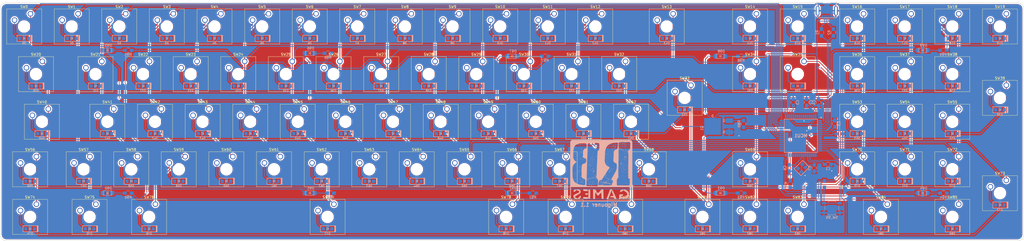
<source format=kicad_pcb>
(kicad_pcb (version 4) (host pcbnew 4.0.7-e2-6376~58~ubuntu16.04.1)
  (layers (0 F.Cu signal) (31 B.Cu signal) (34 B.Paste user) (35 F.Paste user) (36 B.SilkS user) (37 F.SilkS user) (38 B.Mask user) (39 F.Mask user) (44 Edge.Cuts user))
  (net 0 "")
  (net 1 VCC)
  (net 2 GND)
  (net 3 "Net-(C5-Pad1)")
  (net 4 "Net-(C6-Pad1)")
  (net 5 "Net-(C7-Pad1)")
  (net 6 "/Keyboard Matrix/row0")
  (net 7 "Net-(D9-Pad2)")
  (net 8 "/Keyboard Matrix/row1")
  (net 9 "Net-(D10-Pad2)")
  (net 10 "Net-(D11-Pad2)")
  (net 11 "Net-(D12-Pad2)")
  (net 12 "Net-(D13-Pad2)")
  (net 13 "Net-(D14-Pad2)")
  (net 14 "Net-(D15-Pad2)")
  (net 15 "Net-(D16-Pad2)")
  (net 16 "Net-(D17-Pad2)")
  (net 17 "Net-(D18-Pad2)")
  (net 18 "Net-(D19-Pad2)")
  (net 19 "Net-(D20-Pad2)")
  (net 20 "Net-(D21-Pad2)")
  (net 21 "Net-(D22-Pad2)")
  (net 22 "Net-(D23-Pad2)")
  (net 23 "Net-(D24-Pad2)")
  (net 24 "Net-(D25-Pad2)")
  (net 25 "Net-(D26-Pad2)")
  (net 26 "Net-(D27-Pad2)")
  (net 27 "Net-(D28-Pad2)")
  (net 28 "Net-(D29-Pad2)")
  (net 29 "/Keyboard Matrix/row2")
  (net 30 "Net-(D30-Pad2)")
  (net 31 "Net-(D31-Pad2)")
  (net 32 "Net-(D32-Pad2)")
  (net 33 "Net-(D33-Pad2)")
  (net 34 "Net-(D34-Pad2)")
  (net 35 "Net-(D35-Pad2)")
  (net 36 "Net-(D36-Pad2)")
  (net 37 "Net-(D37-Pad2)")
  (net 38 "Net-(D38-Pad2)")
  (net 39 "Net-(D39-Pad2)")
  (net 40 "Net-(D40-Pad2)")
  (net 41 "Net-(D41-Pad2)")
  (net 42 "Net-(D42-Pad2)")
  (net 43 "Net-(D43-Pad2)")
  (net 44 "Net-(D44-Pad2)")
  (net 45 "Net-(D45-Pad2)")
  (net 46 "Net-(D46-Pad2)")
  (net 47 "Net-(D47-Pad2)")
  (net 48 "Net-(D48-Pad2)")
  (net 49 "Net-(D49-Pad2)")
  (net 50 "Net-(D50-Pad2)")
  (net 51 "Net-(D51-Pad2)")
  (net 52 "Net-(D52-Pad2)")
  (net 53 "Net-(D53-Pad2)")
  (net 54 "Net-(D54-Pad2)")
  (net 55 "Net-(D55-Pad2)")
  (net 56 "Net-(D56-Pad2)")
  (net 57 "Net-(D57-Pad2)")
  (net 58 "Net-(D58-Pad2)")
  (net 59 "Net-(D59-Pad2)")
  (net 60 "Net-(D60-Pad2)")
  (net 61 "Net-(D61-Pad2)")
  (net 62 "Net-(D62-Pad2)")
  (net 63 "Net-(D63-Pad2)")
  (net 64 "Net-(D64-Pad2)")
  (net 65 "Net-(D65-Pad2)")
  (net 66 "/Keyboard Matrix/row4")
  (net 67 "Net-(D66-Pad2)")
  (net 68 "Net-(D67-Pad2)")
  (net 69 "Net-(D68-Pad2)")
  (net 70 "Net-(D69-Pad2)")
  (net 71 "Net-(D70-Pad2)")
  (net 72 "Net-(D71-Pad2)")
  (net 73 "Net-(D72-Pad2)")
  (net 74 "Net-(D73-Pad2)")
  (net 75 "Net-(D74-Pad2)")
  (net 76 "Net-(D75-Pad2)")
  (net 77 "Net-(D76-Pad2)")
  (net 78 "Net-(D77-Pad2)")
  (net 79 "Net-(D78-Pad2)")
  (net 80 "Net-(D79-Pad2)")
  (net 81 "Net-(D80-Pad2)")
  (net 82 "Net-(D81-Pad2)")
  (net 83 "Net-(D82-Pad2)")
  (net 84 "Net-(D83-Pad2)")
  (net 85 "Net-(D84-Pad2)")
  (net 86 "Net-(D85-Pad2)")
  (net 87 "Net-(J1-Pad2)")
  (net 88 "Net-(J1-Pad3)")
  (net 89 "Net-(J1-Pad4)")
  (net 90 "Net-(MCU1-Pad1)")
  (net 91 "Net-(MCU1-Pad2)")
  (net 92 "Net-(MCU1-Pad4)")
  (net 93 "Net-(MCU1-Pad5)")
  (net 94 "Net-(MCU1-Pad9)")
  (net 95 "Net-(MCU1-Pad10)")
  (net 96 "Net-(MCU1-Pad20)")
  (net 97 "Net-(MCU1-Pad25)")
  (net 98 "Net-(MCU1-Pad26)")
  (net 99 "/Keyboard Matrix/col20")
  (net 100 "/Keyboard Matrix/col19")
  (net 101 "/Keyboard Matrix/col18")
  (net 102 "/Keyboard Matrix/col17")
  (net 103 "/Keyboard Matrix/col16")
  (net 104 "/Keyboard Matrix/col15")
  (net 105 "/Keyboard Matrix/col14")
  (net 106 "/Keyboard Matrix/col13")
  (net 107 "/Keyboard Matrix/col12")
  (net 108 "/Keyboard Matrix/col11")
  (net 109 "/Keyboard Matrix/col10")
  (net 110 "/Keyboard Matrix/col9")
  (net 111 "/Keyboard Matrix/col8")
  (net 112 "/Keyboard Matrix/col7")
  (net 113 "/Keyboard Matrix/col6")
  (net 114 "/Keyboard Matrix/col5")
  (net 115 "Net-(MCU1-Pad43)")
  (net 116 "/Keyboard Matrix/col4")
  (net 117 "/Keyboard Matrix/col3")
  (net 118 "/Keyboard Matrix/col2")
  (net 119 "/Keyboard Matrix/col1")
  (net 120 "/Keyboard Matrix/col0")
  (net 121 "Net-(MCU1-Pad54)")
  (net 122 "Net-(MCU1-Pad55)")
  (net 123 "Net-(MCU1-Pad62)")
  (net 124 "Net-(MCU1-Pad56)")
  (net 125 "Net-(D0-Pad2)")
  (net 126 "Net-(D1-Pad2)")
  (net 127 "Net-(D2-Pad2)")
  (net 128 "Net-(D3-Pad2)")
  (net 129 "Net-(D4-Pad2)")
  (net 130 "Net-(D5-Pad2)")
  (net 131 "Net-(D6-Pad2)")
  (net 132 "Net-(D7-Pad2)")
  (net 133 "Net-(D8-Pad2)")
  (net 134 "/Keyboard Matrix/row3")
  (net 135 "Net-(MCU1-Pad57)")
  (net 136 "Net-(MCU1-Pad58)")
  (net 137 /MCU/Mosfet)
  (net 138 "Net-(MCU1-Pad27)")
  (net 139 "Net-(MCU1-Pad28)")
  (net 140 "Net-(MCU1-Pad29)")
  (net 141 "Net-(MCU1-Pad30)")
  (net 142 "Net-(MCU1-Pad59)")
  (net 143 "Net-(MCU1-Pad60)")
  (net 144 "Net-(MCU1-Pad61)")
  (net 145 "Net-(MCU1-Pad18)")
  (net 146 "Net-(MCU1-Pad19)")
  (net 147 "Net-(D90-Pad1)")
  (net 148 "Net-(D90-Pad2)")
  (net 149 "Net-(D91-Pad2)")
  (net 150 "Net-(D92-Pad2)")
  (net 151 "Net-(D93-Pad2)")
  (net 152 "Net-(D94-Pad2)")
  (net 153 "Net-(D95-Pad2)")
  (net 154 "Net-(D96-Pad2)")
  (net 155 "Net-(D97-Pad2)")
  (net 156 "Net-(D98-Pad2)")
  (net 157 "Net-(D99-Pad2)")
  (net 158 "Net-(Q1-Pad1)")
  (module Button_Switch_Keyboard:SW_Cherry_MX1A_1.25u_Plate (layer F.Cu) (at 52.25 159.125)
    (fp_text reference SW74 (at 0 -7.874) (layer F.SilkS))
    (fp_text value KEYSW)
    (pad 1 thru_hole circle (at 2.54 -5.08) (size 2.2 2.2) (drill 1.5) (layers *.Cu *.Mask) (net 120 "/Keyboard Matrix/col0"))
    (pad 2 thru_hole circle (at -3.81 -2.54) (size 2.2 2.2) (drill 1.5) (layers *.Cu *.Mask) (net 75 "Net-(D74-Pad2)"))
    (pad "" np_thru_hole circle (at 0 0) (size 4 4) (drill 4) (layers *.Cu *.Mask))
  )
  (module Button_Switch_Keyboard:SW_Cherry_MX1A_1.00u_Plate (layer F.Cu) (at 182.875 83.125)
    (fp_text reference SW7 (at 0 -7.874) (layer F.SilkS))
    (fp_text value KEYSW)
    (pad 1 thru_hole circle (at 2.54 -5.08) (size 2.2 2.2) (drill 1.5) (layers *.Cu *.Mask) (net 112 "/Keyboard Matrix/col7"))
    (pad 2 thru_hole circle (at -3.81 -2.54) (size 2.2 2.2) (drill 1.5) (layers *.Cu *.Mask) (net 132 "Net-(D7-Pad2)"))
    (pad "" np_thru_hole circle (at 0 0) (size 4 4) (drill 4) (layers *.Cu *.Mask))
  )
  (module Button_Switch_Keyboard:SW_Cherry_MX1A_1.00u_Plate (layer F.Cu) (at 163.875 83.125)
    (fp_text reference SW6 (at 0 -7.874) (layer F.SilkS))
    (fp_text value KEYSW)
    (pad 1 thru_hole circle (at 2.54 -5.08) (size 2.2 2.2) (drill 1.5) (layers *.Cu *.Mask) (net 113 "/Keyboard Matrix/col6"))
    (pad 2 thru_hole circle (at -3.81 -2.54) (size 2.2 2.2) (drill 1.5) (layers *.Cu *.Mask) (net 131 "Net-(D6-Pad2)"))
    (pad "" np_thru_hole circle (at 0 0) (size 4 4) (drill 4) (layers *.Cu *.Mask))
  )
  (module Button_Switch_Keyboard:SW_Cherry_MX1A_1.00u_Plate (layer F.Cu) (at 144.875 83.125)
    (fp_text reference SW5 (at 0 -7.874) (layer F.SilkS))
    (fp_text value KEYSW)
    (pad 1 thru_hole circle (at 2.54 -5.08) (size 2.2 2.2) (drill 1.5) (layers *.Cu *.Mask) (net 114 "/Keyboard Matrix/col5"))
    (pad 2 thru_hole circle (at -3.81 -2.54) (size 2.2 2.2) (drill 1.5) (layers *.Cu *.Mask) (net 130 "Net-(D5-Pad2)"))
    (pad "" np_thru_hole circle (at 0 0) (size 4 4) (drill 4) (layers *.Cu *.Mask))
  )
  (module Button_Switch_Keyboard:SW_Cherry_MX1A_1.00u_Plate (layer F.Cu) (at 87.875 83.125)
    (fp_text reference SW2 (at 0 -7.874) (layer F.SilkS))
    (fp_text value KEYSW)
    (pad 1 thru_hole circle (at 2.54 -5.08) (size 2.2 2.2) (drill 1.5) (layers *.Cu *.Mask) (net 118 "/Keyboard Matrix/col2"))
    (pad 2 thru_hole circle (at -3.81 -2.54) (size 2.2 2.2) (drill 1.5) (layers *.Cu *.Mask) (net 127 "Net-(D2-Pad2)"))
    (pad "" np_thru_hole circle (at 0 0) (size 4 4) (drill 4) (layers *.Cu *.Mask))
  )
  (module Button_Switch_Keyboard:SW_Cherry_MX1A_2.75u_Plate (layer F.Cu) (at 299.25 140.125)
    (fp_text reference SW68 (at 0 -7.874) (layer F.SilkS))
    (fp_text value KEYSW)
    (pad 1 thru_hole circle (at 2.54 -5.08) (size 2.2 2.2) (drill 1.5) (layers *.Cu *.Mask) (net 106 "/Keyboard Matrix/col13"))
    (pad 2 thru_hole circle (at -3.81 -2.54) (size 2.2 2.2) (drill 1.5) (layers *.Cu *.Mask) (net 69 "Net-(D68-Pad2)"))
    (pad "" np_thru_hole circle (at 0 0) (size 4 4) (drill 4) (layers *.Cu *.Mask))
  )
  (module Button_Switch_Keyboard:SW_Cherry_MX1A_1.50u_Plate (layer F.Cu) (at 54.625 102.125)
    (fp_text reference SW20 (at 0 -7.874) (layer F.SilkS))
    (fp_text value KEYSW)
    (pad 1 thru_hole circle (at 2.54 -5.08) (size 2.2 2.2) (drill 1.5) (layers *.Cu *.Mask) (net 120 "/Keyboard Matrix/col0"))
    (pad 2 thru_hole circle (at -3.81 -2.54) (size 2.2 2.2) (drill 1.5) (layers *.Cu *.Mask) (net 19 "Net-(D20-Pad2)"))
    (pad "" np_thru_hole circle (at 0 0) (size 4 4) (drill 4) (layers *.Cu *.Mask))
  )
  (module Button_Switch_Keyboard:SW_Cherry_MX1A_2.00u_Plate (layer F.Cu) (at 391.875 159.125)
    (fp_text reference SW84 (at 0 -7.874) (layer F.SilkS))
    (fp_text value KEYSW)
    (pad 1 thru_hole circle (at 2.54 -5.08) (size 2.2 2.2) (drill 1.5) (layers *.Cu *.Mask) (net 102 "/Keyboard Matrix/col17"))
    (pad 2 thru_hole circle (at -3.81 -2.54) (size 2.2 2.2) (drill 1.5) (layers *.Cu *.Mask) (net 85 "Net-(D84-Pad2)"))
    (pad "" np_thru_hole circle (at 0 0) (size 4 4) (drill 4) (layers *.Cu *.Mask))
  )
  (module Capacitors_SMD:C_0805_HandSoldering (layer B.Cu) (at 370.700019 138.101939)
    (fp_text reference C1 (at 0 1.75) (layer B.SilkS) (effects (justify mirror)))
    (fp_text value 0.1u)
    (pad 1 smd rect (at -1.25 0) (size 1.5 1.25) (layers B.Cu B.Paste B.Mask) (net 1 VCC))
    (pad 2 smd rect (at 1.25 0) (size 1.5 1.25) (layers B.Cu B.Paste B.Mask) (net 2 GND))
  )
  (module Capacitors_SMD:C_0805_HandSoldering (layer B.Cu) (at 362.1875 113.40625 90)
    (fp_text reference C2 (at 0 1.75 90) (layer B.SilkS) (effects (justify mirror)))
    (fp_text value 0.1u)
    (pad 1 smd rect (at -1.25 0 90) (size 1.5 1.25) (layers B.Cu B.Paste B.Mask) (net 1 VCC))
    (pad 2 smd rect (at 1.25 0 90) (size 1.5 1.25) (layers B.Cu B.Paste B.Mask) (net 2 GND))
  )
  (module Capacitors_SMD:C_0805_HandSoldering (layer B.Cu) (at 356.84375 113.40625 90)
    (fp_text reference C3 (at 0 1.75 90) (layer B.SilkS) (effects (justify mirror)))
    (fp_text value 0.1u)
    (pad 1 smd rect (at -1.25 0 90) (size 1.5 1.25) (layers B.Cu B.Paste B.Mask) (net 1 VCC))
    (pad 2 smd rect (at 1.25 0 90) (size 1.5 1.25) (layers B.Cu B.Paste B.Mask) (net 2 GND))
  )
  (module Capacitors_SMD:C_0805_HandSoldering (layer B.Cu) (at 366.9375 113.40625 270)
    (fp_text reference C4 (at 0 1.75 270) (layer B.SilkS) (effects (justify mirror)))
    (fp_text value 4.7u)
    (pad 1 smd rect (at -1.25 0 270) (size 1.5 1.25) (layers B.Cu B.Paste B.Mask) (net 1 VCC))
    (pad 2 smd rect (at 1.25 0 270) (size 1.5 1.25) (layers B.Cu B.Paste B.Mask) (net 2 GND))
  )
  (module Capacitors_SMD:C_0805_HandSoldering (layer B.Cu) (at 373.38 121.92 90)
    (fp_text reference C5 (at 0 1.75 90) (layer B.SilkS) (effects (justify mirror)))
    (fp_text value 1u)
    (pad 1 smd rect (at -1.25 0 90) (size 1.5 1.25) (layers B.Cu B.Paste B.Mask) (net 3 "Net-(C5-Pad1)"))
    (pad 2 smd rect (at 1.25 0 90) (size 1.5 1.25) (layers B.Cu B.Paste B.Mask) (net 2 GND))
  )
  (module Capacitors_SMD:C_0805_HandSoldering (layer B.Cu) (at 355.262519 139.601939 270)
    (fp_text reference C6 (at 0 1.75 270) (layer B.SilkS) (effects (justify mirror)))
    (fp_text value 22p)
    (pad 1 smd rect (at -1.25 0 270) (size 1.5 1.25) (layers B.Cu B.Paste B.Mask) (net 4 "Net-(C6-Pad1)"))
    (pad 2 smd rect (at 1.25 0 270) (size 1.5 1.25) (layers B.Cu B.Paste B.Mask) (net 2 GND))
  )
  (module Capacitors_SMD:C_0805_HandSoldering (layer B.Cu) (at 365.262519 139.601939 270)
    (fp_text reference C7 (at 0 1.75 270) (layer B.SilkS) (effects (justify mirror)))
    (fp_text value 22p)
    (pad 1 smd rect (at -1.25 0 270) (size 1.5 1.25) (layers B.Cu B.Paste B.Mask) (net 5 "Net-(C7-Pad1)"))
    (pad 2 smd rect (at 1.25 0 270) (size 1.5 1.25) (layers B.Cu B.Paste B.Mask) (net 2 GND))
  )
  (module keyboard_parts:USB_miniB_hirose_5S8 (layer B.Cu) (at 370.25 79.25)
    (fp_text reference J1 hide)
    (fp_text value USB_mini_micro_B hide)
    (pad 6 smd rect (at 2.675 -5.2) (size 2.35 0.8) (layers B.Cu B.Paste B.Mask) (net 2 GND))
    (pad 6 smd rect (at -2.675 -5.2) (size 2.35 0.8) (layers B.Cu B.Paste B.Mask) (net 2 GND))
    (pad 1 smd rect (at -1.6 0) (size 0.5 1.4) (layers B.Cu B.Paste B.Mask) (net 1 VCC))
    (pad 2 smd rect (at -0.8 0) (size 0.5 1.4) (layers B.Cu B.Paste B.Mask) (net 87 "Net-(J1-Pad2)"))
    (pad 3 smd rect (at 0 0) (size 0.5 1.4) (layers B.Cu B.Paste B.Mask) (net 88 "Net-(J1-Pad3)"))
    (pad 4 smd rect (at 0.8 0) (size 0.5 1.4) (layers B.Cu B.Paste B.Mask) (net 89 "Net-(J1-Pad4)"))
    (pad 5 smd rect (at 1.6 0) (size 0.5 1.4) (layers B.Cu B.Paste B.Mask) (net 2 GND))
    (pad 6 thru_hole oval (at -3.65 -2.4) (size 1.5 4) (drill oval 0.7 3.2) (layers *.Cu *.Mask B.Paste) (net 2 GND))
    (pad 6 thru_hole oval (at 3.65 -2.4) (size 1.5 4) (drill oval 0.7 3.2) (layers *.Cu *.Mask B.Paste) (net 2 GND))
  )
  (module AT90USB1286-AU:QFP80P1600X1600X120-64N (layer B.Cu) (at 359.887519 126.726939 180)
    (fp_text reference MCU1 (at 0 0 180) (layer B.SilkS) (effects (font (size 1.27 1.27) (thickness 0.254)) (justify mirror)))
    (fp_text value AT90USB1286 hide)
    (pad 1 smd rect (at -7.738 6 90) (size 0.6 1.475) (layers B.Cu B.Paste B.Mask) (net 90 "Net-(MCU1-Pad1)"))
    (pad 2 smd rect (at -7.738 5.2 90) (size 0.6 1.475) (layers B.Cu B.Paste B.Mask) (net 91 "Net-(MCU1-Pad2)"))
    (pad 3 smd rect (at -7.738 4.4 90) (size 0.6 1.475) (layers B.Cu B.Paste B.Mask) (net 1 VCC))
    (pad 4 smd rect (at -7.738 3.6 90) (size 0.6 1.475) (layers B.Cu B.Paste B.Mask) (net 92 "Net-(MCU1-Pad4)"))
    (pad 5 smd rect (at -7.738 2.8 90) (size 0.6 1.475) (layers B.Cu B.Paste B.Mask) (net 93 "Net-(MCU1-Pad5)"))
    (pad 6 smd rect (at -7.738 2 90) (size 0.6 1.475) (layers B.Cu B.Paste B.Mask) (net 2 GND))
    (pad 7 smd rect (at -7.738 1.2 90) (size 0.6 1.475) (layers B.Cu B.Paste B.Mask) (net 3 "Net-(C5-Pad1)"))
    (pad 8 smd rect (at -7.738 0.4 90) (size 0.6 1.475) (layers B.Cu B.Paste B.Mask) (net 1 VCC))
    (pad 9 smd rect (at -7.738 -0.4 90) (size 0.6 1.475) (layers B.Cu B.Paste B.Mask) (net 94 "Net-(MCU1-Pad9)"))
    (pad 10 smd rect (at -7.738 -1.2 90) (size 0.6 1.475) (layers B.Cu B.Paste B.Mask) (net 95 "Net-(MCU1-Pad10)"))
    (pad 11 smd rect (at -7.738 -2 90) (size 0.6 1.475) (layers B.Cu B.Paste B.Mask) (net 99 "/Keyboard Matrix/col20"))
    (pad 12 smd rect (at -7.738 -2.8 90) (size 0.6 1.475) (layers B.Cu B.Paste B.Mask) (net 100 "/Keyboard Matrix/col19"))
    (pad 13 smd rect (at -7.738 -3.6 90) (size 0.6 1.475) (layers B.Cu B.Paste B.Mask) (net 101 "/Keyboard Matrix/col18"))
    (pad 14 smd rect (at -7.738 -4.4 90) (size 0.6 1.475) (layers B.Cu B.Paste B.Mask) (net 102 "/Keyboard Matrix/col17"))
    (pad 15 smd rect (at -7.738 -5.2 90) (size 0.6 1.475) (layers B.Cu B.Paste B.Mask) (net 134 "/Keyboard Matrix/row3"))
    (pad 16 smd rect (at -7.738 -6 90) (size 0.6 1.475) (layers B.Cu B.Paste B.Mask) (net 66 "/Keyboard Matrix/row4"))
    (pad 17 smd rect (at -6 -7.738 180) (size 0.6 1.475) (layers B.Cu B.Paste B.Mask) (net 137 /MCU/Mosfet))
    (pad 18 smd rect (at -5.2 -7.738 180) (size 0.6 1.475) (layers B.Cu B.Paste B.Mask) (net 145 "Net-(MCU1-Pad18)"))
    (pad 19 smd rect (at -4.4 -7.738 180) (size 0.6 1.475) (layers B.Cu B.Paste B.Mask) (net 146 "Net-(MCU1-Pad19)"))
    (pad 20 smd rect (at -3.6 -7.738 180) (size 0.6 1.475) (layers B.Cu B.Paste B.Mask) (net 96 "Net-(MCU1-Pad20)"))
    (pad 21 smd rect (at -2.8 -7.738 180) (size 0.6 1.475) (layers B.Cu B.Paste B.Mask) (net 1 VCC))
    (pad 22 smd rect (at -2 -7.738 180) (size 0.6 1.475) (layers B.Cu B.Paste B.Mask) (net 2 GND))
    (pad 23 smd rect (at -1.2 -7.738 180) (size 0.6 1.475) (layers B.Cu B.Paste B.Mask) (net 5 "Net-(C7-Pad1)"))
    (pad 24 smd rect (at -0.4 -7.738 180) (size 0.6 1.475) (layers B.Cu B.Paste B.Mask) (net 4 "Net-(C6-Pad1)"))
    (pad 25 smd rect (at 0.4 -7.738 180) (size 0.6 1.475) (layers B.Cu B.Paste B.Mask) (net 97 "Net-(MCU1-Pad25)"))
    (pad 26 smd rect (at 1.2 -7.738 180) (size 0.6 1.475) (layers B.Cu B.Paste B.Mask) (net 98 "Net-(MCU1-Pad26)"))
    (pad 27 smd rect (at 2 -7.738 180) (size 0.6 1.475) (layers B.Cu B.Paste B.Mask) (net 138 "Net-(MCU1-Pad27)"))
    (pad 28 smd rect (at 2.8 -7.738 180) (size 0.6 1.475) (layers B.Cu B.Paste B.Mask) (net 139 "Net-(MCU1-Pad28)"))
    (pad 29 smd rect (at 3.6 -7.738 180) (size 0.6 1.475) (layers B.Cu B.Paste B.Mask) (net 140 "Net-(MCU1-Pad29)"))
    (pad 30 smd rect (at 4.4 -7.738 180) (size 0.6 1.475) (layers B.Cu B.Paste B.Mask) (net 141 "Net-(MCU1-Pad30)"))
    (pad 31 smd rect (at 5.2 -7.738 180) (size 0.6 1.475) (layers B.Cu B.Paste B.Mask) (net 103 "/Keyboard Matrix/col16"))
    (pad 32 smd rect (at 6 -7.738 180) (size 0.6 1.475) (layers B.Cu B.Paste B.Mask) (net 104 "/Keyboard Matrix/col15"))
    (pad 33 smd rect (at 7.738 -6 90) (size 0.6 1.475) (layers B.Cu B.Paste B.Mask) (net 105 "/Keyboard Matrix/col14"))
    (pad 34 smd rect (at 7.738 -5.2 90) (size 0.6 1.475) (layers B.Cu B.Paste B.Mask) (net 106 "/Keyboard Matrix/col13"))
    (pad 35 smd rect (at 7.738 -4.4 90) (size 0.6 1.475) (layers B.Cu B.Paste B.Mask) (net 107 "/Keyboard Matrix/col12"))
    (pad 36 smd rect (at 7.738 -3.6 90) (size 0.6 1.475) (layers B.Cu B.Paste B.Mask) (net 108 "/Keyboard Matrix/col11"))
    (pad 37 smd rect (at 7.738 -2.8 90) (size 0.6 1.475) (layers B.Cu B.Paste B.Mask) (net 109 "/Keyboard Matrix/col10"))
    (pad 38 smd rect (at 7.738 -2 90) (size 0.6 1.475) (layers B.Cu B.Paste B.Mask) (net 110 "/Keyboard Matrix/col9"))
    (pad 39 smd rect (at 7.738 -1.2 90) (size 0.6 1.475) (layers B.Cu B.Paste B.Mask) (net 111 "/Keyboard Matrix/col8"))
    (pad 40 smd rect (at 7.738 -0.4 90) (size 0.6 1.475) (layers B.Cu B.Paste B.Mask) (net 112 "/Keyboard Matrix/col7"))
    (pad 41 smd rect (at 7.738 0.4 90) (size 0.6 1.475) (layers B.Cu B.Paste B.Mask) (net 113 "/Keyboard Matrix/col6"))
    (pad 42 smd rect (at 7.738 1.2 90) (size 0.6 1.475) (layers B.Cu B.Paste B.Mask) (net 114 "/Keyboard Matrix/col5"))
    (pad 43 smd rect (at 7.738 2 90) (size 0.6 1.475) (layers B.Cu B.Paste B.Mask) (net 115 "Net-(MCU1-Pad43)"))
    (pad 44 smd rect (at 7.738 2.8 90) (size 0.6 1.475) (layers B.Cu B.Paste B.Mask) (net 116 "/Keyboard Matrix/col4"))
    (pad 45 smd rect (at 7.738 3.6 90) (size 0.6 1.475) (layers B.Cu B.Paste B.Mask) (net 117 "/Keyboard Matrix/col3"))
    (pad 46 smd rect (at 7.738 4.4 90) (size 0.6 1.475) (layers B.Cu B.Paste B.Mask) (net 118 "/Keyboard Matrix/col2"))
    (pad 47 smd rect (at 7.738 5.2 90) (size 0.6 1.475) (layers B.Cu B.Paste B.Mask) (net 119 "/Keyboard Matrix/col1"))
    (pad 48 smd rect (at 7.738 6 90) (size 0.6 1.475) (layers B.Cu B.Paste B.Mask) (net 120 "/Keyboard Matrix/col0"))
    (pad 49 smd rect (at 6 7.738 180) (size 0.6 1.475) (layers B.Cu B.Paste B.Mask) (net 6 "/Keyboard Matrix/row0"))
    (pad 50 smd rect (at 5.2 7.738 180) (size 0.6 1.475) (layers B.Cu B.Paste B.Mask) (net 8 "/Keyboard Matrix/row1"))
    (pad 51 smd rect (at 4.4 7.738 180) (size 0.6 1.475) (layers B.Cu B.Paste B.Mask) (net 29 "/Keyboard Matrix/row2"))
    (pad 52 smd rect (at 3.6 7.738 180) (size 0.6 1.475) (layers B.Cu B.Paste B.Mask) (net 1 VCC))
    (pad 53 smd rect (at 2.8 7.738 180) (size 0.6 1.475) (layers B.Cu B.Paste B.Mask) (net 2 GND))
    (pad 54 smd rect (at 2 7.738 180) (size 0.6 1.475) (layers B.Cu B.Paste B.Mask) (net 121 "Net-(MCU1-Pad54)"))
    (pad 55 smd rect (at 1.2 7.738 180) (size 0.6 1.475) (layers B.Cu B.Paste B.Mask) (net 122 "Net-(MCU1-Pad55)"))
    (pad 56 smd rect (at 0.4 7.738 180) (size 0.6 1.475) (layers B.Cu B.Paste B.Mask) (net 124 "Net-(MCU1-Pad56)"))
    (pad 57 smd rect (at -0.4 7.738 180) (size 0.6 1.475) (layers B.Cu B.Paste B.Mask) (net 135 "Net-(MCU1-Pad57)"))
    (pad 58 smd rect (at -1.2 7.738 180) (size 0.6 1.475) (layers B.Cu B.Paste B.Mask) (net 136 "Net-(MCU1-Pad58)"))
    (pad 59 smd rect (at -2 7.738 180) (size 0.6 1.475) (layers B.Cu B.Paste B.Mask) (net 142 "Net-(MCU1-Pad59)"))
    (pad 60 smd rect (at -2.8 7.738 180) (size 0.6 1.475) (layers B.Cu B.Paste B.Mask) (net 143 "Net-(MCU1-Pad60)"))
    (pad 61 smd rect (at -3.6 7.738 180) (size 0.6 1.475) (layers B.Cu B.Paste B.Mask) (net 144 "Net-(MCU1-Pad61)"))
    (pad 62 smd rect (at -4.4 7.738 180) (size 0.6 1.475) (layers B.Cu B.Paste B.Mask) (net 123 "Net-(MCU1-Pad62)"))
    (pad 63 smd rect (at -5.2 7.738 180) (size 0.6 1.475) (layers B.Cu B.Paste B.Mask) (net 2 GND))
    (pad 64 smd rect (at -6 7.738 180) (size 0.6 1.475) (layers B.Cu B.Paste B.Mask) (net 1 VCC))
  )
  (module Resistors_SMD:R_0805_HandSoldering (layer B.Cu) (at 368.125 85.5125 270)
    (fp_text reference R1 (at 0 1.7 270) (layer B.SilkS) (effects (justify mirror)))
    (fp_text value 22)
    (pad 1 smd rect (at -1.35 0 270) (size 1.5 1.3) (layers B.Cu B.Paste B.Mask) (net 87 "Net-(J1-Pad2)"))
    (pad 2 smd rect (at 1.35 0 270) (size 1.5 1.3) (layers B.Cu B.Paste B.Mask) (net 92 "Net-(MCU1-Pad4)"))
  )
  (module Resistors_SMD:R_0805_HandSoldering (layer B.Cu) (at 372.875 85.5125 270)
    (fp_text reference R2 (at 0 1.7 270) (layer B.SilkS) (effects (justify mirror)))
    (fp_text value 22)
    (pad 1 smd rect (at -1.35 0 270) (size 1.5 1.3) (layers B.Cu B.Paste B.Mask) (net 88 "Net-(J1-Pad3)"))
    (pad 2 smd rect (at 1.35 0 270) (size 1.5 1.3) (layers B.Cu B.Paste B.Mask) (net 93 "Net-(MCU1-Pad5)"))
  )
  (module Resistors_SMD:R_0805_HandSoldering (layer B.Cu) (at 355.65625 146.0625 270)
    (fp_text reference R3 (at 0 1.7 270) (layer B.SilkS) (effects (justify mirror)))
    (fp_text value 10k)
    (pad 1 smd rect (at -1.35 0 270) (size 1.5 1.3) (layers B.Cu B.Paste B.Mask) (net 115 "Net-(MCU1-Pad43)"))
    (pad 2 smd rect (at 1.35 0 270) (size 1.5 1.3) (layers B.Cu B.Paste B.Mask) (net 2 GND))
  )
  (module Resistors_SMD:R_0805_HandSoldering (layer B.Cu) (at 369.3125 146.0625 270)
    (fp_text reference R4 (at 0 1.7 270) (layer B.SilkS) (effects (justify mirror)))
    (fp_text value 10k)
    (pad 1 smd rect (at -1.35 0 270) (size 1.5 1.3) (layers B.Cu B.Paste B.Mask) (net 1 VCC))
    (pad 2 smd rect (at 1.35 0 270) (size 1.5 1.3) (layers B.Cu B.Paste B.Mask) (net 96 "Net-(MCU1-Pad20)"))
  )
  (module Buttons_Switches_SMD:SW_SPST_TL3342 (layer B.Cu) (at 372.28125 155.5625)
    (fp_text reference SW_95 (at 0 3.75) (layer B.SilkS) (effects (justify mirror)))
    (fp_text value SW_PUSH)
    (pad 1 smd rect (at -3.15 1.9) (size 1.7 1) (layers B.Cu B.Paste B.Mask) (net 2 GND))
    (pad 1 smd rect (at 3.15 1.9) (size 1.7 1) (layers B.Cu B.Paste B.Mask) (net 2 GND))
    (pad 2 smd rect (at -3.15 -1.9) (size 1.7 1) (layers B.Cu B.Paste B.Mask) (net 96 "Net-(MCU1-Pad20)"))
    (pad 2 smd rect (at 3.15 -1.9) (size 1.7 1) (layers B.Cu B.Paste B.Mask) (net 96 "Net-(MCU1-Pad20)"))
  )
  (module Button_Switch_Keyboard:SW_Cherry_MX1A_1.00u_Plate (layer F.Cu) (at 49.875 83.125)
    (fp_text reference SW0 (at 0 -7.874) (layer F.SilkS))
    (fp_text value KEYSW)
    (pad 1 thru_hole circle (at 2.54 -5.08) (size 2.2 2.2) (drill 1.5) (layers *.Cu *.Mask) (net 120 "/Keyboard Matrix/col0"))
    (pad 2 thru_hole circle (at -3.81 -2.54) (size 2.2 2.2) (drill 1.5) (layers *.Cu *.Mask) (net 125 "Net-(D0-Pad2)"))
    (pad "" np_thru_hole circle (at 0 0) (size 4 4) (drill 4) (layers *.Cu *.Mask))
  )
  (module Button_Switch_Keyboard:SW_Cherry_MX1A_1.00u_Plate (layer F.Cu) (at 68.875 83.125)
    (fp_text reference SW1 (at 0 -7.874) (layer F.SilkS))
    (fp_text value KEYSW)
    (pad 1 thru_hole circle (at 2.54 -5.08) (size 2.2 2.2) (drill 1.5) (layers *.Cu *.Mask) (net 119 "/Keyboard Matrix/col1"))
    (pad 2 thru_hole circle (at -3.81 -2.54) (size 2.2 2.2) (drill 1.5) (layers *.Cu *.Mask) (net 126 "Net-(D1-Pad2)"))
    (pad "" np_thru_hole circle (at 0 0) (size 4 4) (drill 4) (layers *.Cu *.Mask))
  )
  (module Button_Switch_Keyboard:SW_Cherry_MX1A_1.00u_Plate (layer F.Cu) (at 106.875 83.125)
    (fp_text reference SW3 (at 0 -7.874) (layer F.SilkS))
    (fp_text value KEYSW)
    (pad 1 thru_hole circle (at 2.54 -5.08) (size 2.2 2.2) (drill 1.5) (layers *.Cu *.Mask) (net 117 "/Keyboard Matrix/col3"))
    (pad 2 thru_hole circle (at -3.81 -2.54) (size 2.2 2.2) (drill 1.5) (layers *.Cu *.Mask) (net 128 "Net-(D3-Pad2)"))
    (pad "" np_thru_hole circle (at 0 0) (size 4 4) (drill 4) (layers *.Cu *.Mask))
  )
  (module Button_Switch_Keyboard:SW_Cherry_MX1A_1.00u_Plate (layer F.Cu) (at 125.875 83.125)
    (fp_text reference SW4 (at 0 -7.874) (layer F.SilkS))
    (fp_text value KEYSW)
    (pad 1 thru_hole circle (at 2.54 -5.08) (size 2.2 2.2) (drill 1.5) (layers *.Cu *.Mask) (net 116 "/Keyboard Matrix/col4"))
    (pad 2 thru_hole circle (at -3.81 -2.54) (size 2.2 2.2) (drill 1.5) (layers *.Cu *.Mask) (net 129 "Net-(D4-Pad2)"))
    (pad "" np_thru_hole circle (at 0 0) (size 4 4) (drill 4) (layers *.Cu *.Mask))
  )
  (module Button_Switch_Keyboard:SW_Cherry_MX1A_1.00u_Plate (layer F.Cu) (at 201.875 83.125)
    (fp_text reference SW8 (at 0 -7.874) (layer F.SilkS))
    (fp_text value KEYSW)
    (pad 1 thru_hole circle (at 2.54 -5.08) (size 2.2 2.2) (drill 1.5) (layers *.Cu *.Mask) (net 111 "/Keyboard Matrix/col8"))
    (pad 2 thru_hole circle (at -3.81 -2.54) (size 2.2 2.2) (drill 1.5) (layers *.Cu *.Mask) (net 133 "Net-(D8-Pad2)"))
    (pad "" np_thru_hole circle (at 0 0) (size 4 4) (drill 4) (layers *.Cu *.Mask))
  )
  (module Button_Switch_Keyboard:SW_Cherry_MX1A_1.00u_Plate (layer F.Cu) (at 220.875 83.125)
    (fp_text reference SW9 (at 0 -7.874) (layer F.SilkS))
    (fp_text value KEYSW)
    (pad 1 thru_hole circle (at 2.54 -5.08) (size 2.2 2.2) (drill 1.5) (layers *.Cu *.Mask) (net 110 "/Keyboard Matrix/col9"))
    (pad 2 thru_hole circle (at -3.81 -2.54) (size 2.2 2.2) (drill 1.5) (layers *.Cu *.Mask) (net 7 "Net-(D9-Pad2)"))
    (pad "" np_thru_hole circle (at 0 0) (size 4 4) (drill 4) (layers *.Cu *.Mask))
  )
  (module Button_Switch_Keyboard:SW_Cherry_MX1A_1.00u_Plate (layer F.Cu) (at 239.875 83.125)
    (fp_text reference SW10 (at 0 -7.874) (layer F.SilkS))
    (fp_text value KEYSW)
    (pad 1 thru_hole circle (at 2.54 -5.08) (size 2.2 2.2) (drill 1.5) (layers *.Cu *.Mask) (net 109 "/Keyboard Matrix/col10"))
    (pad 2 thru_hole circle (at -3.81 -2.54) (size 2.2 2.2) (drill 1.5) (layers *.Cu *.Mask) (net 9 "Net-(D10-Pad2)"))
    (pad "" np_thru_hole circle (at 0 0) (size 4 4) (drill 4) (layers *.Cu *.Mask))
  )
  (module Button_Switch_Keyboard:SW_Cherry_MX1A_1.00u_Plate (layer F.Cu) (at 258.875 83.125)
    (fp_text reference SW11 (at 0 -7.874) (layer F.SilkS))
    (fp_text value KEYSW)
    (pad 1 thru_hole circle (at 2.54 -5.08) (size 2.2 2.2) (drill 1.5) (layers *.Cu *.Mask) (net 108 "/Keyboard Matrix/col11"))
    (pad 2 thru_hole circle (at -3.81 -2.54) (size 2.2 2.2) (drill 1.5) (layers *.Cu *.Mask) (net 10 "Net-(D11-Pad2)"))
    (pad "" np_thru_hole circle (at 0 0) (size 4 4) (drill 4) (layers *.Cu *.Mask))
  )
  (module Button_Switch_Keyboard:SW_Cherry_MX1A_1.00u_Plate (layer F.Cu) (at 277.875 83.125)
    (fp_text reference SW12 (at 0 -7.874) (layer F.SilkS))
    (fp_text value KEYSW)
    (pad 1 thru_hole circle (at 2.54 -5.08) (size 2.2 2.2) (drill 1.5) (layers *.Cu *.Mask) (net 107 "/Keyboard Matrix/col12"))
    (pad 2 thru_hole circle (at -3.81 -2.54) (size 2.2 2.2) (drill 1.5) (layers *.Cu *.Mask) (net 11 "Net-(D12-Pad2)"))
    (pad "" np_thru_hole circle (at 0 0) (size 4 4) (drill 4) (layers *.Cu *.Mask))
  )
  (module Button_Switch_Keyboard:SW_Cherry_MX1A_1.00u_Plate (layer F.Cu) (at 339.625 83.125)
    (fp_text reference SW14 (at 0 -7.874) (layer F.SilkS))
    (fp_text value KEYSW)
    (pad 1 thru_hole circle (at 2.54 -5.08) (size 2.2 2.2) (drill 1.5) (layers *.Cu *.Mask) (net 104 "/Keyboard Matrix/col15"))
    (pad 2 thru_hole circle (at -3.81 -2.54) (size 2.2 2.2) (drill 1.5) (layers *.Cu *.Mask) (net 13 "Net-(D14-Pad2)"))
    (pad "" np_thru_hole circle (at 0 0) (size 4 4) (drill 4) (layers *.Cu *.Mask))
  )
  (module Button_Switch_Keyboard:SW_Cherry_MX1A_1.00u_Plate (layer F.Cu) (at 358.625 83.125)
    (fp_text reference SW15 (at 0 -7.874) (layer F.SilkS))
    (fp_text value KEYSW)
    (pad 1 thru_hole circle (at 2.54 -5.08) (size 2.2 2.2) (drill 1.5) (layers *.Cu *.Mask) (net 103 "/Keyboard Matrix/col16"))
    (pad 2 thru_hole circle (at -3.81 -2.54) (size 2.2 2.2) (drill 1.5) (layers *.Cu *.Mask) (net 14 "Net-(D15-Pad2)"))
    (pad "" np_thru_hole circle (at 0 0) (size 4 4) (drill 4) (layers *.Cu *.Mask))
  )
  (module Button_Switch_Keyboard:SW_Cherry_MX1A_1.00u_Plate (layer F.Cu) (at 382.375 83.125)
    (fp_text reference SW16 (at 0 -7.874) (layer F.SilkS))
    (fp_text value KEYSW)
    (pad 1 thru_hole circle (at 2.54 -5.08) (size 2.2 2.2) (drill 1.5) (layers *.Cu *.Mask) (net 102 "/Keyboard Matrix/col17"))
    (pad 2 thru_hole circle (at -3.81 -2.54) (size 2.2 2.2) (drill 1.5) (layers *.Cu *.Mask) (net 15 "Net-(D16-Pad2)"))
    (pad "" np_thru_hole circle (at 0 0) (size 4 4) (drill 4) (layers *.Cu *.Mask))
  )
  (module Button_Switch_Keyboard:SW_Cherry_MX1A_1.00u_Plate (layer F.Cu) (at 401.375 83.125)
    (fp_text reference SW17 (at 0 -7.874) (layer F.SilkS))
    (fp_text value KEYSW)
    (pad 1 thru_hole circle (at 2.54 -5.08) (size 2.2 2.2) (drill 1.5) (layers *.Cu *.Mask) (net 101 "/Keyboard Matrix/col18"))
    (pad 2 thru_hole circle (at -3.81 -2.54) (size 2.2 2.2) (drill 1.5) (layers *.Cu *.Mask) (net 16 "Net-(D17-Pad2)"))
    (pad "" np_thru_hole circle (at 0 0) (size 4 4) (drill 4) (layers *.Cu *.Mask))
  )
  (module Button_Switch_Keyboard:SW_Cherry_MX1A_1.00u_Plate (layer F.Cu) (at 420.375 83.125)
    (fp_text reference SW18 (at 0 -7.874) (layer F.SilkS))
    (fp_text value KEYSW)
    (pad 1 thru_hole circle (at 2.54 -5.08) (size 2.2 2.2) (drill 1.5) (layers *.Cu *.Mask) (net 100 "/Keyboard Matrix/col19"))
    (pad 2 thru_hole circle (at -3.81 -2.54) (size 2.2 2.2) (drill 1.5) (layers *.Cu *.Mask) (net 17 "Net-(D18-Pad2)"))
    (pad "" np_thru_hole circle (at 0 0) (size 4 4) (drill 4) (layers *.Cu *.Mask))
  )
  (module Button_Switch_Keyboard:SW_Cherry_MX1A_1.00u_Plate (layer F.Cu) (at 439.375 83.125)
    (fp_text reference SW19 (at 0 -7.874) (layer F.SilkS))
    (fp_text value KEYSW)
    (pad 1 thru_hole circle (at 2.54 -5.08) (size 2.2 2.2) (drill 1.5) (layers *.Cu *.Mask) (net 99 "/Keyboard Matrix/col20"))
    (pad 2 thru_hole circle (at -3.81 -2.54) (size 2.2 2.2) (drill 1.5) (layers *.Cu *.Mask) (net 18 "Net-(D19-Pad2)"))
    (pad "" np_thru_hole circle (at 0 0) (size 4 4) (drill 4) (layers *.Cu *.Mask))
  )
  (module Button_Switch_Keyboard:SW_Cherry_MX1A_1.00u_Plate (layer F.Cu) (at 78.375 102.125)
    (fp_text reference SW21 (at 0 -7.874) (layer F.SilkS))
    (fp_text value KEYSW)
    (pad 1 thru_hole circle (at 2.54 -5.08) (size 2.2 2.2) (drill 1.5) (layers *.Cu *.Mask) (net 118 "/Keyboard Matrix/col2"))
    (pad 2 thru_hole circle (at -3.81 -2.54) (size 2.2 2.2) (drill 1.5) (layers *.Cu *.Mask) (net 20 "Net-(D21-Pad2)"))
    (pad "" np_thru_hole circle (at 0 0) (size 4 4) (drill 4) (layers *.Cu *.Mask))
  )
  (module Button_Switch_Keyboard:SW_Cherry_MX1A_1.00u_Plate (layer F.Cu) (at 97.375 102.125)
    (fp_text reference SW22 (at 0 -7.874) (layer F.SilkS))
    (fp_text value KEYSW)
    (pad 1 thru_hole circle (at 2.54 -5.08) (size 2.2 2.2) (drill 1.5) (layers *.Cu *.Mask) (net 117 "/Keyboard Matrix/col3"))
    (pad 2 thru_hole circle (at -3.81 -2.54) (size 2.2 2.2) (drill 1.5) (layers *.Cu *.Mask) (net 21 "Net-(D22-Pad2)"))
    (pad "" np_thru_hole circle (at 0 0) (size 4 4) (drill 4) (layers *.Cu *.Mask))
  )
  (module Button_Switch_Keyboard:SW_Cherry_MX1A_1.00u_Plate (layer F.Cu) (at 116.375 102.125)
    (fp_text reference SW23 (at 0 -7.874) (layer F.SilkS))
    (fp_text value KEYSW)
    (pad 1 thru_hole circle (at 2.54 -5.08) (size 2.2 2.2) (drill 1.5) (layers *.Cu *.Mask) (net 116 "/Keyboard Matrix/col4"))
    (pad 2 thru_hole circle (at -3.81 -2.54) (size 2.2 2.2) (drill 1.5) (layers *.Cu *.Mask) (net 22 "Net-(D23-Pad2)"))
    (pad "" np_thru_hole circle (at 0 0) (size 4 4) (drill 4) (layers *.Cu *.Mask))
  )
  (module Button_Switch_Keyboard:SW_Cherry_MX1A_1.00u_Plate (layer F.Cu) (at 135.375 102.125)
    (fp_text reference SW24 (at 0 -7.874) (layer F.SilkS))
    (fp_text value KEYSW)
    (pad 1 thru_hole circle (at 2.54 -5.08) (size 2.2 2.2) (drill 1.5) (layers *.Cu *.Mask) (net 114 "/Keyboard Matrix/col5"))
    (pad 2 thru_hole circle (at -3.81 -2.54) (size 2.2 2.2) (drill 1.5) (layers *.Cu *.Mask) (net 23 "Net-(D24-Pad2)"))
    (pad "" np_thru_hole circle (at 0 0) (size 4 4) (drill 4) (layers *.Cu *.Mask))
  )
  (module Button_Switch_Keyboard:SW_Cherry_MX1A_1.00u_Plate (layer F.Cu) (at 154.375 102.125)
    (fp_text reference SW25 (at 0 -7.874) (layer F.SilkS))
    (fp_text value KEYSW)
    (pad 1 thru_hole circle (at 2.54 -5.08) (size 2.2 2.2) (drill 1.5) (layers *.Cu *.Mask) (net 113 "/Keyboard Matrix/col6"))
    (pad 2 thru_hole circle (at -3.81 -2.54) (size 2.2 2.2) (drill 1.5) (layers *.Cu *.Mask) (net 24 "Net-(D25-Pad2)"))
    (pad "" np_thru_hole circle (at 0 0) (size 4 4) (drill 4) (layers *.Cu *.Mask))
  )
  (module Button_Switch_Keyboard:SW_Cherry_MX1A_1.00u_Plate (layer F.Cu) (at 173.375 102.125)
    (fp_text reference SW26 (at 0 -7.874) (layer F.SilkS))
    (fp_text value KEYSW)
    (pad 1 thru_hole circle (at 2.54 -5.08) (size 2.2 2.2) (drill 1.5) (layers *.Cu *.Mask) (net 112 "/Keyboard Matrix/col7"))
    (pad 2 thru_hole circle (at -3.81 -2.54) (size 2.2 2.2) (drill 1.5) (layers *.Cu *.Mask) (net 25 "Net-(D26-Pad2)"))
    (pad "" np_thru_hole circle (at 0 0) (size 4 4) (drill 4) (layers *.Cu *.Mask))
  )
  (module Button_Switch_Keyboard:SW_Cherry_MX1A_1.00u_Plate (layer F.Cu) (at 192.375 102.125)
    (fp_text reference SW27 (at 0 -7.874) (layer F.SilkS))
    (fp_text value KEYSW)
    (pad 1 thru_hole circle (at 2.54 -5.08) (size 2.2 2.2) (drill 1.5) (layers *.Cu *.Mask) (net 111 "/Keyboard Matrix/col8"))
    (pad 2 thru_hole circle (at -3.81 -2.54) (size 2.2 2.2) (drill 1.5) (layers *.Cu *.Mask) (net 26 "Net-(D27-Pad2)"))
    (pad "" np_thru_hole circle (at 0 0) (size 4 4) (drill 4) (layers *.Cu *.Mask))
  )
  (module Button_Switch_Keyboard:SW_Cherry_MX1A_1.00u_Plate (layer F.Cu) (at 211.375 102.125)
    (fp_text reference SW28 (at 0 -7.874) (layer F.SilkS))
    (fp_text value KEYSW)
    (pad 1 thru_hole circle (at 2.54 -5.08) (size 2.2 2.2) (drill 1.5) (layers *.Cu *.Mask) (net 110 "/Keyboard Matrix/col9"))
    (pad 2 thru_hole circle (at -3.81 -2.54) (size 2.2 2.2) (drill 1.5) (layers *.Cu *.Mask) (net 27 "Net-(D28-Pad2)"))
    (pad "" np_thru_hole circle (at 0 0) (size 4 4) (drill 4) (layers *.Cu *.Mask))
  )
  (module Button_Switch_Keyboard:SW_Cherry_MX1A_1.00u_Plate (layer F.Cu) (at 230.375 102.125)
    (fp_text reference SW29 (at 0 -7.874) (layer F.SilkS))
    (fp_text value KEYSW)
    (pad 1 thru_hole circle (at 2.54 -5.08) (size 2.2 2.2) (drill 1.5) (layers *.Cu *.Mask) (net 109 "/Keyboard Matrix/col10"))
    (pad 2 thru_hole circle (at -3.81 -2.54) (size 2.2 2.2) (drill 1.5) (layers *.Cu *.Mask) (net 28 "Net-(D29-Pad2)"))
    (pad "" np_thru_hole circle (at 0 0) (size 4 4) (drill 4) (layers *.Cu *.Mask))
  )
  (module Button_Switch_Keyboard:SW_Cherry_MX1A_1.00u_Plate (layer F.Cu) (at 249.375 102.125)
    (fp_text reference SW30 (at 0 -7.874) (layer F.SilkS))
    (fp_text value KEYSW)
    (pad 1 thru_hole circle (at 2.54 -5.08) (size 2.2 2.2) (drill 1.5) (layers *.Cu *.Mask) (net 108 "/Keyboard Matrix/col11"))
    (pad 2 thru_hole circle (at -3.81 -2.54) (size 2.2 2.2) (drill 1.5) (layers *.Cu *.Mask) (net 30 "Net-(D30-Pad2)"))
    (pad "" np_thru_hole circle (at 0 0) (size 4 4) (drill 4) (layers *.Cu *.Mask))
  )
  (module Button_Switch_Keyboard:SW_Cherry_MX1A_1.00u_Plate (layer F.Cu) (at 268.375 102.125)
    (fp_text reference SW31 (at 0 -7.874) (layer F.SilkS))
    (fp_text value KEYSW)
    (pad 1 thru_hole circle (at 2.54 -5.08) (size 2.2 2.2) (drill 1.5) (layers *.Cu *.Mask) (net 107 "/Keyboard Matrix/col12"))
    (pad 2 thru_hole circle (at -3.81 -2.54) (size 2.2 2.2) (drill 1.5) (layers *.Cu *.Mask) (net 31 "Net-(D31-Pad2)"))
    (pad "" np_thru_hole circle (at 0 0) (size 4 4) (drill 4) (layers *.Cu *.Mask))
  )
  (module Button_Switch_Keyboard:SW_Cherry_MX1A_1.00u_Plate (layer F.Cu) (at 287.375 102.125)
    (fp_text reference SW32 (at 0 -7.874) (layer F.SilkS))
    (fp_text value KEYSW)
    (pad 1 thru_hole circle (at 2.54 -5.08) (size 2.2 2.2) (drill 1.5) (layers *.Cu *.Mask) (net 106 "/Keyboard Matrix/col13"))
    (pad 2 thru_hole circle (at -3.81 -2.54) (size 2.2 2.2) (drill 1.5) (layers *.Cu *.Mask) (net 32 "Net-(D32-Pad2)"))
    (pad "" np_thru_hole circle (at 0 0) (size 4 4) (drill 4) (layers *.Cu *.Mask))
  )
  (module Button_Switch_Keyboard:SW_Cherry_MX1A_1.00u_Plate (layer F.Cu) (at 358.625 102.125)
    (fp_text reference SW35 (at 0 -7.874) (layer F.SilkS))
    (fp_text value KEYSW)
    (pad 1 thru_hole circle (at 2.54 -5.08) (size 2.2 2.2) (drill 1.5) (layers *.Cu *.Mask) (net 103 "/Keyboard Matrix/col16"))
    (pad 2 thru_hole circle (at -3.81 -2.54) (size 2.2 2.2) (drill 1.5) (layers *.Cu *.Mask) (net 35 "Net-(D35-Pad2)"))
    (pad "" np_thru_hole circle (at 0 0) (size 4 4) (drill 4) (layers *.Cu *.Mask))
  )
  (module Button_Switch_Keyboard:SW_Cherry_MX1A_1.00u_Plate (layer F.Cu) (at 382.375 102.125)
    (fp_text reference SW36 (at 0 -7.874) (layer F.SilkS))
    (fp_text value KEYSW)
    (pad 1 thru_hole circle (at 2.54 -5.08) (size 2.2 2.2) (drill 1.5) (layers *.Cu *.Mask) (net 102 "/Keyboard Matrix/col17"))
    (pad 2 thru_hole circle (at -3.81 -2.54) (size 2.2 2.2) (drill 1.5) (layers *.Cu *.Mask) (net 36 "Net-(D36-Pad2)"))
    (pad "" np_thru_hole circle (at 0 0) (size 4 4) (drill 4) (layers *.Cu *.Mask))
  )
  (module Button_Switch_Keyboard:SW_Cherry_MX1A_1.00u_Plate (layer F.Cu) (at 401.375 102.125)
    (fp_text reference SW37 (at 0 -7.874) (layer F.SilkS))
    (fp_text value KEYSW)
    (pad 1 thru_hole circle (at 2.54 -5.08) (size 2.2 2.2) (drill 1.5) (layers *.Cu *.Mask) (net 101 "/Keyboard Matrix/col18"))
    (pad 2 thru_hole circle (at -3.81 -2.54) (size 2.2 2.2) (drill 1.5) (layers *.Cu *.Mask) (net 37 "Net-(D37-Pad2)"))
    (pad "" np_thru_hole circle (at 0 0) (size 4 4) (drill 4) (layers *.Cu *.Mask))
  )
  (module Button_Switch_Keyboard:SW_Cherry_MX1A_1.00u_Plate (layer F.Cu) (at 420.375 102.125)
    (fp_text reference SW38 (at 0 -7.874) (layer F.SilkS))
    (fp_text value KEYSW)
    (pad 1 thru_hole circle (at 2.54 -5.08) (size 2.2 2.2) (drill 1.5) (layers *.Cu *.Mask) (net 100 "/Keyboard Matrix/col19"))
    (pad 2 thru_hole circle (at -3.81 -2.54) (size 2.2 2.2) (drill 1.5) (layers *.Cu *.Mask) (net 38 "Net-(D38-Pad2)"))
    (pad "" np_thru_hole circle (at 0 0) (size 4 4) (drill 4) (layers *.Cu *.Mask))
  )
  (module Button_Switch_Keyboard:SW_Cherry_MX1A_1.00u_Plate (layer F.Cu) (at 83.125 121.125)
    (fp_text reference SW41 (at 0 -7.874) (layer F.SilkS))
    (fp_text value KEYSW)
    (pad 1 thru_hole circle (at 2.54 -5.08) (size 2.2 2.2) (drill 1.5) (layers *.Cu *.Mask) (net 118 "/Keyboard Matrix/col2"))
    (pad 2 thru_hole circle (at -3.81 -2.54) (size 2.2 2.2) (drill 1.5) (layers *.Cu *.Mask) (net 41 "Net-(D41-Pad2)"))
    (pad "" np_thru_hole circle (at 0 0) (size 4 4) (drill 4) (layers *.Cu *.Mask))
  )
  (module Button_Switch_Keyboard:SW_Cherry_MX1A_1.00u_Plate (layer F.Cu) (at 102.125 121.125)
    (fp_text reference SW42 (at 0 -7.874) (layer F.SilkS))
    (fp_text value KEYSW)
    (pad 1 thru_hole circle (at 2.54 -5.08) (size 2.2 2.2) (drill 1.5) (layers *.Cu *.Mask) (net 117 "/Keyboard Matrix/col3"))
    (pad 2 thru_hole circle (at -3.81 -2.54) (size 2.2 2.2) (drill 1.5) (layers *.Cu *.Mask) (net 42 "Net-(D42-Pad2)"))
    (pad "" np_thru_hole circle (at 0 0) (size 4 4) (drill 4) (layers *.Cu *.Mask))
  )
  (module Button_Switch_Keyboard:SW_Cherry_MX1A_1.00u_Plate (layer F.Cu) (at 121.125 121.125)
    (fp_text reference SW43 (at 0 -7.874) (layer F.SilkS))
    (fp_text value KEYSW)
    (pad 1 thru_hole circle (at 2.54 -5.08) (size 2.2 2.2) (drill 1.5) (layers *.Cu *.Mask) (net 116 "/Keyboard Matrix/col4"))
    (pad 2 thru_hole circle (at -3.81 -2.54) (size 2.2 2.2) (drill 1.5) (layers *.Cu *.Mask) (net 43 "Net-(D43-Pad2)"))
    (pad "" np_thru_hole circle (at 0 0) (size 4 4) (drill 4) (layers *.Cu *.Mask))
  )
  (module Button_Switch_Keyboard:SW_Cherry_MX1A_1.00u_Plate (layer F.Cu) (at 140.125 121.125)
    (fp_text reference SW44 (at 0 -7.874) (layer F.SilkS))
    (fp_text value KEYSW)
    (pad 1 thru_hole circle (at 2.54 -5.08) (size 2.2 2.2) (drill 1.5) (layers *.Cu *.Mask) (net 114 "/Keyboard Matrix/col5"))
    (pad 2 thru_hole circle (at -3.81 -2.54) (size 2.2 2.2) (drill 1.5) (layers *.Cu *.Mask) (net 44 "Net-(D44-Pad2)"))
    (pad "" np_thru_hole circle (at 0 0) (size 4 4) (drill 4) (layers *.Cu *.Mask))
  )
  (module Button_Switch_Keyboard:SW_Cherry_MX1A_1.00u_Plate (layer F.Cu) (at 159.125 121.125)
    (fp_text reference SW45 (at 0 -7.874) (layer F.SilkS))
    (fp_text value KEYSW)
    (pad 1 thru_hole circle (at 2.54 -5.08) (size 2.2 2.2) (drill 1.5) (layers *.Cu *.Mask) (net 113 "/Keyboard Matrix/col6"))
    (pad 2 thru_hole circle (at -3.81 -2.54) (size 2.2 2.2) (drill 1.5) (layers *.Cu *.Mask) (net 45 "Net-(D45-Pad2)"))
    (pad "" np_thru_hole circle (at 0 0) (size 4 4) (drill 4) (layers *.Cu *.Mask))
  )
  (module Button_Switch_Keyboard:SW_Cherry_MX1A_1.00u_Plate (layer F.Cu) (at 178.125 121.125)
    (fp_text reference SW46 (at 0 -7.874) (layer F.SilkS))
    (fp_text value KEYSW)
    (pad 1 thru_hole circle (at 2.54 -5.08) (size 2.2 2.2) (drill 1.5) (layers *.Cu *.Mask) (net 112 "/Keyboard Matrix/col7"))
    (pad 2 thru_hole circle (at -3.81 -2.54) (size 2.2 2.2) (drill 1.5) (layers *.Cu *.Mask) (net 46 "Net-(D46-Pad2)"))
    (pad "" np_thru_hole circle (at 0 0) (size 4 4) (drill 4) (layers *.Cu *.Mask))
  )
  (module Button_Switch_Keyboard:SW_Cherry_MX1A_1.00u_Plate (layer F.Cu) (at 197.125 121.125)
    (fp_text reference SW47 (at 0 -7.874) (layer F.SilkS))
    (fp_text value KEYSW)
    (pad 1 thru_hole circle (at 2.54 -5.08) (size 2.2 2.2) (drill 1.5) (layers *.Cu *.Mask) (net 111 "/Keyboard Matrix/col8"))
    (pad 2 thru_hole circle (at -3.81 -2.54) (size 2.2 2.2) (drill 1.5) (layers *.Cu *.Mask) (net 47 "Net-(D47-Pad2)"))
    (pad "" np_thru_hole circle (at 0 0) (size 4 4) (drill 4) (layers *.Cu *.Mask))
  )
  (module Button_Switch_Keyboard:SW_Cherry_MX1A_1.00u_Plate (layer F.Cu) (at 216.125 121.125)
    (fp_text reference SW48 (at 0 -7.874) (layer F.SilkS))
    (fp_text value KEYSW)
    (pad 1 thru_hole circle (at 2.54 -5.08) (size 2.2 2.2) (drill 1.5) (layers *.Cu *.Mask) (net 110 "/Keyboard Matrix/col9"))
    (pad 2 thru_hole circle (at -3.81 -2.54) (size 2.2 2.2) (drill 1.5) (layers *.Cu *.Mask) (net 48 "Net-(D48-Pad2)"))
    (pad "" np_thru_hole circle (at 0 0) (size 4 4) (drill 4) (layers *.Cu *.Mask))
  )
  (module Button_Switch_Keyboard:SW_Cherry_MX1A_1.00u_Plate (layer F.Cu) (at 235.125 121.125)
    (fp_text reference SW49 (at 0 -7.874) (layer F.SilkS))
    (fp_text value KEYSW)
    (pad 1 thru_hole circle (at 2.54 -5.08) (size 2.2 2.2) (drill 1.5) (layers *.Cu *.Mask) (net 109 "/Keyboard Matrix/col10"))
    (pad 2 thru_hole circle (at -3.81 -2.54) (size 2.2 2.2) (drill 1.5) (layers *.Cu *.Mask) (net 49 "Net-(D49-Pad2)"))
    (pad "" np_thru_hole circle (at 0 0) (size 4 4) (drill 4) (layers *.Cu *.Mask))
  )
  (module Button_Switch_Keyboard:SW_Cherry_MX1A_1.00u_Plate (layer F.Cu) (at 254.125 121.125)
    (fp_text reference SW50 (at 0 -7.874) (layer F.SilkS))
    (fp_text value KEYSW)
    (pad 1 thru_hole circle (at 2.54 -5.08) (size 2.2 2.2) (drill 1.5) (layers *.Cu *.Mask) (net 108 "/Keyboard Matrix/col11"))
    (pad 2 thru_hole circle (at -3.81 -2.54) (size 2.2 2.2) (drill 1.5) (layers *.Cu *.Mask) (net 50 "Net-(D50-Pad2)"))
    (pad "" np_thru_hole circle (at 0 0) (size 4 4) (drill 4) (layers *.Cu *.Mask))
  )
  (module Button_Switch_Keyboard:SW_Cherry_MX1A_1.00u_Plate (layer F.Cu) (at 273.125 121.125)
    (fp_text reference SW51 (at 0 -7.874) (layer F.SilkS))
    (fp_text value KEYSW)
    (pad 1 thru_hole circle (at 2.54 -5.08) (size 2.2 2.2) (drill 1.5) (layers *.Cu *.Mask) (net 107 "/Keyboard Matrix/col12"))
    (pad 2 thru_hole circle (at -3.81 -2.54) (size 2.2 2.2) (drill 1.5) (layers *.Cu *.Mask) (net 51 "Net-(D51-Pad2)"))
    (pad "" np_thru_hole circle (at 0 0) (size 4 4) (drill 4) (layers *.Cu *.Mask))
  )
  (module Button_Switch_Keyboard:SW_Cherry_MX1A_1.00u_Plate (layer F.Cu) (at 292.125 121.125)
    (fp_text reference SW52 (at 0 -7.874) (layer F.SilkS))
    (fp_text value KEYSW)
    (pad 1 thru_hole circle (at 2.54 -5.08) (size 2.2 2.2) (drill 1.5) (layers *.Cu *.Mask) (net 106 "/Keyboard Matrix/col13"))
    (pad 2 thru_hole circle (at -3.81 -2.54) (size 2.2 2.2) (drill 1.5) (layers *.Cu *.Mask) (net 52 "Net-(D52-Pad2)"))
    (pad "" np_thru_hole circle (at 0 0) (size 4 4) (drill 4) (layers *.Cu *.Mask))
  )
  (module Button_Switch_Keyboard:SW_Cherry_MX1A_1.00u_Plate (layer F.Cu) (at 382.375 121.125)
    (fp_text reference SW53 (at 0 -7.874) (layer F.SilkS))
    (fp_text value KEYSW)
    (pad 1 thru_hole circle (at 2.54 -5.08) (size 2.2 2.2) (drill 1.5) (layers *.Cu *.Mask) (net 102 "/Keyboard Matrix/col17"))
    (pad 2 thru_hole circle (at -3.81 -2.54) (size 2.2 2.2) (drill 1.5) (layers *.Cu *.Mask) (net 53 "Net-(D53-Pad2)"))
    (pad "" np_thru_hole circle (at 0 0) (size 4 4) (drill 4) (layers *.Cu *.Mask))
  )
  (module Button_Switch_Keyboard:SW_Cherry_MX1A_1.00u_Plate (layer F.Cu) (at 401.375 121.125)
    (fp_text reference SW54 (at 0 -7.874) (layer F.SilkS))
    (fp_text value KEYSW)
    (pad 1 thru_hole circle (at 2.54 -5.08) (size 2.2 2.2) (drill 1.5) (layers *.Cu *.Mask) (net 101 "/Keyboard Matrix/col18"))
    (pad 2 thru_hole circle (at -3.81 -2.54) (size 2.2 2.2) (drill 1.5) (layers *.Cu *.Mask) (net 54 "Net-(D54-Pad2)"))
    (pad "" np_thru_hole circle (at 0 0) (size 4 4) (drill 4) (layers *.Cu *.Mask))
  )
  (module Button_Switch_Keyboard:SW_Cherry_MX1A_1.00u_Plate (layer F.Cu) (at 420.375 121.125)
    (fp_text reference SW55 (at 0 -7.874) (layer F.SilkS))
    (fp_text value KEYSW)
    (pad 1 thru_hole circle (at 2.54 -5.08) (size 2.2 2.2) (drill 1.5) (layers *.Cu *.Mask) (net 100 "/Keyboard Matrix/col19"))
    (pad 2 thru_hole circle (at -3.81 -2.54) (size 2.2 2.2) (drill 1.5) (layers *.Cu *.Mask) (net 55 "Net-(D55-Pad2)"))
    (pad "" np_thru_hole circle (at 0 0) (size 4 4) (drill 4) (layers *.Cu *.Mask))
  )
  (module Button_Switch_Keyboard:SW_Cherry_MX1A_1.00u_Plate (layer F.Cu) (at 73.625 140.125)
    (fp_text reference SW57 (at 0 -7.874) (layer F.SilkS))
    (fp_text value KEYSW)
    (pad 1 thru_hole circle (at 2.54 -5.08) (size 2.2 2.2) (drill 1.5) (layers *.Cu *.Mask) (net 119 "/Keyboard Matrix/col1"))
    (pad 2 thru_hole circle (at -3.81 -2.54) (size 2.2 2.2) (drill 1.5) (layers *.Cu *.Mask) (net 57 "Net-(D57-Pad2)"))
    (pad "" np_thru_hole circle (at 0 0) (size 4 4) (drill 4) (layers *.Cu *.Mask))
  )
  (module Button_Switch_Keyboard:SW_Cherry_MX1A_1.00u_Plate (layer F.Cu) (at 92.625 140.125)
    (fp_text reference SW58 (at 0 -7.874) (layer F.SilkS))
    (fp_text value KEYSW)
    (pad 1 thru_hole circle (at 2.54 -5.08) (size 2.2 2.2) (drill 1.5) (layers *.Cu *.Mask) (net 118 "/Keyboard Matrix/col2"))
    (pad 2 thru_hole circle (at -3.81 -2.54) (size 2.2 2.2) (drill 1.5) (layers *.Cu *.Mask) (net 58 "Net-(D58-Pad2)"))
    (pad "" np_thru_hole circle (at 0 0) (size 4 4) (drill 4) (layers *.Cu *.Mask))
  )
  (module Button_Switch_Keyboard:SW_Cherry_MX1A_1.00u_Plate (layer F.Cu) (at 111.625 140.125)
    (fp_text reference SW59 (at 0 -7.874) (layer F.SilkS))
    (fp_text value KEYSW)
    (pad 1 thru_hole circle (at 2.54 -5.08) (size 2.2 2.2) (drill 1.5) (layers *.Cu *.Mask) (net 117 "/Keyboard Matrix/col3"))
    (pad 2 thru_hole circle (at -3.81 -2.54) (size 2.2 2.2) (drill 1.5) (layers *.Cu *.Mask) (net 59 "Net-(D59-Pad2)"))
    (pad "" np_thru_hole circle (at 0 0) (size 4 4) (drill 4) (layers *.Cu *.Mask))
  )
  (module Button_Switch_Keyboard:SW_Cherry_MX1A_1.00u_Plate (layer F.Cu) (at 130.625 140.125)
    (fp_text reference SW60 (at 0 -7.874) (layer F.SilkS))
    (fp_text value KEYSW)
    (pad 1 thru_hole circle (at 2.54 -5.08) (size 2.2 2.2) (drill 1.5) (layers *.Cu *.Mask) (net 116 "/Keyboard Matrix/col4"))
    (pad 2 thru_hole circle (at -3.81 -2.54) (size 2.2 2.2) (drill 1.5) (layers *.Cu *.Mask) (net 60 "Net-(D60-Pad2)"))
    (pad "" np_thru_hole circle (at 0 0) (size 4 4) (drill 4) (layers *.Cu *.Mask))
  )
  (module Button_Switch_Keyboard:SW_Cherry_MX1A_1.00u_Plate (layer F.Cu) (at 149.625 140.125)
    (fp_text reference SW61 (at 0 -7.874) (layer F.SilkS))
    (fp_text value KEYSW)
    (pad 1 thru_hole circle (at 2.54 -5.08) (size 2.2 2.2) (drill 1.5) (layers *.Cu *.Mask) (net 114 "/Keyboard Matrix/col5"))
    (pad 2 thru_hole circle (at -3.81 -2.54) (size 2.2 2.2) (drill 1.5) (layers *.Cu *.Mask) (net 61 "Net-(D61-Pad2)"))
    (pad "" np_thru_hole circle (at 0 0) (size 4 4) (drill 4) (layers *.Cu *.Mask))
  )
  (module Button_Switch_Keyboard:SW_Cherry_MX1A_1.00u_Plate (layer F.Cu) (at 168.625 140.125)
    (fp_text reference SW62 (at 0 -7.874) (layer F.SilkS))
    (fp_text value KEYSW)
    (pad 1 thru_hole circle (at 2.54 -5.08) (size 2.2 2.2) (drill 1.5) (layers *.Cu *.Mask) (net 113 "/Keyboard Matrix/col6"))
    (pad 2 thru_hole circle (at -3.81 -2.54) (size 2.2 2.2) (drill 1.5) (layers *.Cu *.Mask) (net 62 "Net-(D62-Pad2)"))
    (pad "" np_thru_hole circle (at 0 0) (size 4 4) (drill 4) (layers *.Cu *.Mask))
  )
  (module Button_Switch_Keyboard:SW_Cherry_MX1A_1.00u_Plate (layer F.Cu) (at 187.625 140.125)
    (fp_text reference SW63 (at 0 -7.874) (layer F.SilkS))
    (fp_text value KEYSW)
    (pad 1 thru_hole circle (at 2.54 -5.08) (size 2.2 2.2) (drill 1.5) (layers *.Cu *.Mask) (net 112 "/Keyboard Matrix/col7"))
    (pad 2 thru_hole circle (at -3.81 -2.54) (size 2.2 2.2) (drill 1.5) (layers *.Cu *.Mask) (net 63 "Net-(D63-Pad2)"))
    (pad "" np_thru_hole circle (at 0 0) (size 4 4) (drill 4) (layers *.Cu *.Mask))
  )
  (module Button_Switch_Keyboard:SW_Cherry_MX1A_1.00u_Plate (layer F.Cu) (at 206.625 140.125)
    (fp_text reference SW64 (at 0 -7.874) (layer F.SilkS))
    (fp_text value KEYSW)
    (pad 1 thru_hole circle (at 2.54 -5.08) (size 2.2 2.2) (drill 1.5) (layers *.Cu *.Mask) (net 111 "/Keyboard Matrix/col8"))
    (pad 2 thru_hole circle (at -3.81 -2.54) (size 2.2 2.2) (drill 1.5) (layers *.Cu *.Mask) (net 64 "Net-(D64-Pad2)"))
    (pad "" np_thru_hole circle (at 0 0) (size 4 4) (drill 4) (layers *.Cu *.Mask))
  )
  (module Button_Switch_Keyboard:SW_Cherry_MX1A_1.00u_Plate (layer F.Cu) (at 225.625 140.125)
    (fp_text reference SW65 (at 0 -7.874) (layer F.SilkS))
    (fp_text value KEYSW)
    (pad 1 thru_hole circle (at 2.54 -5.08) (size 2.2 2.2) (drill 1.5) (layers *.Cu *.Mask) (net 110 "/Keyboard Matrix/col9"))
    (pad 2 thru_hole circle (at -3.81 -2.54) (size 2.2 2.2) (drill 1.5) (layers *.Cu *.Mask) (net 65 "Net-(D65-Pad2)"))
    (pad "" np_thru_hole circle (at 0 0) (size 4 4) (drill 4) (layers *.Cu *.Mask))
  )
  (module Button_Switch_Keyboard:SW_Cherry_MX1A_1.00u_Plate (layer F.Cu) (at 244.625 140.125)
    (fp_text reference SW66 (at 0 -7.874) (layer F.SilkS))
    (fp_text value KEYSW)
    (pad 1 thru_hole circle (at 2.54 -5.08) (size 2.2 2.2) (drill 1.5) (layers *.Cu *.Mask) (net 109 "/Keyboard Matrix/col10"))
    (pad 2 thru_hole circle (at -3.81 -2.54) (size 2.2 2.2) (drill 1.5) (layers *.Cu *.Mask) (net 67 "Net-(D66-Pad2)"))
    (pad "" np_thru_hole circle (at 0 0) (size 4 4) (drill 4) (layers *.Cu *.Mask))
  )
  (module Button_Switch_Keyboard:SW_Cherry_MX1A_1.00u_Plate (layer F.Cu) (at 263.625 140.125)
    (fp_text reference SW67 (at 0 -7.874) (layer F.SilkS))
    (fp_text value KEYSW)
    (pad 1 thru_hole circle (at 2.54 -5.08) (size 2.2 2.2) (drill 1.5) (layers *.Cu *.Mask) (net 108 "/Keyboard Matrix/col11"))
    (pad 2 thru_hole circle (at -3.81 -2.54) (size 2.2 2.2) (drill 1.5) (layers *.Cu *.Mask) (net 68 "Net-(D67-Pad2)"))
    (pad "" np_thru_hole circle (at 0 0) (size 4 4) (drill 4) (layers *.Cu *.Mask))
  )
  (module Button_Switch_Keyboard:SW_Cherry_MX1A_1.00u_Plate (layer F.Cu) (at 339.625 140.125)
    (fp_text reference SW69 (at 0 -7.874) (layer F.SilkS))
    (fp_text value KEYSW)
    (pad 1 thru_hole circle (at 2.54 -5.08) (size 2.2 2.2) (drill 1.5) (layers *.Cu *.Mask) (net 104 "/Keyboard Matrix/col15"))
    (pad 2 thru_hole circle (at -3.81 -2.54) (size 2.2 2.2) (drill 1.5) (layers *.Cu *.Mask) (net 70 "Net-(D69-Pad2)"))
    (pad "" np_thru_hole circle (at 0 0) (size 4 4) (drill 4) (layers *.Cu *.Mask))
  )
  (module Button_Switch_Keyboard:SW_Cherry_MX1A_1.00u_Plate (layer F.Cu) (at 382.375 140.125)
    (fp_text reference SW70 (at 0 -7.874) (layer F.SilkS))
    (fp_text value KEYSW)
    (pad 1 thru_hole circle (at 2.54 -5.08) (size 2.2 2.2) (drill 1.5) (layers *.Cu *.Mask) (net 102 "/Keyboard Matrix/col17"))
    (pad 2 thru_hole circle (at -3.81 -2.54) (size 2.2 2.2) (drill 1.5) (layers *.Cu *.Mask) (net 71 "Net-(D70-Pad2)"))
    (pad "" np_thru_hole circle (at 0 0) (size 4 4) (drill 4) (layers *.Cu *.Mask))
  )
  (module Button_Switch_Keyboard:SW_Cherry_MX1A_1.00u_Plate (layer F.Cu) (at 401.375 140.125)
    (fp_text reference SW71 (at 0 -7.874) (layer F.SilkS))
    (fp_text value KEYSW)
    (pad 1 thru_hole circle (at 2.54 -5.08) (size 2.2 2.2) (drill 1.5) (layers *.Cu *.Mask) (net 101 "/Keyboard Matrix/col18"))
    (pad 2 thru_hole circle (at -3.81 -2.54) (size 2.2 2.2) (drill 1.5) (layers *.Cu *.Mask) (net 72 "Net-(D71-Pad2)"))
    (pad "" np_thru_hole circle (at 0 0) (size 4 4) (drill 4) (layers *.Cu *.Mask))
  )
  (module Button_Switch_Keyboard:SW_Cherry_MX1A_1.00u_Plate (layer F.Cu) (at 420.375 140.125)
    (fp_text reference SW72 (at 0 -7.874) (layer F.SilkS))
    (fp_text value KEYSW)
    (pad 1 thru_hole circle (at 2.54 -5.08) (size 2.2 2.2) (drill 1.5) (layers *.Cu *.Mask) (net 100 "/Keyboard Matrix/col19"))
    (pad 2 thru_hole circle (at -3.81 -2.54) (size 2.2 2.2) (drill 1.5) (layers *.Cu *.Mask) (net 73 "Net-(D72-Pad2)"))
    (pad "" np_thru_hole circle (at 0 0) (size 4 4) (drill 4) (layers *.Cu *.Mask))
  )
  (module Button_Switch_Keyboard:SW_Cherry_MX1A_1.00u_Plate (layer F.Cu) (at 320.625 159.125)
    (fp_text reference SW81 (at 0 -7.874) (layer F.SilkS))
    (fp_text value KEYSW)
    (pad 1 thru_hole circle (at 2.54 -5.08) (size 2.2 2.2) (drill 1.5) (layers *.Cu *.Mask) (net 105 "/Keyboard Matrix/col14"))
    (pad 2 thru_hole circle (at -3.81 -2.54) (size 2.2 2.2) (drill 1.5) (layers *.Cu *.Mask) (net 82 "Net-(D81-Pad2)"))
    (pad "" np_thru_hole circle (at 0 0) (size 4 4) (drill 4) (layers *.Cu *.Mask))
  )
  (module Button_Switch_Keyboard:SW_Cherry_MX1A_1.00u_Plate (layer F.Cu) (at 339.625 159.125)
    (fp_text reference SW82 (at 0 -7.874) (layer F.SilkS))
    (fp_text value KEYSW)
    (pad 1 thru_hole circle (at 2.54 -5.08) (size 2.2 2.2) (drill 1.5) (layers *.Cu *.Mask) (net 104 "/Keyboard Matrix/col15"))
    (pad 2 thru_hole circle (at -3.81 -2.54) (size 2.2 2.2) (drill 1.5) (layers *.Cu *.Mask) (net 83 "Net-(D82-Pad2)"))
    (pad "" np_thru_hole circle (at 0 0) (size 4 4) (drill 4) (layers *.Cu *.Mask))
  )
  (module Button_Switch_Keyboard:SW_Cherry_MX1A_1.00u_Plate (layer F.Cu) (at 358.625 159.125)
    (fp_text reference SW83 (at 0 -7.874) (layer F.SilkS))
    (fp_text value KEYSW)
    (pad 1 thru_hole circle (at 2.54 -5.08) (size 2.2 2.2) (drill 1.5) (layers *.Cu *.Mask) (net 103 "/Keyboard Matrix/col16"))
    (pad 2 thru_hole circle (at -3.81 -2.54) (size 2.2 2.2) (drill 1.5) (layers *.Cu *.Mask) (net 84 "Net-(D83-Pad2)"))
    (pad "" np_thru_hole circle (at 0 0) (size 4 4) (drill 4) (layers *.Cu *.Mask))
  )
  (module Button_Switch_Keyboard:SW_Cherry_MX1A_1.00u_Plate (layer F.Cu) (at 420.375 159.125)
    (fp_text reference SW85 (at 0 -7.874) (layer F.SilkS))
    (fp_text value KEYSW)
    (pad 1 thru_hole circle (at 2.54 -5.08) (size 2.2 2.2) (drill 1.5) (layers *.Cu *.Mask) (net 100 "/Keyboard Matrix/col19"))
    (pad 2 thru_hole circle (at -3.81 -2.54) (size 2.2 2.2) (drill 1.5) (layers *.Cu *.Mask) (net 86 "Net-(D85-Pad2)"))
    (pad "" np_thru_hole circle (at 0 0) (size 4 4) (drill 4) (layers *.Cu *.Mask))
  )
  (module Button_Switch_Keyboard:SW_Cherry_MX1A_1.00u_Plate (layer F.Cu) (at 339.625 102.125)
    (fp_text reference SW34 (at 0 -7.874) (layer F.SilkS))
    (fp_text value KEYSW)
    (pad 1 thru_hole circle (at 2.54 -5.08) (size 2.2 2.2) (drill 1.5) (layers *.Cu *.Mask) (net 104 "/Keyboard Matrix/col15"))
    (pad 2 thru_hole circle (at -3.81 -2.54) (size 2.2 2.2) (drill 1.5) (layers *.Cu *.Mask) (net 34 "Net-(D34-Pad2)"))
    (pad "" np_thru_hole circle (at 0 0) (size 4 4) (drill 4) (layers *.Cu *.Mask))
  )
  (module Button_Switch_Keyboard:SW_Cherry_MX1A_1.75u_Plate (layer F.Cu) (at 57 121.125)
    (fp_text reference SW40 (at 0 -7.874) (layer F.SilkS))
    (fp_text value KEYSW)
    (pad 1 thru_hole circle (at 2.54 -5.08) (size 2.2 2.2) (drill 1.5) (layers *.Cu *.Mask) (net 120 "/Keyboard Matrix/col0"))
    (pad 2 thru_hole circle (at -3.81 -2.54) (size 2.2 2.2) (drill 1.5) (layers *.Cu *.Mask) (net 40 "Net-(D40-Pad2)"))
    (pad "" np_thru_hole circle (at 0 0) (size 4 4) (drill 4) (layers *.Cu *.Mask))
  )
  (module Button_Switch_Keyboard:SW_Cherry_MX1A_1.25u_Plate (layer F.Cu) (at 76 159.125)
    (fp_text reference SW75 (at 0 -7.874) (layer F.SilkS))
    (fp_text value KEYSW)
    (pad 1 thru_hole circle (at 2.54 -5.08) (size 2.2 2.2) (drill 1.5) (layers *.Cu *.Mask) (net 119 "/Keyboard Matrix/col1"))
    (pad 2 thru_hole circle (at -3.81 -2.54) (size 2.2 2.2) (drill 1.5) (layers *.Cu *.Mask) (net 76 "Net-(D75-Pad2)"))
    (pad "" np_thru_hole circle (at 0 0) (size 4 4) (drill 4) (layers *.Cu *.Mask))
  )
  (module Button_Switch_Keyboard:SW_Cherry_MX1A_1.25u_Plate (layer F.Cu) (at 99.75 159.125)
    (fp_text reference SW76 (at 0 -7.874) (layer F.SilkS))
    (fp_text value KEYSW)
    (pad 1 thru_hole circle (at 2.54 -5.08) (size 2.2 2.2) (drill 1.5) (layers *.Cu *.Mask) (net 117 "/Keyboard Matrix/col3"))
    (pad 2 thru_hole circle (at -3.81 -2.54) (size 2.2 2.2) (drill 1.5) (layers *.Cu *.Mask) (net 77 "Net-(D76-Pad2)"))
    (pad "" np_thru_hole circle (at 0 0) (size 4 4) (drill 4) (layers *.Cu *.Mask))
  )
  (module Button_Switch_Keyboard:SW_Cherry_MX1A_1.25u_Plate (layer F.Cu) (at 242.25 159.125)
    (fp_text reference SW78 (at 0 -7.874) (layer F.SilkS))
    (fp_text value KEYSW)
    (pad 1 thru_hole circle (at 2.54 -5.08) (size 2.2 2.2) (drill 1.5) (layers *.Cu *.Mask) (net 109 "/Keyboard Matrix/col10"))
    (pad 2 thru_hole circle (at -3.81 -2.54) (size 2.2 2.2) (drill 1.5) (layers *.Cu *.Mask) (net 79 "Net-(D78-Pad2)"))
    (pad "" np_thru_hole circle (at 0 0) (size 4 4) (drill 4) (layers *.Cu *.Mask))
  )
  (module Button_Switch_Keyboard:SW_Cherry_MX1A_1.25u_Plate (layer F.Cu) (at 266 159.125)
    (fp_text reference SW79 (at 0 -7.874) (layer F.SilkS))
    (fp_text value KEYSW)
    (pad 1 thru_hole circle (at 2.54 -5.08) (size 2.2 2.2) (drill 1.5) (layers *.Cu *.Mask) (net 108 "/Keyboard Matrix/col11"))
    (pad 2 thru_hole circle (at -3.81 -2.54) (size 2.2 2.2) (drill 1.5) (layers *.Cu *.Mask) (net 80 "Net-(D79-Pad2)"))
    (pad "" np_thru_hole circle (at 0 0) (size 4 4) (drill 4) (layers *.Cu *.Mask))
  )
  (module Button_Switch_Keyboard:SW_Cherry_MX1A_1.25u_Plate (layer F.Cu) (at 289.75 159.125)
    (fp_text reference SW80 (at 0 -7.874) (layer F.SilkS))
    (fp_text value KEYSW)
    (pad 1 thru_hole circle (at 2.54 -5.08) (size 2.2 2.2) (drill 1.5) (layers *.Cu *.Mask) (net 106 "/Keyboard Matrix/col13"))
    (pad 2 thru_hole circle (at -3.81 -2.54) (size 2.2 2.2) (drill 1.5) (layers *.Cu *.Mask) (net 81 "Net-(D80-Pad2)"))
    (pad "" np_thru_hole circle (at 0 0) (size 4 4) (drill 4) (layers *.Cu *.Mask))
  )
  (module Button_Switch_Keyboard:SW_Cherry_MX1A_1.25u_Plate (layer F.Cu) (at 52.25 140.125)
    (fp_text reference SW56 (at 0 -7.874) (layer F.SilkS))
    (fp_text value KEYSW)
    (pad 1 thru_hole circle (at 2.54 -5.08) (size 2.2 2.2) (drill 1.5) (layers *.Cu *.Mask) (net 120 "/Keyboard Matrix/col0"))
    (pad 2 thru_hole circle (at -3.81 -2.54) (size 2.2 2.2) (drill 1.5) (layers *.Cu *.Mask) (net 56 "Net-(D56-Pad2)"))
    (pad "" np_thru_hole circle (at 0 0) (size 4 4) (drill 4) (layers *.Cu *.Mask))
  )
  (module Button_Switch_Keyboard:SW_Cherry_MX1A_ISOEnter_Plate (layer F.Cu) (at 313.5 111.625)
    (fp_text reference SW33 (at 0 -7.874) (layer F.SilkS))
    (fp_text value KEYSW)
    (pad 1 thru_hole circle (at 2.54 -5.08) (size 2.2 2.2) (drill 1.5) (layers *.Cu *.Mask) (net 105 "/Keyboard Matrix/col14"))
    (pad 2 thru_hole circle (at -3.81 -2.54) (size 2.2 2.2) (drill 1.5) (layers *.Cu *.Mask) (net 33 "Net-(D33-Pad2)"))
    (pad "" np_thru_hole circle (at 0 0) (size 4 4) (drill 4) (layers *.Cu *.Mask))
  )
  (module Button_Switch_Keyboard:SW_Cherry_MX1A_2.00u_Vertical_Plate (layer F.Cu) (at 439.375 149.625)
    (fp_text reference SW73 (at 0 -7.874) (layer F.SilkS))
    (fp_text value KEYSW)
    (pad 1 thru_hole circle (at 2.54 -5.08) (size 2.2 2.2) (drill 1.5) (layers *.Cu *.Mask) (net 99 "/Keyboard Matrix/col20"))
    (pad 2 thru_hole circle (at -3.81 -2.54) (size 2.2 2.2) (drill 1.5) (layers *.Cu *.Mask) (net 74 "Net-(D73-Pad2)"))
    (pad "" np_thru_hole circle (at 0 0) (size 4 4) (drill 4) (layers *.Cu *.Mask))
  )
  (module Button_Switch_Keyboard:SW_Cherry_MX1A_2.00u_Vertical_Plate (layer F.Cu) (at 439.375 111.625)
    (fp_text reference SW39 (at 0 -7.874) (layer F.SilkS))
    (fp_text value KEYSW)
    (pad 1 thru_hole circle (at 2.54 -5.08) (size 2.2 2.2) (drill 1.5) (layers *.Cu *.Mask) (net 99 "/Keyboard Matrix/col20"))
    (pad 2 thru_hole circle (at -3.81 -2.54) (size 2.2 2.2) (drill 1.5) (layers *.Cu *.Mask) (net 39 "Net-(D39-Pad2)"))
    (pad "" np_thru_hole circle (at 0 0) (size 4 4) (drill 4) (layers *.Cu *.Mask))
  )
  (module Button_Switch_Keyboard:SW_Cherry_MX1A_2.00u_Plate (layer F.Cu) (at 306.375 83.125)
    (fp_text reference SW13 (at 0 -7.874) (layer F.SilkS))
    (fp_text value KEYSW)
    (pad 1 thru_hole circle (at 2.54 -5.08) (size 2.2 2.2) (drill 1.5) (layers *.Cu *.Mask) (net 105 "/Keyboard Matrix/col14"))
    (pad 2 thru_hole circle (at -3.81 -2.54) (size 2.2 2.2) (drill 1.5) (layers *.Cu *.Mask) (net 12 "Net-(D13-Pad2)"))
    (pad "" np_thru_hole circle (at 0 0) (size 4 4) (drill 4) (layers *.Cu *.Mask))
  )
  (module Button_Switch_Keyboard:SW_Cherry_MX1A_6.25u_Plate (layer F.Cu) (at 171 159.125)
    (fp_text reference SW77 (at 0 -7.874) (layer F.SilkS))
    (fp_text value KEYSW)
    (pad 1 thru_hole circle (at 2.54 -5.08) (size 2.2 2.2) (drill 1.5) (layers *.Cu *.Mask) (net 113 "/Keyboard Matrix/col6"))
    (pad 2 thru_hole circle (at -3.81 -2.54) (size 2.2 2.2) (drill 1.5) (layers *.Cu *.Mask) (net 78 "Net-(D77-Pad2)"))
    (pad "" np_thru_hole circle (at 0 0) (size 4 4) (drill 4) (layers *.Cu *.Mask))
  )
  (module keyboard_parts:FA-238 (layer B.Cu) (at 360.262519 139.601939 45)
    (fp_text reference X1 hide)
    (fp_text value XTAL_GND hide)
    (pad 3 smd rect (at -1.1 0.8 45) (size 1.4 1.2) (drill (offset -0.1 0.05)) (layers B.Cu B.Paste B.Mask) (net 2 GND) (clearance 0.2))
    (pad 2 smd rect (at 1.1 0.8 45) (size 1.4 1.2) (drill (offset 0.1 0.05)) (layers B.Cu B.Paste B.Mask) (net 5 "Net-(C7-Pad1)") (clearance 0.2))
    (pad 1 smd rect (at -1.1 -0.8 45) (size 1.4 1.2) (drill (offset -0.1 -0.05)) (layers B.Cu B.Paste B.Mask) (net 4 "Net-(C6-Pad1)") (clearance 0.2))
    (pad 3 smd rect (at 1.1 -0.8 45) (size 1.4 1.2) (drill (offset 0.1 -0.05)) (layers B.Cu B.Paste B.Mask) (net 2 GND) (clearance 0.2))
  )
  (module keyboard_parts:MOSFET (layer B.Cu) (at 328 123)
    (fp_text reference Q1 (at -7.6 0.7 90) (layer B.SilkS) (effects (justify mirror)))
    (fp_text value Mosfet)
    (fp_text user G (at 1.2 -2.3) (layer B.SilkS) (effects (justify mirror)))
    (fp_text user S (at 1.2 2.3) (layer B.SilkS) (effects (justify mirror)))
    (fp_text user D (at -3.3 -4.1) (layer B.SilkS) (effects (justify mirror)))
    (pad 3 smd rect (at 3.3 2.3) (size 3 2) (layers B.Cu B.Paste B.Mask) (net 2 GND))
    (pad 2 smd rect (at -3.35 0) (size 6.7 6.7) (layers B.Cu B.Paste B.Mask) (net 147 "Net-(D90-Pad1)"))
    (pad 1 smd rect (at 3.3 -2.3) (size 3 2) (layers B.Cu B.Paste B.Mask) (net 158 "Net-(Q1-Pad1)"))
  )
  (module Resistors_SMD:R_0805_HandSoldering (layer B.Cu) (at 337 122 270)
    (fp_text reference R80 (at 0 1.7 270) (layer B.SilkS) (effects (justify mirror)))
    (fp_text value 1k)
    (pad 1 smd rect (at -1.35 0 270) (size 1.5 1.3) (layers B.Cu B.Paste B.Mask) (net 158 "Net-(Q1-Pad1)"))
    (pad 2 smd rect (at 1.35 0 270) (size 1.5 1.3) (layers B.Cu B.Paste B.Mask) (net 137 /MCU/Mosfet))
  )
  (module Resistors_SMD:R_0805_HandSoldering (layer B.Cu) (at 91.4375 149.625)
    (fp_text reference R90 (at 0 1.7) (layer B.SilkS) (effects (justify mirror)))
    (fp_text value R)
    (pad 1 smd rect (at -1.35 0) (size 1.5 1.3) (layers B.Cu B.Paste B.Mask) (net 148 "Net-(D90-Pad2)"))
    (pad 2 smd rect (at 1.35 0) (size 1.5 1.3) (layers B.Cu B.Paste B.Mask) (net 1 VCC))
  )
  (module Resistors_SMD:R_0805_HandSoldering (layer B.Cu) (at 172.1875 149.625)
    (fp_text reference R91 (at 0 1.7) (layer B.SilkS) (effects (justify mirror)))
    (fp_text value R)
    (pad 1 smd rect (at -1.35 0) (size 1.5 1.3) (layers B.Cu B.Paste B.Mask) (net 149 "Net-(D91-Pad2)"))
    (pad 2 smd rect (at 1.35 0) (size 1.5 1.3) (layers B.Cu B.Paste B.Mask) (net 1 VCC))
  )
  (module Resistors_SMD:R_0805_HandSoldering (layer B.Cu) (at 252.9375 149.625)
    (fp_text reference R92 (at 0 1.7) (layer B.SilkS) (effects (justify mirror)))
    (fp_text value R)
    (pad 1 smd rect (at -1.35 0) (size 1.5 1.3) (layers B.Cu B.Paste B.Mask) (net 150 "Net-(D92-Pad2)"))
    (pad 2 smd rect (at 1.35 0) (size 1.5 1.3) (layers B.Cu B.Paste B.Mask) (net 1 VCC))
  )
  (module Resistors_SMD:R_0805_HandSoldering (layer B.Cu) (at 336.0625 149.625)
    (fp_text reference R93 (at 0 1.7) (layer B.SilkS) (effects (justify mirror)))
    (fp_text value R)
    (pad 1 smd rect (at -1.35 0) (size 1.5 1.3) (layers B.Cu B.Paste B.Mask) (net 151 "Net-(D93-Pad2)"))
    (pad 2 smd rect (at 1.35 0) (size 1.5 1.3) (layers B.Cu B.Paste B.Mask) (net 1 VCC))
  )
  (module Resistors_SMD:R_0805_HandSoldering (layer B.Cu) (at 416.8125 149.625)
    (fp_text reference R94 (at 0 1.7) (layer B.SilkS) (effects (justify mirror)))
    (fp_text value R)
    (pad 1 smd rect (at -1.35 0) (size 1.5 1.3) (layers B.Cu B.Paste B.Mask) (net 152 "Net-(D94-Pad2)"))
    (pad 2 smd rect (at 1.35 0) (size 1.5 1.3) (layers B.Cu B.Paste B.Mask) (net 1 VCC))
  )
  (module Resistors_SMD:R_0805_HandSoldering (layer B.Cu) (at 91.4375 92.625)
    (fp_text reference R95 (at 0 1.7) (layer B.SilkS) (effects (justify mirror)))
    (fp_text value R)
    (pad 1 smd rect (at -1.35 0) (size 1.5 1.3) (layers B.Cu B.Paste B.Mask) (net 153 "Net-(D95-Pad2)"))
    (pad 2 smd rect (at 1.35 0) (size 1.5 1.3) (layers B.Cu B.Paste B.Mask) (net 1 VCC))
  )
  (module Resistors_SMD:R_0805_HandSoldering (layer B.Cu) (at 171.1625 93.8125)
    (fp_text reference R96 (at 0 1.7) (layer B.SilkS) (effects (justify mirror)))
    (fp_text value R)
    (pad 1 smd rect (at -1.35 0) (size 1.5 1.3) (layers B.Cu B.Paste B.Mask) (net 154 "Net-(D96-Pad2)"))
    (pad 2 smd rect (at 1.35 0) (size 1.5 1.3) (layers B.Cu B.Paste B.Mask) (net 1 VCC))
  )
  (module Resistors_SMD:R_0805_HandSoldering (layer B.Cu) (at 257.85 95)
    (fp_text reference R97 (at 0 1.7) (layer B.SilkS) (effects (justify mirror)))
    (fp_text value R)
    (pad 1 smd rect (at -1.35 0) (size 1.5 1.3) (layers B.Cu B.Paste B.Mask) (net 155 "Net-(D97-Pad2)"))
    (pad 2 smd rect (at 1.35 0) (size 1.5 1.3) (layers B.Cu B.Paste B.Mask) (net 1 VCC))
  )
  (module Resistors_SMD:R_0805_HandSoldering (layer B.Cu) (at 336.0625 95)
    (fp_text reference R98 (at 0 1.7) (layer B.SilkS) (effects (justify mirror)))
    (fp_text value R)
    (pad 1 smd rect (at -1.35 0) (size 1.5 1.3) (layers B.Cu B.Paste B.Mask) (net 156 "Net-(D98-Pad2)"))
    (pad 2 smd rect (at 1.35 0) (size 1.5 1.3) (layers B.Cu B.Paste B.Mask) (net 1 VCC))
  )
  (module Resistors_SMD:R_0805_HandSoldering (layer B.Cu) (at 416.8125 92.625)
    (fp_text reference R99 (at 0 1.7) (layer B.SilkS) (effects (justify mirror)))
    (fp_text value R)
    (pad 1 smd rect (at -1.35 0) (size 1.5 1.3) (layers B.Cu B.Paste B.Mask) (net 157 "Net-(D99-Pad2)"))
    (pad 2 smd rect (at 1.35 0) (size 1.5 1.3) (layers B.Cu B.Paste B.Mask) (net 1 VCC))
  )
  (module keyboard_parts:D_SOD123W_hand (layer B.Cu) (at 420.375 163.875 180)
    (fp_text reference D85 (at 0 -1.925 180) (layer B.SilkS) (effects (font (size 0.8 0.8)) (justify mirror)))
    (fp_text value D hide)
    (pad 2 smd rect (at 1.7 0 180) (size 1.2 1.4) (layers B.Cu B.Paste B.Mask) (net 86 "Net-(D85-Pad2)"))
    (pad 1 smd rect (at -1.7 0 180) (size 1.2 1.4) (layers B.Cu B.Paste B.Mask) (net 66 "/Keyboard Matrix/row4"))
  )
  (module keyboard_parts:D_SOD123W_hand (layer B.Cu) (at 391.875 163.875 180)
    (fp_text reference D84 (at 0 -1.925 180) (layer B.SilkS) (effects (font (size 0.8 0.8)) (justify mirror)))
    (fp_text value D hide)
    (pad 2 smd rect (at 1.7 0 180) (size 1.2 1.4) (layers B.Cu B.Paste B.Mask) (net 85 "Net-(D84-Pad2)"))
    (pad 1 smd rect (at -1.7 0 180) (size 1.2 1.4) (layers B.Cu B.Paste B.Mask) (net 66 "/Keyboard Matrix/row4"))
  )
  (module keyboard_parts:D_SOD123W_hand (layer B.Cu) (at 358.625 163.875 180)
    (fp_text reference D83 (at 0 -1.925 180) (layer B.SilkS) (effects (font (size 0.8 0.8)) (justify mirror)))
    (fp_text value D hide)
    (pad 2 smd rect (at 1.7 0 180) (size 1.2 1.4) (layers B.Cu B.Paste B.Mask) (net 84 "Net-(D83-Pad2)"))
    (pad 1 smd rect (at -1.7 0 180) (size 1.2 1.4) (layers B.Cu B.Paste B.Mask) (net 66 "/Keyboard Matrix/row4"))
  )
  (module keyboard_parts:D_SOD123W_hand (layer B.Cu) (at 339.625 163.875 180)
    (fp_text reference D82 (at 0 -1.925 180) (layer B.SilkS) (effects (font (size 0.8 0.8)) (justify mirror)))
    (fp_text value D hide)
    (pad 2 smd rect (at 1.7 0 180) (size 1.2 1.4) (layers B.Cu B.Paste B.Mask) (net 83 "Net-(D82-Pad2)"))
    (pad 1 smd rect (at -1.7 0 180) (size 1.2 1.4) (layers B.Cu B.Paste B.Mask) (net 66 "/Keyboard Matrix/row4"))
  )
  (module keyboard_parts:D_SOD123W_hand (layer B.Cu) (at 320.625 163.875 180)
    (fp_text reference D81 (at 0 -1.925 180) (layer B.SilkS) (effects (font (size 0.8 0.8)) (justify mirror)))
    (fp_text value D hide)
    (pad 2 smd rect (at 1.7 0 180) (size 1.2 1.4) (layers B.Cu B.Paste B.Mask) (net 82 "Net-(D81-Pad2)"))
    (pad 1 smd rect (at -1.7 0 180) (size 1.2 1.4) (layers B.Cu B.Paste B.Mask) (net 66 "/Keyboard Matrix/row4"))
  )
  (module keyboard_parts:D_SOD123W_hand (layer B.Cu) (at 289.75 163.875 180)
    (fp_text reference D80 (at 0 -1.925 180) (layer B.SilkS) (effects (font (size 0.8 0.8)) (justify mirror)))
    (fp_text value D hide)
    (pad 2 smd rect (at 1.7 0 180) (size 1.2 1.4) (layers B.Cu B.Paste B.Mask) (net 81 "Net-(D80-Pad2)"))
    (pad 1 smd rect (at -1.7 0 180) (size 1.2 1.4) (layers B.Cu B.Paste B.Mask) (net 66 "/Keyboard Matrix/row4"))
  )
  (module keyboard_parts:D_SOD123W_hand (layer B.Cu) (at 266 163.875 180)
    (fp_text reference D79 (at 0 -1.925 180) (layer B.SilkS) (effects (font (size 0.8 0.8)) (justify mirror)))
    (fp_text value D hide)
    (pad 2 smd rect (at 1.7 0 180) (size 1.2 1.4) (layers B.Cu B.Paste B.Mask) (net 80 "Net-(D79-Pad2)"))
    (pad 1 smd rect (at -1.7 0 180) (size 1.2 1.4) (layers B.Cu B.Paste B.Mask) (net 66 "/Keyboard Matrix/row4"))
  )
  (module keyboard_parts:D_SOD123W_hand (layer B.Cu) (at 242.25 163.875 180)
    (fp_text reference D78 (at 0 -1.925 180) (layer B.SilkS) (effects (font (size 0.8 0.8)) (justify mirror)))
    (fp_text value D hide)
    (pad 2 smd rect (at 1.7 0 180) (size 1.2 1.4) (layers B.Cu B.Paste B.Mask) (net 79 "Net-(D78-Pad2)"))
    (pad 1 smd rect (at -1.7 0 180) (size 1.2 1.4) (layers B.Cu B.Paste B.Mask) (net 66 "/Keyboard Matrix/row4"))
  )
  (module keyboard_parts:D_SOD123W_hand (layer B.Cu) (at 171 163.875 180)
    (fp_text reference D77 (at 0 -1.925 180) (layer B.SilkS) (effects (font (size 0.8 0.8)) (justify mirror)))
    (fp_text value D hide)
    (pad 2 smd rect (at 1.7 0 180) (size 1.2 1.4) (layers B.Cu B.Paste B.Mask) (net 78 "Net-(D77-Pad2)"))
    (pad 1 smd rect (at -1.7 0 180) (size 1.2 1.4) (layers B.Cu B.Paste B.Mask) (net 66 "/Keyboard Matrix/row4"))
  )
  (module keyboard_parts:D_SOD123W_hand (layer B.Cu) (at 99.75 163.875 180)
    (fp_text reference D76 (at 0 -1.925 180) (layer B.SilkS) (effects (font (size 0.8 0.8)) (justify mirror)))
    (fp_text value D hide)
    (pad 2 smd rect (at 1.7 0 180) (size 1.2 1.4) (layers B.Cu B.Paste B.Mask) (net 77 "Net-(D76-Pad2)"))
    (pad 1 smd rect (at -1.7 0 180) (size 1.2 1.4) (layers B.Cu B.Paste B.Mask) (net 66 "/Keyboard Matrix/row4"))
  )
  (module keyboard_parts:D_SOD123W_hand (layer B.Cu) (at 76 163.875 180)
    (fp_text reference D75 (at 0 -1.925 180) (layer B.SilkS) (effects (font (size 0.8 0.8)) (justify mirror)))
    (fp_text value D hide)
    (pad 2 smd rect (at 1.7 0 180) (size 1.2 1.4) (layers B.Cu B.Paste B.Mask) (net 76 "Net-(D75-Pad2)"))
    (pad 1 smd rect (at -1.7 0 180) (size 1.2 1.4) (layers B.Cu B.Paste B.Mask) (net 66 "/Keyboard Matrix/row4"))
  )
  (module keyboard_parts:D_SOD123W_hand (layer B.Cu) (at 52.25 163.875 180)
    (fp_text reference D74 (at 0 -1.925 180) (layer B.SilkS) (effects (font (size 0.8 0.8)) (justify mirror)))
    (fp_text value D hide)
    (pad 2 smd rect (at 1.7 0 180) (size 1.2 1.4) (layers B.Cu B.Paste B.Mask) (net 75 "Net-(D74-Pad2)"))
    (pad 1 smd rect (at -1.7 0 180) (size 1.2 1.4) (layers B.Cu B.Paste B.Mask) (net 66 "/Keyboard Matrix/row4"))
  )
  (module keyboard_parts:D_SOD123W_hand (layer B.Cu) (at 439.375 154.375 180)
    (fp_text reference D73 (at 0 -1.925 180) (layer B.SilkS) (effects (font (size 0.8 0.8)) (justify mirror)))
    (fp_text value D hide)
    (pad 2 smd rect (at 1.7 0 180) (size 1.2 1.4) (layers B.Cu B.Paste B.Mask) (net 74 "Net-(D73-Pad2)"))
    (pad 1 smd rect (at -1.7 0 180) (size 1.2 1.4) (layers B.Cu B.Paste B.Mask) (net 66 "/Keyboard Matrix/row4"))
  )
  (module keyboard_parts:D_SOD123W_hand (layer B.Cu) (at 420.375 144.875 180)
    (fp_text reference D72 (at 0 -1.925 180) (layer B.SilkS) (effects (font (size 0.8 0.8)) (justify mirror)))
    (fp_text value D hide)
    (pad 2 smd rect (at 1.7 0 180) (size 1.2 1.4) (layers B.Cu B.Paste B.Mask) (net 73 "Net-(D72-Pad2)"))
    (pad 1 smd rect (at -1.7 0 180) (size 1.2 1.4) (layers B.Cu B.Paste B.Mask) (net 134 "/Keyboard Matrix/row3"))
  )
  (module keyboard_parts:D_SOD123W_hand (layer B.Cu) (at 401.375 144.875 180)
    (fp_text reference D71 (at 0 -1.925 180) (layer B.SilkS) (effects (font (size 0.8 0.8)) (justify mirror)))
    (fp_text value D hide)
    (pad 2 smd rect (at 1.7 0 180) (size 1.2 1.4) (layers B.Cu B.Paste B.Mask) (net 72 "Net-(D71-Pad2)"))
    (pad 1 smd rect (at -1.7 0 180) (size 1.2 1.4) (layers B.Cu B.Paste B.Mask) (net 134 "/Keyboard Matrix/row3"))
  )
  (module keyboard_parts:D_SOD123W_hand (layer B.Cu) (at 382.375 144.875 180)
    (fp_text reference D70 (at 0 -1.925 180) (layer B.SilkS) (effects (font (size 0.8 0.8)) (justify mirror)))
    (fp_text value D hide)
    (pad 2 smd rect (at 1.7 0 180) (size 1.2 1.4) (layers B.Cu B.Paste B.Mask) (net 71 "Net-(D70-Pad2)"))
    (pad 1 smd rect (at -1.7 0 180) (size 1.2 1.4) (layers B.Cu B.Paste B.Mask) (net 134 "/Keyboard Matrix/row3"))
  )
  (module keyboard_parts:D_SOD123W_hand (layer B.Cu) (at 339.625 144.875 180)
    (fp_text reference D69 (at 0 -1.925 180) (layer B.SilkS) (effects (font (size 0.8 0.8)) (justify mirror)))
    (fp_text value D hide)
    (pad 2 smd rect (at 1.7 0 180) (size 1.2 1.4) (layers B.Cu B.Paste B.Mask) (net 70 "Net-(D69-Pad2)"))
    (pad 1 smd rect (at -1.7 0 180) (size 1.2 1.4) (layers B.Cu B.Paste B.Mask) (net 134 "/Keyboard Matrix/row3"))
  )
  (module keyboard_parts:D_SOD123W_hand (layer B.Cu) (at 299.25 144.875 180)
    (fp_text reference D68 (at 0 -1.925 180) (layer B.SilkS) (effects (font (size 0.8 0.8)) (justify mirror)))
    (fp_text value D hide)
    (pad 2 smd rect (at 1.7 0 180) (size 1.2 1.4) (layers B.Cu B.Paste B.Mask) (net 69 "Net-(D68-Pad2)"))
    (pad 1 smd rect (at -1.7 0 180) (size 1.2 1.4) (layers B.Cu B.Paste B.Mask) (net 134 "/Keyboard Matrix/row3"))
  )
  (module keyboard_parts:D_SOD123W_hand (layer B.Cu) (at 263.625 144.875 180)
    (fp_text reference D67 (at 0 -1.925 180) (layer B.SilkS) (effects (font (size 0.8 0.8)) (justify mirror)))
    (fp_text value D hide)
    (pad 2 smd rect (at 1.7 0 180) (size 1.2 1.4) (layers B.Cu B.Paste B.Mask) (net 68 "Net-(D67-Pad2)"))
    (pad 1 smd rect (at -1.7 0 180) (size 1.2 1.4) (layers B.Cu B.Paste B.Mask) (net 134 "/Keyboard Matrix/row3"))
  )
  (module keyboard_parts:D_SOD123W_hand (layer B.Cu) (at 244.625 144.875 180)
    (fp_text reference D66 (at 0 -1.925 180) (layer B.SilkS) (effects (font (size 0.8 0.8)) (justify mirror)))
    (fp_text value D hide)
    (pad 2 smd rect (at 1.7 0 180) (size 1.2 1.4) (layers B.Cu B.Paste B.Mask) (net 67 "Net-(D66-Pad2)"))
    (pad 1 smd rect (at -1.7 0 180) (size 1.2 1.4) (layers B.Cu B.Paste B.Mask) (net 134 "/Keyboard Matrix/row3"))
  )
  (module keyboard_parts:D_SOD123W_hand (layer B.Cu) (at 225.625 144.875 180)
    (fp_text reference D65 (at 0 -1.925 180) (layer B.SilkS) (effects (font (size 0.8 0.8)) (justify mirror)))
    (fp_text value D hide)
    (pad 2 smd rect (at 1.7 0 180) (size 1.2 1.4) (layers B.Cu B.Paste B.Mask) (net 65 "Net-(D65-Pad2)"))
    (pad 1 smd rect (at -1.7 0 180) (size 1.2 1.4) (layers B.Cu B.Paste B.Mask) (net 134 "/Keyboard Matrix/row3"))
  )
  (module keyboard_parts:D_SOD123W_hand (layer B.Cu) (at 206.625 144.875 180)
    (fp_text reference D64 (at 0 -1.925 180) (layer B.SilkS) (effects (font (size 0.8 0.8)) (justify mirror)))
    (fp_text value D hide)
    (pad 2 smd rect (at 1.7 0 180) (size 1.2 1.4) (layers B.Cu B.Paste B.Mask) (net 64 "Net-(D64-Pad2)"))
    (pad 1 smd rect (at -1.7 0 180) (size 1.2 1.4) (layers B.Cu B.Paste B.Mask) (net 134 "/Keyboard Matrix/row3"))
  )
  (module keyboard_parts:D_SOD123W_hand (layer B.Cu) (at 187.625 144.875 180)
    (fp_text reference D63 (at 0 -1.925 180) (layer B.SilkS) (effects (font (size 0.8 0.8)) (justify mirror)))
    (fp_text value D hide)
    (pad 2 smd rect (at 1.7 0 180) (size 1.2 1.4) (layers B.Cu B.Paste B.Mask) (net 63 "Net-(D63-Pad2)"))
    (pad 1 smd rect (at -1.7 0 180) (size 1.2 1.4) (layers B.Cu B.Paste B.Mask) (net 134 "/Keyboard Matrix/row3"))
  )
  (module keyboard_parts:D_SOD123W_hand (layer B.Cu) (at 168.625 144.875 180)
    (fp_text reference D62 (at 0 -1.925 180) (layer B.SilkS) (effects (font (size 0.8 0.8)) (justify mirror)))
    (fp_text value D hide)
    (pad 2 smd rect (at 1.7 0 180) (size 1.2 1.4) (layers B.Cu B.Paste B.Mask) (net 62 "Net-(D62-Pad2)"))
    (pad 1 smd rect (at -1.7 0 180) (size 1.2 1.4) (layers B.Cu B.Paste B.Mask) (net 134 "/Keyboard Matrix/row3"))
  )
  (module keyboard_parts:D_SOD123W_hand (layer B.Cu) (at 149.625 144.875 180)
    (fp_text reference D61 (at 0 -1.925 180) (layer B.SilkS) (effects (font (size 0.8 0.8)) (justify mirror)))
    (fp_text value D hide)
    (pad 2 smd rect (at 1.7 0 180) (size 1.2 1.4) (layers B.Cu B.Paste B.Mask) (net 61 "Net-(D61-Pad2)"))
    (pad 1 smd rect (at -1.7 0 180) (size 1.2 1.4) (layers B.Cu B.Paste B.Mask) (net 134 "/Keyboard Matrix/row3"))
  )
  (module keyboard_parts:D_SOD123W_hand (layer B.Cu) (at 130.625 144.875 180)
    (fp_text reference D60 (at 0 -1.925 180) (layer B.SilkS) (effects (font (size 0.8 0.8)) (justify mirror)))
    (fp_text value D hide)
    (pad 2 smd rect (at 1.7 0 180) (size 1.2 1.4) (layers B.Cu B.Paste B.Mask) (net 60 "Net-(D60-Pad2)"))
    (pad 1 smd rect (at -1.7 0 180) (size 1.2 1.4) (layers B.Cu B.Paste B.Mask) (net 134 "/Keyboard Matrix/row3"))
  )
  (module keyboard_parts:D_SOD123W_hand (layer B.Cu) (at 111.625 144.875 180)
    (fp_text reference D59 (at 0 -1.925 180) (layer B.SilkS) (effects (font (size 0.8 0.8)) (justify mirror)))
    (fp_text value D hide)
    (pad 2 smd rect (at 1.7 0 180) (size 1.2 1.4) (layers B.Cu B.Paste B.Mask) (net 59 "Net-(D59-Pad2)"))
    (pad 1 smd rect (at -1.7 0 180) (size 1.2 1.4) (layers B.Cu B.Paste B.Mask) (net 134 "/Keyboard Matrix/row3"))
  )
  (module keyboard_parts:D_SOD123W_hand (layer B.Cu) (at 92.625 144.875 180)
    (fp_text reference D58 (at 0 -1.925 180) (layer B.SilkS) (effects (font (size 0.8 0.8)) (justify mirror)))
    (fp_text value D hide)
    (pad 2 smd rect (at 1.7 0 180) (size 1.2 1.4) (layers B.Cu B.Paste B.Mask) (net 58 "Net-(D58-Pad2)"))
    (pad 1 smd rect (at -1.7 0 180) (size 1.2 1.4) (layers B.Cu B.Paste B.Mask) (net 134 "/Keyboard Matrix/row3"))
  )
  (module keyboard_parts:D_SOD123W_hand (layer B.Cu) (at 73.625 144.875 180)
    (fp_text reference D57 (at 0 -1.925 180) (layer B.SilkS) (effects (font (size 0.8 0.8)) (justify mirror)))
    (fp_text value D hide)
    (pad 2 smd rect (at 1.7 0 180) (size 1.2 1.4) (layers B.Cu B.Paste B.Mask) (net 57 "Net-(D57-Pad2)"))
    (pad 1 smd rect (at -1.7 0 180) (size 1.2 1.4) (layers B.Cu B.Paste B.Mask) (net 134 "/Keyboard Matrix/row3"))
  )
  (module keyboard_parts:D_SOD123W_hand (layer B.Cu) (at 52.25 144.875 180)
    (fp_text reference D56 (at 0 -1.925 180) (layer B.SilkS) (effects (font (size 0.8 0.8)) (justify mirror)))
    (fp_text value D hide)
    (pad 2 smd rect (at 1.7 0 180) (size 1.2 1.4) (layers B.Cu B.Paste B.Mask) (net 56 "Net-(D56-Pad2)"))
    (pad 1 smd rect (at -1.7 0 180) (size 1.2 1.4) (layers B.Cu B.Paste B.Mask) (net 134 "/Keyboard Matrix/row3"))
  )
  (module keyboard_parts:D_SOD123W_hand (layer B.Cu) (at 420.375 125.875 180)
    (fp_text reference D55 (at 0 -1.925 180) (layer B.SilkS) (effects (font (size 0.8 0.8)) (justify mirror)))
    (fp_text value D hide)
    (pad 2 smd rect (at 1.7 0 180) (size 1.2 1.4) (layers B.Cu B.Paste B.Mask) (net 55 "Net-(D55-Pad2)"))
    (pad 1 smd rect (at -1.7 0 180) (size 1.2 1.4) (layers B.Cu B.Paste B.Mask) (net 29 "/Keyboard Matrix/row2"))
  )
  (module keyboard_parts:D_SOD123W_hand (layer B.Cu) (at 401.375 125.875 180)
    (fp_text reference D54 (at 0 -1.925 180) (layer B.SilkS) (effects (font (size 0.8 0.8)) (justify mirror)))
    (fp_text value D hide)
    (pad 2 smd rect (at 1.7 0 180) (size 1.2 1.4) (layers B.Cu B.Paste B.Mask) (net 54 "Net-(D54-Pad2)"))
    (pad 1 smd rect (at -1.7 0 180) (size 1.2 1.4) (layers B.Cu B.Paste B.Mask) (net 29 "/Keyboard Matrix/row2"))
  )
  (module keyboard_parts:D_SOD123W_hand (layer B.Cu) (at 382.375 125.875 180)
    (fp_text reference D53 (at 0 -1.925 180) (layer B.SilkS) (effects (font (size 0.8 0.8)) (justify mirror)))
    (fp_text value D hide)
    (pad 2 smd rect (at 1.7 0 180) (size 1.2 1.4) (layers B.Cu B.Paste B.Mask) (net 53 "Net-(D53-Pad2)"))
    (pad 1 smd rect (at -1.7 0 180) (size 1.2 1.4) (layers B.Cu B.Paste B.Mask) (net 29 "/Keyboard Matrix/row2"))
  )
  (module keyboard_parts:D_SOD123W_hand (layer B.Cu) (at 292.125 125.875 180)
    (fp_text reference D52 (at 0 -1.925 180) (layer B.SilkS) (effects (font (size 0.8 0.8)) (justify mirror)))
    (fp_text value D hide)
    (pad 2 smd rect (at 1.7 0 180) (size 1.2 1.4) (layers B.Cu B.Paste B.Mask) (net 52 "Net-(D52-Pad2)"))
    (pad 1 smd rect (at -1.7 0 180) (size 1.2 1.4) (layers B.Cu B.Paste B.Mask) (net 29 "/Keyboard Matrix/row2"))
  )
  (module keyboard_parts:D_SOD123W_hand (layer B.Cu) (at 273.125 125.875 180)
    (fp_text reference D51 (at 0 -1.925 180) (layer B.SilkS) (effects (font (size 0.8 0.8)) (justify mirror)))
    (fp_text value D hide)
    (pad 2 smd rect (at 1.7 0 180) (size 1.2 1.4) (layers B.Cu B.Paste B.Mask) (net 51 "Net-(D51-Pad2)"))
    (pad 1 smd rect (at -1.7 0 180) (size 1.2 1.4) (layers B.Cu B.Paste B.Mask) (net 29 "/Keyboard Matrix/row2"))
  )
  (module keyboard_parts:D_SOD123W_hand (layer B.Cu) (at 254.125 125.875 180)
    (fp_text reference D50 (at 0 -1.925 180) (layer B.SilkS) (effects (font (size 0.8 0.8)) (justify mirror)))
    (fp_text value D hide)
    (pad 2 smd rect (at 1.7 0 180) (size 1.2 1.4) (layers B.Cu B.Paste B.Mask) (net 50 "Net-(D50-Pad2)"))
    (pad 1 smd rect (at -1.7 0 180) (size 1.2 1.4) (layers B.Cu B.Paste B.Mask) (net 29 "/Keyboard Matrix/row2"))
  )
  (module keyboard_parts:D_SOD123W_hand (layer B.Cu) (at 235.125 125.875 180)
    (fp_text reference D49 (at 0 -1.925 180) (layer B.SilkS) (effects (font (size 0.8 0.8)) (justify mirror)))
    (fp_text value D hide)
    (pad 2 smd rect (at 1.7 0 180) (size 1.2 1.4) (layers B.Cu B.Paste B.Mask) (net 49 "Net-(D49-Pad2)"))
    (pad 1 smd rect (at -1.7 0 180) (size 1.2 1.4) (layers B.Cu B.Paste B.Mask) (net 29 "/Keyboard Matrix/row2"))
  )
  (module keyboard_parts:D_SOD123W_hand (layer B.Cu) (at 216.125 125.875 180)
    (fp_text reference D48 (at 0 -1.925 180) (layer B.SilkS) (effects (font (size 0.8 0.8)) (justify mirror)))
    (fp_text value D hide)
    (pad 2 smd rect (at 1.7 0 180) (size 1.2 1.4) (layers B.Cu B.Paste B.Mask) (net 48 "Net-(D48-Pad2)"))
    (pad 1 smd rect (at -1.7 0 180) (size 1.2 1.4) (layers B.Cu B.Paste B.Mask) (net 29 "/Keyboard Matrix/row2"))
  )
  (module keyboard_parts:D_SOD123W_hand (layer B.Cu) (at 197.125 125.875 180)
    (fp_text reference D47 (at 0 -1.925 180) (layer B.SilkS) (effects (font (size 0.8 0.8)) (justify mirror)))
    (fp_text value D hide)
    (pad 2 smd rect (at 1.7 0 180) (size 1.2 1.4) (layers B.Cu B.Paste B.Mask) (net 47 "Net-(D47-Pad2)"))
    (pad 1 smd rect (at -1.7 0 180) (size 1.2 1.4) (layers B.Cu B.Paste B.Mask) (net 29 "/Keyboard Matrix/row2"))
  )
  (module keyboard_parts:D_SOD123W_hand (layer B.Cu) (at 178.125 125.875 180)
    (fp_text reference D46 (at 0 -1.925 180) (layer B.SilkS) (effects (font (size 0.8 0.8)) (justify mirror)))
    (fp_text value D hide)
    (pad 2 smd rect (at 1.7 0 180) (size 1.2 1.4) (layers B.Cu B.Paste B.Mask) (net 46 "Net-(D46-Pad2)"))
    (pad 1 smd rect (at -1.7 0 180) (size 1.2 1.4) (layers B.Cu B.Paste B.Mask) (net 29 "/Keyboard Matrix/row2"))
  )
  (module keyboard_parts:D_SOD123W_hand (layer B.Cu) (at 159.125 125.875 180)
    (fp_text reference D45 (at 0 -1.925 180) (layer B.SilkS) (effects (font (size 0.8 0.8)) (justify mirror)))
    (fp_text value D hide)
    (pad 2 smd rect (at 1.7 0 180) (size 1.2 1.4) (layers B.Cu B.Paste B.Mask) (net 45 "Net-(D45-Pad2)"))
    (pad 1 smd rect (at -1.7 0 180) (size 1.2 1.4) (layers B.Cu B.Paste B.Mask) (net 29 "/Keyboard Matrix/row2"))
  )
  (module keyboard_parts:D_SOD123W_hand (layer B.Cu) (at 140.125 125.875 180)
    (fp_text reference D44 (at 0 -1.925 180) (layer B.SilkS) (effects (font (size 0.8 0.8)) (justify mirror)))
    (fp_text value D hide)
    (pad 2 smd rect (at 1.7 0 180) (size 1.2 1.4) (layers B.Cu B.Paste B.Mask) (net 44 "Net-(D44-Pad2)"))
    (pad 1 smd rect (at -1.7 0 180) (size 1.2 1.4) (layers B.Cu B.Paste B.Mask) (net 29 "/Keyboard Matrix/row2"))
  )
  (module keyboard_parts:D_SOD123W_hand (layer B.Cu) (at 121.125 125.875 180)
    (fp_text reference D43 (at 0 -1.925 180) (layer B.SilkS) (effects (font (size 0.8 0.8)) (justify mirror)))
    (fp_text value D hide)
    (pad 2 smd rect (at 1.7 0 180) (size 1.2 1.4) (layers B.Cu B.Paste B.Mask) (net 43 "Net-(D43-Pad2)"))
    (pad 1 smd rect (at -1.7 0 180) (size 1.2 1.4) (layers B.Cu B.Paste B.Mask) (net 29 "/Keyboard Matrix/row2"))
  )
  (module keyboard_parts:D_SOD123W_hand (layer B.Cu) (at 102.125 125.875 180)
    (fp_text reference D42 (at 0 -1.925 180) (layer B.SilkS) (effects (font (size 0.8 0.8)) (justify mirror)))
    (fp_text value D hide)
    (pad 2 smd rect (at 1.7 0 180) (size 1.2 1.4) (layers B.Cu B.Paste B.Mask) (net 42 "Net-(D42-Pad2)"))
    (pad 1 smd rect (at -1.7 0 180) (size 1.2 1.4) (layers B.Cu B.Paste B.Mask) (net 29 "/Keyboard Matrix/row2"))
  )
  (module keyboard_parts:D_SOD123W_hand (layer B.Cu) (at 83.125 125.875 180)
    (fp_text reference D41 (at 0 -1.925 180) (layer B.SilkS) (effects (font (size 0.8 0.8)) (justify mirror)))
    (fp_text value D hide)
    (pad 2 smd rect (at 1.7 0 180) (size 1.2 1.4) (layers B.Cu B.Paste B.Mask) (net 41 "Net-(D41-Pad2)"))
    (pad 1 smd rect (at -1.7 0 180) (size 1.2 1.4) (layers B.Cu B.Paste B.Mask) (net 29 "/Keyboard Matrix/row2"))
  )
  (module keyboard_parts:D_SOD123W_hand (layer B.Cu) (at 57 125.875 180)
    (fp_text reference D40 (at 0 -1.925 180) (layer B.SilkS) (effects (font (size 0.8 0.8)) (justify mirror)))
    (fp_text value D hide)
    (pad 2 smd rect (at 1.7 0 180) (size 1.2 1.4) (layers B.Cu B.Paste B.Mask) (net 40 "Net-(D40-Pad2)"))
    (pad 1 smd rect (at -1.7 0 180) (size 1.2 1.4) (layers B.Cu B.Paste B.Mask) (net 29 "/Keyboard Matrix/row2"))
  )
  (module keyboard_parts:D_SOD123W_hand (layer B.Cu) (at 439.375 116.375 180)
    (fp_text reference D39 (at 0 -1.925 180) (layer B.SilkS) (effects (font (size 0.8 0.8)) (justify mirror)))
    (fp_text value D hide)
    (pad 2 smd rect (at 1.7 0 180) (size 1.2 1.4) (layers B.Cu B.Paste B.Mask) (net 39 "Net-(D39-Pad2)"))
    (pad 1 smd rect (at -1.7 0 180) (size 1.2 1.4) (layers B.Cu B.Paste B.Mask) (net 29 "/Keyboard Matrix/row2"))
  )
  (module keyboard_parts:D_SOD123W_hand (layer B.Cu) (at 420.375 106.875 180)
    (fp_text reference D38 (at 0 -1.925 180) (layer B.SilkS) (effects (font (size 0.8 0.8)) (justify mirror)))
    (fp_text value D hide)
    (pad 2 smd rect (at 1.7 0 180) (size 1.2 1.4) (layers B.Cu B.Paste B.Mask) (net 38 "Net-(D38-Pad2)"))
    (pad 1 smd rect (at -1.7 0 180) (size 1.2 1.4) (layers B.Cu B.Paste B.Mask) (net 8 "/Keyboard Matrix/row1"))
  )
  (module keyboard_parts:D_SOD123W_hand (layer B.Cu) (at 401.375 106.875 180)
    (fp_text reference D37 (at 0 -1.925 180) (layer B.SilkS) (effects (font (size 0.8 0.8)) (justify mirror)))
    (fp_text value D hide)
    (pad 2 smd rect (at 1.7 0 180) (size 1.2 1.4) (layers B.Cu B.Paste B.Mask) (net 37 "Net-(D37-Pad2)"))
    (pad 1 smd rect (at -1.7 0 180) (size 1.2 1.4) (layers B.Cu B.Paste B.Mask) (net 8 "/Keyboard Matrix/row1"))
  )
  (module keyboard_parts:D_SOD123W_hand (layer B.Cu) (at 382.375 106.875 180)
    (fp_text reference D36 (at 0 -1.925 180) (layer B.SilkS) (effects (font (size 0.8 0.8)) (justify mirror)))
    (fp_text value D hide)
    (pad 2 smd rect (at 1.7 0 180) (size 1.2 1.4) (layers B.Cu B.Paste B.Mask) (net 36 "Net-(D36-Pad2)"))
    (pad 1 smd rect (at -1.7 0 180) (size 1.2 1.4) (layers B.Cu B.Paste B.Mask) (net 8 "/Keyboard Matrix/row1"))
  )
  (module keyboard_parts:D_SOD123W_hand (layer B.Cu) (at 358.625 106.875 180)
    (fp_text reference D35 (at 0 -1.925 180) (layer B.SilkS) (effects (font (size 0.8 0.8)) (justify mirror)))
    (fp_text value D hide)
    (pad 2 smd rect (at 1.7 0 180) (size 1.2 1.4) (layers B.Cu B.Paste B.Mask) (net 35 "Net-(D35-Pad2)"))
    (pad 1 smd rect (at -1.7 0 180) (size 1.2 1.4) (layers B.Cu B.Paste B.Mask) (net 8 "/Keyboard Matrix/row1"))
  )
  (module keyboard_parts:D_SOD123W_hand (layer B.Cu) (at 339.625 106.875 180)
    (fp_text reference D34 (at 0 -1.925 180) (layer B.SilkS) (effects (font (size 0.8 0.8)) (justify mirror)))
    (fp_text value D hide)
    (pad 2 smd rect (at 1.7 0 180) (size 1.2 1.4) (layers B.Cu B.Paste B.Mask) (net 34 "Net-(D34-Pad2)"))
    (pad 1 smd rect (at -1.7 0 180) (size 1.2 1.4) (layers B.Cu B.Paste B.Mask) (net 8 "/Keyboard Matrix/row1"))
  )
  (module keyboard_parts:D_SOD123W_hand (layer B.Cu) (at 313.5 116.375 180)
    (fp_text reference D33 (at 0 -1.925 180) (layer B.SilkS) (effects (font (size 0.8 0.8)) (justify mirror)))
    (fp_text value D hide)
    (pad 2 smd rect (at 1.7 0 180) (size 1.2 1.4) (layers B.Cu B.Paste B.Mask) (net 33 "Net-(D33-Pad2)"))
    (pad 1 smd rect (at -1.7 0 180) (size 1.2 1.4) (layers B.Cu B.Paste B.Mask) (net 29 "/Keyboard Matrix/row2"))
  )
  (module keyboard_parts:D_SOD123W_hand (layer B.Cu) (at 287.375 106.875 180)
    (fp_text reference D32 (at 0 -1.925 180) (layer B.SilkS) (effects (font (size 0.8 0.8)) (justify mirror)))
    (fp_text value D hide)
    (pad 2 smd rect (at 1.7 0 180) (size 1.2 1.4) (layers B.Cu B.Paste B.Mask) (net 32 "Net-(D32-Pad2)"))
    (pad 1 smd rect (at -1.7 0 180) (size 1.2 1.4) (layers B.Cu B.Paste B.Mask) (net 8 "/Keyboard Matrix/row1"))
  )
  (module keyboard_parts:D_SOD123W_hand (layer B.Cu) (at 268.375 106.875 180)
    (fp_text reference D31 (at 0 -1.925 180) (layer B.SilkS) (effects (font (size 0.8 0.8)) (justify mirror)))
    (fp_text value D hide)
    (pad 2 smd rect (at 1.7 0 180) (size 1.2 1.4) (layers B.Cu B.Paste B.Mask) (net 31 "Net-(D31-Pad2)"))
    (pad 1 smd rect (at -1.7 0 180) (size 1.2 1.4) (layers B.Cu B.Paste B.Mask) (net 8 "/Keyboard Matrix/row1"))
  )
  (module keyboard_parts:D_SOD123W_hand (layer B.Cu) (at 249.375 106.875 180)
    (fp_text reference D30 (at 0 -1.925 180) (layer B.SilkS) (effects (font (size 0.8 0.8)) (justify mirror)))
    (fp_text value D hide)
    (pad 2 smd rect (at 1.7 0 180) (size 1.2 1.4) (layers B.Cu B.Paste B.Mask) (net 30 "Net-(D30-Pad2)"))
    (pad 1 smd rect (at -1.7 0 180) (size 1.2 1.4) (layers B.Cu B.Paste B.Mask) (net 8 "/Keyboard Matrix/row1"))
  )
  (module keyboard_parts:D_SOD123W_hand (layer B.Cu) (at 230.375 106.875 180)
    (fp_text reference D29 (at 0 -1.925 180) (layer B.SilkS) (effects (font (size 0.8 0.8)) (justify mirror)))
    (fp_text value D hide)
    (pad 2 smd rect (at 1.7 0 180) (size 1.2 1.4) (layers B.Cu B.Paste B.Mask) (net 28 "Net-(D29-Pad2)"))
    (pad 1 smd rect (at -1.7 0 180) (size 1.2 1.4) (layers B.Cu B.Paste B.Mask) (net 8 "/Keyboard Matrix/row1"))
  )
  (module keyboard_parts:D_SOD123W_hand (layer B.Cu) (at 211.375 106.875 180)
    (fp_text reference D28 (at 0 -1.925 180) (layer B.SilkS) (effects (font (size 0.8 0.8)) (justify mirror)))
    (fp_text value D hide)
    (pad 2 smd rect (at 1.7 0 180) (size 1.2 1.4) (layers B.Cu B.Paste B.Mask) (net 27 "Net-(D28-Pad2)"))
    (pad 1 smd rect (at -1.7 0 180) (size 1.2 1.4) (layers B.Cu B.Paste B.Mask) (net 8 "/Keyboard Matrix/row1"))
  )
  (module keyboard_parts:D_SOD123W_hand (layer B.Cu) (at 192.375 106.875 180)
    (fp_text reference D27 (at 0 -1.925 180) (layer B.SilkS) (effects (font (size 0.8 0.8)) (justify mirror)))
    (fp_text value D hide)
    (pad 2 smd rect (at 1.7 0 180) (size 1.2 1.4) (layers B.Cu B.Paste B.Mask) (net 26 "Net-(D27-Pad2)"))
    (pad 1 smd rect (at -1.7 0 180) (size 1.2 1.4) (layers B.Cu B.Paste B.Mask) (net 8 "/Keyboard Matrix/row1"))
  )
  (module keyboard_parts:D_SOD123W_hand (layer B.Cu) (at 173.375 106.875 180)
    (fp_text reference D26 (at 0 -1.925 180) (layer B.SilkS) (effects (font (size 0.8 0.8)) (justify mirror)))
    (fp_text value D hide)
    (pad 2 smd rect (at 1.7 0 180) (size 1.2 1.4) (layers B.Cu B.Paste B.Mask) (net 25 "Net-(D26-Pad2)"))
    (pad 1 smd rect (at -1.7 0 180) (size 1.2 1.4) (layers B.Cu B.Paste B.Mask) (net 8 "/Keyboard Matrix/row1"))
  )
  (module keyboard_parts:D_SOD123W_hand (layer B.Cu) (at 154.375 106.875 180)
    (fp_text reference D25 (at 0 -1.925 180) (layer B.SilkS) (effects (font (size 0.8 0.8)) (justify mirror)))
    (fp_text value D hide)
    (pad 2 smd rect (at 1.7 0 180) (size 1.2 1.4) (layers B.Cu B.Paste B.Mask) (net 24 "Net-(D25-Pad2)"))
    (pad 1 smd rect (at -1.7 0 180) (size 1.2 1.4) (layers B.Cu B.Paste B.Mask) (net 8 "/Keyboard Matrix/row1"))
  )
  (module keyboard_parts:D_SOD123W_hand (layer B.Cu) (at 135.375 106.875 180)
    (fp_text reference D24 (at 0 -1.925 180) (layer B.SilkS) (effects (font (size 0.8 0.8)) (justify mirror)))
    (fp_text value D hide)
    (pad 2 smd rect (at 1.7 0 180) (size 1.2 1.4) (layers B.Cu B.Paste B.Mask) (net 23 "Net-(D24-Pad2)"))
    (pad 1 smd rect (at -1.7 0 180) (size 1.2 1.4) (layers B.Cu B.Paste B.Mask) (net 8 "/Keyboard Matrix/row1"))
  )
  (module keyboard_parts:D_SOD123W_hand (layer B.Cu) (at 116.375 106.875 180)
    (fp_text reference D23 (at 0 -1.925 180) (layer B.SilkS) (effects (font (size 0.8 0.8)) (justify mirror)))
    (fp_text value D hide)
    (pad 2 smd rect (at 1.7 0 180) (size 1.2 1.4) (layers B.Cu B.Paste B.Mask) (net 22 "Net-(D23-Pad2)"))
    (pad 1 smd rect (at -1.7 0 180) (size 1.2 1.4) (layers B.Cu B.Paste B.Mask) (net 8 "/Keyboard Matrix/row1"))
  )
  (module keyboard_parts:D_SOD123W_hand (layer B.Cu) (at 97.375 106.875 180)
    (fp_text reference D22 (at 0 -1.925 180) (layer B.SilkS) (effects (font (size 0.8 0.8)) (justify mirror)))
    (fp_text value D hide)
    (pad 2 smd rect (at 1.7 0 180) (size 1.2 1.4) (layers B.Cu B.Paste B.Mask) (net 21 "Net-(D22-Pad2)"))
    (pad 1 smd rect (at -1.7 0 180) (size 1.2 1.4) (layers B.Cu B.Paste B.Mask) (net 8 "/Keyboard Matrix/row1"))
  )
  (module keyboard_parts:D_SOD123W_hand (layer B.Cu) (at 78.375 106.875 180)
    (fp_text reference D21 (at 0 -1.925 180) (layer B.SilkS) (effects (font (size 0.8 0.8)) (justify mirror)))
    (fp_text value D hide)
    (pad 2 smd rect (at 1.7 0 180) (size 1.2 1.4) (layers B.Cu B.Paste B.Mask) (net 20 "Net-(D21-Pad2)"))
    (pad 1 smd rect (at -1.7 0 180) (size 1.2 1.4) (layers B.Cu B.Paste B.Mask) (net 8 "/Keyboard Matrix/row1"))
  )
  (module keyboard_parts:D_SOD123W_hand (layer B.Cu) (at 54.625 106.875 180)
    (fp_text reference D20 (at 0 -1.925 180) (layer B.SilkS) (effects (font (size 0.8 0.8)) (justify mirror)))
    (fp_text value D hide)
    (pad 2 smd rect (at 1.7 0 180) (size 1.2 1.4) (layers B.Cu B.Paste B.Mask) (net 19 "Net-(D20-Pad2)"))
    (pad 1 smd rect (at -1.7 0 180) (size 1.2 1.4) (layers B.Cu B.Paste B.Mask) (net 8 "/Keyboard Matrix/row1"))
  )
  (module keyboard_parts:D_SOD123W_hand (layer B.Cu) (at 439.375 87.875 180)
    (fp_text reference D19 (at 0 -1.925 180) (layer B.SilkS) (effects (font (size 0.8 0.8)) (justify mirror)))
    (fp_text value D hide)
    (pad 2 smd rect (at 1.7 0 180) (size 1.2 1.4) (layers B.Cu B.Paste B.Mask) (net 18 "Net-(D19-Pad2)"))
    (pad 1 smd rect (at -1.7 0 180) (size 1.2 1.4) (layers B.Cu B.Paste B.Mask) (net 6 "/Keyboard Matrix/row0"))
  )
  (module keyboard_parts:D_SOD123W_hand (layer B.Cu) (at 420.375 87.875 180)
    (fp_text reference D18 (at 0 -1.925 180) (layer B.SilkS) (effects (font (size 0.8 0.8)) (justify mirror)))
    (fp_text value D hide)
    (pad 2 smd rect (at 1.7 0 180) (size 1.2 1.4) (layers B.Cu B.Paste B.Mask) (net 17 "Net-(D18-Pad2)"))
    (pad 1 smd rect (at -1.7 0 180) (size 1.2 1.4) (layers B.Cu B.Paste B.Mask) (net 6 "/Keyboard Matrix/row0"))
  )
  (module keyboard_parts:D_SOD123W_hand (layer B.Cu) (at 401.375 87.875 180)
    (fp_text reference D17 (at 0 -1.925 180) (layer B.SilkS) (effects (font (size 0.8 0.8)) (justify mirror)))
    (fp_text value D hide)
    (pad 2 smd rect (at 1.7 0 180) (size 1.2 1.4) (layers B.Cu B.Paste B.Mask) (net 16 "Net-(D17-Pad2)"))
    (pad 1 smd rect (at -1.7 0 180) (size 1.2 1.4) (layers B.Cu B.Paste B.Mask) (net 6 "/Keyboard Matrix/row0"))
  )
  (module keyboard_parts:D_SOD123W_hand (layer B.Cu) (at 382.375 87.875 180)
    (fp_text reference D16 (at 0 -1.925 180) (layer B.SilkS) (effects (font (size 0.8 0.8)) (justify mirror)))
    (fp_text value D hide)
    (pad 2 smd rect (at 1.7 0 180) (size 1.2 1.4) (layers B.Cu B.Paste B.Mask) (net 15 "Net-(D16-Pad2)"))
    (pad 1 smd rect (at -1.7 0 180) (size 1.2 1.4) (layers B.Cu B.Paste B.Mask) (net 6 "/Keyboard Matrix/row0"))
  )
  (module keyboard_parts:D_SOD123W_hand (layer B.Cu) (at 358.625 87.875 180)
    (fp_text reference D15 (at 0 -1.925 180) (layer B.SilkS) (effects (font (size 0.8 0.8)) (justify mirror)))
    (fp_text value D hide)
    (pad 2 smd rect (at 1.7 0 180) (size 1.2 1.4) (layers B.Cu B.Paste B.Mask) (net 14 "Net-(D15-Pad2)"))
    (pad 1 smd rect (at -1.7 0 180) (size 1.2 1.4) (layers B.Cu B.Paste B.Mask) (net 6 "/Keyboard Matrix/row0"))
  )
  (module keyboard_parts:D_SOD123W_hand (layer B.Cu) (at 339.625 87.875 180)
    (fp_text reference D14 (at 0 -1.925 180) (layer B.SilkS) (effects (font (size 0.8 0.8)) (justify mirror)))
    (fp_text value D hide)
    (pad 2 smd rect (at 1.7 0 180) (size 1.2 1.4) (layers B.Cu B.Paste B.Mask) (net 13 "Net-(D14-Pad2)"))
    (pad 1 smd rect (at -1.7 0 180) (size 1.2 1.4) (layers B.Cu B.Paste B.Mask) (net 6 "/Keyboard Matrix/row0"))
  )
  (module keyboard_parts:D_SOD123W_hand (layer B.Cu) (at 306.375 87.875 180)
    (fp_text reference D13 (at 0 -1.925 180) (layer B.SilkS) (effects (font (size 0.8 0.8)) (justify mirror)))
    (fp_text value D hide)
    (pad 2 smd rect (at 1.7 0 180) (size 1.2 1.4) (layers B.Cu B.Paste B.Mask) (net 12 "Net-(D13-Pad2)"))
    (pad 1 smd rect (at -1.7 0 180) (size 1.2 1.4) (layers B.Cu B.Paste B.Mask) (net 6 "/Keyboard Matrix/row0"))
  )
  (module keyboard_parts:D_SOD123W_hand (layer B.Cu) (at 277.875 87.875 180)
    (fp_text reference D12 (at 0 -1.925 180) (layer B.SilkS) (effects (font (size 0.8 0.8)) (justify mirror)))
    (fp_text value D hide)
    (pad 2 smd rect (at 1.7 0 180) (size 1.2 1.4) (layers B.Cu B.Paste B.Mask) (net 11 "Net-(D12-Pad2)"))
    (pad 1 smd rect (at -1.7 0 180) (size 1.2 1.4) (layers B.Cu B.Paste B.Mask) (net 6 "/Keyboard Matrix/row0"))
  )
  (module keyboard_parts:D_SOD123W_hand (layer B.Cu) (at 258.875 87.875 180)
    (fp_text reference D11 (at 0 -1.925 180) (layer B.SilkS) (effects (font (size 0.8 0.8)) (justify mirror)))
    (fp_text value D hide)
    (pad 2 smd rect (at 1.7 0 180) (size 1.2 1.4) (layers B.Cu B.Paste B.Mask) (net 10 "Net-(D11-Pad2)"))
    (pad 1 smd rect (at -1.7 0 180) (size 1.2 1.4) (layers B.Cu B.Paste B.Mask) (net 6 "/Keyboard Matrix/row0"))
  )
  (module keyboard_parts:D_SOD123W_hand (layer B.Cu) (at 239.875 87.875 180)
    (fp_text reference D10 (at 0 -1.925 180) (layer B.SilkS) (effects (font (size 0.8 0.8)) (justify mirror)))
    (fp_text value D hide)
    (pad 2 smd rect (at 1.7 0 180) (size 1.2 1.4) (layers B.Cu B.Paste B.Mask) (net 9 "Net-(D10-Pad2)"))
    (pad 1 smd rect (at -1.7 0 180) (size 1.2 1.4) (layers B.Cu B.Paste B.Mask) (net 6 "/Keyboard Matrix/row0"))
  )
  (module keyboard_parts:D_SOD123W_hand (layer B.Cu) (at 220.875 87.875 180)
    (fp_text reference D9 (at 0 -1.925 180) (layer B.SilkS) (effects (font (size 0.8 0.8)) (justify mirror)))
    (fp_text value D hide)
    (pad 2 smd rect (at 1.7 0 180) (size 1.2 1.4) (layers B.Cu B.Paste B.Mask) (net 7 "Net-(D9-Pad2)"))
    (pad 1 smd rect (at -1.7 0 180) (size 1.2 1.4) (layers B.Cu B.Paste B.Mask) (net 6 "/Keyboard Matrix/row0"))
  )
  (module keyboard_parts:D_SOD123W_hand (layer B.Cu) (at 201.875 87.875 180)
    (fp_text reference D8 (at 0 -1.925 180) (layer B.SilkS) (effects (font (size 0.8 0.8)) (justify mirror)))
    (fp_text value D hide)
    (pad 2 smd rect (at 1.7 0 180) (size 1.2 1.4) (layers B.Cu B.Paste B.Mask) (net 133 "Net-(D8-Pad2)"))
    (pad 1 smd rect (at -1.7 0 180) (size 1.2 1.4) (layers B.Cu B.Paste B.Mask) (net 6 "/Keyboard Matrix/row0"))
  )
  (module keyboard_parts:D_SOD123W_hand (layer B.Cu) (at 182.875 87.875 180)
    (fp_text reference D7 (at 0 -1.925 180) (layer B.SilkS) (effects (font (size 0.8 0.8)) (justify mirror)))
    (fp_text value D hide)
    (pad 2 smd rect (at 1.7 0 180) (size 1.2 1.4) (layers B.Cu B.Paste B.Mask) (net 132 "Net-(D7-Pad2)"))
    (pad 1 smd rect (at -1.7 0 180) (size 1.2 1.4) (layers B.Cu B.Paste B.Mask) (net 6 "/Keyboard Matrix/row0"))
  )
  (module keyboard_parts:D_SOD123W_hand (layer B.Cu) (at 163.875 87.875 180)
    (fp_text reference D6 (at 0 -1.925 180) (layer B.SilkS) (effects (font (size 0.8 0.8)) (justify mirror)))
    (fp_text value D hide)
    (pad 2 smd rect (at 1.7 0 180) (size 1.2 1.4) (layers B.Cu B.Paste B.Mask) (net 131 "Net-(D6-Pad2)"))
    (pad 1 smd rect (at -1.7 0 180) (size 1.2 1.4) (layers B.Cu B.Paste B.Mask) (net 6 "/Keyboard Matrix/row0"))
  )
  (module keyboard_parts:D_SOD123W_hand (layer B.Cu) (at 144.875 87.875 180)
    (fp_text reference D5 (at 0 -1.925 180) (layer B.SilkS) (effects (font (size 0.8 0.8)) (justify mirror)))
    (fp_text value D hide)
    (pad 2 smd rect (at 1.7 0 180) (size 1.2 1.4) (layers B.Cu B.Paste B.Mask) (net 130 "Net-(D5-Pad2)"))
    (pad 1 smd rect (at -1.7 0 180) (size 1.2 1.4) (layers B.Cu B.Paste B.Mask) (net 6 "/Keyboard Matrix/row0"))
  )
  (module keyboard_parts:D_SOD123W_hand (layer B.Cu) (at 125.875 87.875 180)
    (fp_text reference D4 (at 0 -1.925 180) (layer B.SilkS) (effects (font (size 0.8 0.8)) (justify mirror)))
    (fp_text value D hide)
    (pad 2 smd rect (at 1.7 0 180) (size 1.2 1.4) (layers B.Cu B.Paste B.Mask) (net 129 "Net-(D4-Pad2)"))
    (pad 1 smd rect (at -1.7 0 180) (size 1.2 1.4) (layers B.Cu B.Paste B.Mask) (net 6 "/Keyboard Matrix/row0"))
  )
  (module keyboard_parts:D_SOD123W_hand (layer B.Cu) (at 106.875 87.875 180)
    (fp_text reference D3 (at 0 -1.925 180) (layer B.SilkS) (effects (font (size 0.8 0.8)) (justify mirror)))
    (fp_text value D hide)
    (pad 2 smd rect (at 1.7 0 180) (size 1.2 1.4) (layers B.Cu B.Paste B.Mask) (net 128 "Net-(D3-Pad2)"))
    (pad 1 smd rect (at -1.7 0 180) (size 1.2 1.4) (layers B.Cu B.Paste B.Mask) (net 6 "/Keyboard Matrix/row0"))
  )
  (module keyboard_parts:D_SOD123W_hand (layer B.Cu) (at 87.875 87.875 180)
    (fp_text reference D2 (at 0 -1.925 180) (layer B.SilkS) (effects (font (size 0.8 0.8)) (justify mirror)))
    (fp_text value D hide)
    (pad 2 smd rect (at 1.7 0 180) (size 1.2 1.4) (layers B.Cu B.Paste B.Mask) (net 127 "Net-(D2-Pad2)"))
    (pad 1 smd rect (at -1.7 0 180) (size 1.2 1.4) (layers B.Cu B.Paste B.Mask) (net 6 "/Keyboard Matrix/row0"))
  )
  (module keyboard_parts:D_SOD123W_hand (layer B.Cu) (at 68.875 87.875 180)
    (fp_text reference D1 (at 0 -1.925 180) (layer B.SilkS) (effects (font (size 0.8 0.8)) (justify mirror)))
    (fp_text value D hide)
    (pad 2 smd rect (at 1.7 0 180) (size 1.2 1.4) (layers B.Cu B.Paste B.Mask) (net 126 "Net-(D1-Pad2)"))
    (pad 1 smd rect (at -1.7 0 180) (size 1.2 1.4) (layers B.Cu B.Paste B.Mask) (net 6 "/Keyboard Matrix/row0"))
  )
  (module keyboard_parts:D_SOD123W_hand (layer B.Cu) (at 49.875 87.875 180)
    (fp_text reference D0 (at 0 -1.925 180) (layer B.SilkS) (effects (font (size 0.8 0.8)) (justify mirror)))
    (fp_text value D hide)
    (pad 2 smd rect (at 1.7 0 180) (size 1.2 1.4) (layers B.Cu B.Paste B.Mask) (net 125 "Net-(D0-Pad2)"))
    (pad 1 smd rect (at -1.7 0 180) (size 1.2 1.4) (layers B.Cu B.Paste B.Mask) (net 6 "/Keyboard Matrix/row0"))
  )
  (module keyboard_parts:SMD_LED_Green_Migist (layer B.Cu) (at 408.5 92.625)
    (fp_text reference D99 (at 0.4 -2) (layer B.SilkS) (effects (justify mirror)))
    (fp_text value LED)
    (pad 1 smd rect (at -1.875 0) (size 1.75 1.75) (layers B.Cu B.Paste B.Mask) (net 147 "Net-(D90-Pad1)"))
    (pad 2 smd rect (at 1.875 0) (size 1.75 1.75) (layers B.Cu B.Paste B.Mask) (net 157 "Net-(D99-Pad2)"))
  )
  (module keyboard_parts:SMD_LED_Green_Migist (layer B.Cu) (at 327.75 95)
    (fp_text reference D98 (at 0.4 -2) (layer B.SilkS) (effects (justify mirror)))
    (fp_text value LED)
    (pad 1 smd rect (at -1.875 0) (size 1.75 1.75) (layers B.Cu B.Paste B.Mask) (net 147 "Net-(D90-Pad1)"))
    (pad 2 smd rect (at 1.875 0) (size 1.75 1.75) (layers B.Cu B.Paste B.Mask) (net 156 "Net-(D98-Pad2)"))
  )
  (module keyboard_parts:SMD_LED_Green_Migist (layer B.Cu) (at 244.625 95)
    (fp_text reference D97 (at 0.4 -2) (layer B.SilkS) (effects (justify mirror)))
    (fp_text value LED)
    (pad 1 smd rect (at -1.875 0) (size 1.75 1.75) (layers B.Cu B.Paste B.Mask) (net 147 "Net-(D90-Pad1)"))
    (pad 2 smd rect (at 1.875 0) (size 1.75 1.75) (layers B.Cu B.Paste B.Mask) (net 155 "Net-(D97-Pad2)"))
  )
  (module keyboard_parts:SMD_LED_Green_Migist (layer B.Cu) (at 163.875 93.8125)
    (fp_text reference D96 (at 0.4 -2) (layer B.SilkS) (effects (justify mirror)))
    (fp_text value LED)
    (pad 1 smd rect (at -1.875 0) (size 1.75 1.75) (layers B.Cu B.Paste B.Mask) (net 147 "Net-(D90-Pad1)"))
    (pad 2 smd rect (at 1.875 0) (size 1.75 1.75) (layers B.Cu B.Paste B.Mask) (net 154 "Net-(D96-Pad2)"))
  )
  (module keyboard_parts:SMD_LED_Green_Migist (layer B.Cu) (at 83.125 92.625)
    (fp_text reference D95 (at 0.4 -2) (layer B.SilkS) (effects (justify mirror)))
    (fp_text value LED)
    (pad 1 smd rect (at -1.875 0) (size 1.75 1.75) (layers B.Cu B.Paste B.Mask) (net 147 "Net-(D90-Pad1)"))
    (pad 2 smd rect (at 1.875 0) (size 1.75 1.75) (layers B.Cu B.Paste B.Mask) (net 153 "Net-(D95-Pad2)"))
  )
  (module keyboard_parts:SMD_LED_Green_Migist (layer B.Cu) (at 408.5 149.625)
    (fp_text reference D94 (at 0.4 -2) (layer B.SilkS) (effects (justify mirror)))
    (fp_text value LED)
    (pad 1 smd rect (at -1.875 0) (size 1.75 1.75) (layers B.Cu B.Paste B.Mask) (net 147 "Net-(D90-Pad1)"))
    (pad 2 smd rect (at 1.875 0) (size 1.75 1.75) (layers B.Cu B.Paste B.Mask) (net 152 "Net-(D94-Pad2)"))
  )
  (module keyboard_parts:SMD_LED_Green_Migist (layer B.Cu) (at 327.75 149.625)
    (fp_text reference D93 (at 0.4 -2) (layer B.SilkS) (effects (justify mirror)))
    (fp_text value LED)
    (pad 1 smd rect (at -1.875 0) (size 1.75 1.75) (layers B.Cu B.Paste B.Mask) (net 147 "Net-(D90-Pad1)"))
    (pad 2 smd rect (at 1.875 0) (size 1.75 1.75) (layers B.Cu B.Paste B.Mask) (net 151 "Net-(D93-Pad2)"))
  )
  (module keyboard_parts:SMD_LED_Green_Migist (layer B.Cu) (at 244.625 149.625)
    (fp_text reference D92 (at 0.4 -2) (layer B.SilkS) (effects (justify mirror)))
    (fp_text value LED)
    (pad 1 smd rect (at -1.875 0) (size 1.75 1.75) (layers B.Cu B.Paste B.Mask) (net 147 "Net-(D90-Pad1)"))
    (pad 2 smd rect (at 1.875 0) (size 1.75 1.75) (layers B.Cu B.Paste B.Mask) (net 150 "Net-(D92-Pad2)"))
  )
  (module keyboard_parts:SMD_LED_Green_Migist (layer B.Cu) (at 163.875 149.625)
    (fp_text reference D91 (at 0.4 -2) (layer B.SilkS) (effects (justify mirror)))
    (fp_text value LED)
    (pad 1 smd rect (at -1.875 0) (size 1.75 1.75) (layers B.Cu B.Paste B.Mask) (net 147 "Net-(D90-Pad1)"))
    (pad 2 smd rect (at 1.875 0) (size 1.75 1.75) (layers B.Cu B.Paste B.Mask) (net 149 "Net-(D91-Pad2)"))
  )
  (module keyboard_parts:SMD_LED_Green_Migist (layer B.Cu) (at 83.125 149.625)
    (fp_text reference D90 (at 0.4 -2) (layer B.SilkS) (effects (justify mirror)))
    (fp_text value LED)
    (pad 1 smd rect (at -1.875 0) (size 1.75 1.75) (layers B.Cu B.Paste B.Mask) (net 147 "Net-(D90-Pad1)"))
    (pad 2 smd rect (at 1.875 0) (size 1.75 1.75) (layers B.Cu B.Paste B.Mask) (net 148 "Net-(D90-Pad2)"))
  )
  (module keyboard_parts:RG (layer B.Cu) (at 280.25 140.75 180)
    (fp_text reference G*** hide)
    (fp_text value LOGO hide)
  )
  (module Capacitors_SMD:C_0805_HandSoldering (layer B.Cu) (at 375.412 125.984)
    (fp_text reference C8 (at 0 1.75) (layer B.SilkS) (effects (justify mirror)))
    (fp_text value 0.1u)
    (pad 1 smd rect (at -1.25 0) (size 1.5 1.25) (layers B.Cu B.Paste B.Mask) (net 1 VCC))
    (pad 2 smd rect (at 1.25 0) (size 1.5 1.25) (layers B.Cu B.Paste B.Mask) (net 2 GND))
  )
  (gr_text "Migouner 1.1" (at 279.25 154.25) (layer B.SilkS) (effects (font (size 1.5 1.5) (thickness 0.3)) (justify mirror)))
  (gr_arc (start 42.75 166.25) (end 42.75 168.625) (angle 90) (layer Edge.Cuts) (width 0.15))
  (gr_line (start 40.375 163.875) (end 40.375 166.25) (angle 90) (layer Edge.Cuts) (width 0.15))
  (gr_line (start 45.125 168.625) (end 42.75 168.625) (angle 90) (layer Edge.Cuts) (width 0.15))
  (gr_arc (start 42.75 76) (end 40.375 76) (angle 90) (layer Edge.Cuts) (width 0.15))
  (gr_line (start 45.125 73.625) (end 42.75 73.625) (angle 90) (layer Edge.Cuts) (width 0.15))
  (gr_line (start 40.375 78.375) (end 40.375 76) (angle 90) (layer Edge.Cuts) (width 0.15))
  (gr_arc (start 446.5 76) (end 446.5 73.625) (angle 90) (layer Edge.Cuts) (width 0.15))
  (gr_line (start 448.875 78.375) (end 448.875 76) (angle 90) (layer Edge.Cuts) (width 0.15))
  (gr_line (start 444.125 73.625) (end 446.5 73.625) (angle 90) (layer Edge.Cuts) (width 0.15))
  (gr_arc (start 446.5 166.25) (end 448.875 166.25) (angle 90) (layer Edge.Cuts) (width 0.15))
  (gr_line (start 444.125 168.625) (end 446.5 168.625) (angle 90) (layer Edge.Cuts) (width 0.15))
  (gr_line (start 448.875 163.875) (end 448.875 166.25) (angle 90) (layer Edge.Cuts) (width 0.15))
  (gr_line (start 444.125 168.625) (end 45.125 168.625) (angle 90) (layer Edge.Cuts) (width 0.15))
  (gr_line (start 448.875 78.375) (end 448.875 163.875) (angle 90) (layer Edge.Cuts) (width 0.15))
  (gr_line (start 45.125 73.625) (end 444.125 73.625) (angle 90) (layer Edge.Cuts) (width 0.15))
  (gr_line (start 40.375 163.875) (end 40.375 78.375) (angle 90) (layer Edge.Cuts) (width 0.15))
  (segment (start 369.3125 144.7125) (end 372.988958 144.7125) (width 0.3) (layer B.Cu) (net 1))
  (segment (start 367.752519 99.529939) (end 366.34375 99.529939) (width 0.3) (layer B.Cu) (net 1))
  (via (at 367.752519 99.529939) (size 0.6) (drill 0.4) (layers F.Cu B.Cu) (net 1))
  (segment (start 368.006519 99.529939) (end 367.752519 99.529939) (width 0.3) (layer F.Cu) (net 1))
  (segment (start 375.753519 107.276939) (end 368.006519 99.529939) (width 0.3) (layer F.Cu) (net 1))
  (segment (start 375.753519 141.947939) (end 375.753519 107.276939) (width 0.3) (layer F.Cu) (net 1))
  (segment (start 373.975519 143.725939) (end 375.753519 141.947939) (width 0.3) (layer F.Cu) (net 1))
  (via (at 373.975519 143.725939) (size 0.6) (drill 0.4) (layers F.Cu B.Cu) (net 1))
  (segment (start 372.988958 144.7125) (end 373.975519 143.725939) (width 0.3) (layer B.Cu) (net 1))
  (segment (start 366.34375 99.529939) (end 366.355519 99.529939) (width 0.3) (layer B.Cu) (net 1))
  (segment (start 366.355519 99.529939) (end 366.34375 99.529939) (width 0.3) (layer B.Cu) (net 1))
  (segment (start 92.7875 92.625) (end 92.7875 95.164958) (width 0.3) (layer B.Cu) (net 1))
  (segment (start 95.525519 152.026939) (end 95.525519 152) (width 0.3) (layer B.Cu) (net 1))
  (segment (start 95.552458 152) (end 95.525519 152.026939) (width 0.3) (layer B.Cu) (net 1))
  (segment (start 96.252458 152) (end 95.552458 152) (width 0.3) (layer B.Cu) (net 1))
  (segment (start 98.825519 149.426939) (end 96.252458 152) (width 0.3) (layer B.Cu) (net 1))
  (via (at 98.825519 149.426939) (size 0.6) (drill 0.4) (layers F.Cu B.Cu) (net 1))
  (segment (start 98.825519 132.826939) (end 98.825519 149.426939) (width 0.3) (layer F.Cu) (net 1))
  (segment (start 90.325519 124.326939) (end 98.825519 132.826939) (width 0.3) (layer F.Cu) (net 1))
  (segment (start 90.325519 105.626939) (end 90.325519 124.326939) (width 0.3) (layer F.Cu) (net 1))
  (segment (start 90.225519 105.526939) (end 90.325519 105.626939) (width 0.3) (layer F.Cu) (net 1))
  (via (at 90.225519 105.526939) (size 0.6) (drill 0.4) (layers F.Cu B.Cu) (net 1))
  (segment (start 90.225519 97.726939) (end 90.225519 105.526939) (width 0.3) (layer B.Cu) (net 1))
  (segment (start 92.7875 95.164958) (end 90.225519 97.726939) (width 0.3) (layer B.Cu) (net 1))
  (segment (start 367.625519 126.326939) (end 372.325519 126.326939) (width 0.3) (layer B.Cu) (net 1))
  (segment (start 372.668458 125.984) (end 374.162 125.984) (width 0.3) (layer B.Cu) (net 1))
  (segment (start 372.325519 126.326939) (end 372.668458 125.984) (width 0.3) (layer B.Cu) (net 1))
  (segment (start 367.625519 126.326939) (end 364.173061 126.326939) (width 0.3) (layer B.Cu) (net 1))
  (segment (start 364.173061 126.326939) (end 364 126.5) (width 0.3) (layer B.Cu) (net 1))
  (segment (start 373.819061 126.326939) (end 374.162 125.984) (width 0.3) (layer B.Cu) (net 1))
  (segment (start 362.687519 134.464939) (end 362.687519 127.812481) (width 0.3) (layer B.Cu) (net 1))
  (segment (start 362.687519 127.812481) (end 364 126.5) (width 0.3) (layer B.Cu) (net 1))
  (segment (start 363.5 122.326939) (end 363.5 122.5) (width 0.3) (layer B.Cu) (net 1))
  (via (at 364 126.5) (size 0.6) (drill 0.4) (layers F.Cu B.Cu) (net 1))
  (segment (start 364 126.5) (end 363.5 126) (width 0.3) (layer F.Cu) (net 1))
  (segment (start 363.5 126) (end 363.5 123.5) (width 0.3) (layer F.Cu) (net 1))
  (via (at 363.5 123.5) (size 0.6) (drill 0.4) (layers F.Cu B.Cu) (net 1))
  (segment (start 363.5 123.5) (end 363.5 122.326939) (width 0.3) (layer B.Cu) (net 1))
  (segment (start 357.926939 122.326939) (end 363.25 122.326939) (width 0.3) (layer B.Cu) (net 1))
  (segment (start 365.887519 120.026439) (end 363.587019 122.326939) (width 0.3) (layer B.Cu) (net 1))
  (segment (start 363.25 122.326939) (end 367.625519 122.326939) (width 0.3) (layer B.Cu) (net 1))
  (segment (start 365.887519 118.988939) (end 365.887519 120.026439) (width 0.3) (layer B.Cu) (net 1))
  (segment (start 363.587019 122.326939) (end 363.25 122.326939) (width 0.3) (layer B.Cu) (net 1))
  (segment (start 366.9375 144.75) (end 369.275 144.75) (width 0.3) (layer B.Cu) (net 1))
  (segment (start 369.275 144.75) (end 369.3125 144.7125) (width 0.3) (layer B.Cu) (net 1))
  (segment (start 366.9375 152) (end 366.9375 144.75) (width 0.3) (layer B.Cu) (net 1))
  (segment (start 337.4125 95) (end 345.5 95) (width 0.3) (layer B.Cu) (net 1))
  (segment (start 356 94) (end 366.34375 94) (width 0.3) (layer B.Cu) (net 1))
  (via (at 356 94) (size 0.6) (drill 0.4) (layers F.Cu B.Cu) (net 1))
  (segment (start 346.5 94) (end 356 94) (width 0.3) (layer F.Cu) (net 1))
  (via (at 346.5 94) (size 0.6) (drill 0.4) (layers F.Cu B.Cu) (net 1))
  (segment (start 345.5 95) (end 346.5 94) (width 0.3) (layer B.Cu) (net 1))
  (segment (start 366.34375 94) (end 366.25 94) (width 0.3) (layer B.Cu) (net 1))
  (segment (start 366.25 94) (end 366.34375 94) (width 0.3) (layer B.Cu) (net 1))
  (segment (start 366.34375 81.00625) (end 368.24375 81.00625) (width 0.3) (layer B.Cu) (net 1))
  (segment (start 418.1625 91.3375) (end 418.1625 92.625) (width 0.3) (layer B.Cu) (net 1))
  (segment (start 418.25 91.25) (end 418.1625 91.3375) (width 0.3) (layer B.Cu) (net 1))
  (via (at 418.25 91.25) (size 0.6) (drill 0.4) (layers F.Cu B.Cu) (net 1))
  (segment (start 418.25 86) (end 418.25 91.25) (width 0.3) (layer F.Cu) (net 1))
  (segment (start 408.25 76) (end 418.25 86) (width 0.3) (layer F.Cu) (net 1))
  (segment (start 379.25 76) (end 408.25 76) (width 0.3) (layer F.Cu) (net 1))
  (segment (start 374.25 81) (end 379.25 76) (width 0.3) (layer F.Cu) (net 1))
  (segment (start 368.25 81) (end 374.25 81) (width 0.3) (layer F.Cu) (net 1))
  (via (at 368.25 81) (size 0.6) (drill 0.4) (layers F.Cu B.Cu) (net 1))
  (segment (start 368.24375 81.00625) (end 368.25 81) (width 0.3) (layer B.Cu) (net 1))
  (segment (start 259.2 95) (end 317.0625 95) (width 0.3) (layer B.Cu) (net 1))
  (segment (start 335.0375 97.375) (end 337.4125 95) (width 0.3) (layer B.Cu) (net 1))
  (segment (start 319.4375 97.375) (end 335.0375 97.375) (width 0.3) (layer B.Cu) (net 1))
  (segment (start 317.0625 95) (end 319.4375 97.375) (width 0.3) (layer B.Cu) (net 1))
  (segment (start 169.8125 97.375) (end 172.1875 97.375) (width 0.3) (layer B.Cu) (net 1))
  (segment (start 254.45 99.75) (end 259.2 95) (width 0.3) (layer B.Cu) (net 1))
  (segment (start 251.75 99.75) (end 254.45 99.75) (width 0.3) (layer B.Cu) (net 1))
  (segment (start 249.375 97.375) (end 251.75 99.75) (width 0.3) (layer B.Cu) (net 1))
  (segment (start 239.875 97.375) (end 249.375 97.375) (width 0.3) (layer B.Cu) (net 1))
  (segment (start 237.5 95) (end 239.875 97.375) (width 0.3) (layer B.Cu) (net 1))
  (segment (start 203.0625 95) (end 237.5 95) (width 0.3) (layer B.Cu) (net 1))
  (segment (start 198.3125 99.75) (end 203.0625 95) (width 0.3) (layer B.Cu) (net 1))
  (segment (start 194.75 99.75) (end 198.3125 99.75) (width 0.3) (layer B.Cu) (net 1))
  (segment (start 191.1875 96.1875) (end 194.75 99.75) (width 0.3) (layer B.Cu) (net 1))
  (segment (start 187.625 96.1875) (end 191.1875 96.1875) (width 0.3) (layer B.Cu) (net 1))
  (segment (start 184.0625 99.75) (end 187.625 96.1875) (width 0.3) (layer B.Cu) (net 1))
  (segment (start 175.75 99.75) (end 184.0625 99.75) (width 0.3) (layer B.Cu) (net 1))
  (segment (start 174.5625 98.5625) (end 175.75 99.75) (width 0.3) (layer B.Cu) (net 1))
  (segment (start 173.375 98.5625) (end 174.5625 98.5625) (width 0.3) (layer B.Cu) (net 1))
  (segment (start 172.1875 97.375) (end 173.375 98.5625) (width 0.3) (layer B.Cu) (net 1))
  (segment (start 172.5125 93.8125) (end 172.5125 94.675) (width 0.3) (layer B.Cu) (net 1))
  (segment (start 130.625 92.625) (end 92.7875 92.625) (width 0.3) (layer B.Cu) (net 1))
  (segment (start 137.75 99.75) (end 130.625 92.625) (width 0.3) (layer B.Cu) (net 1))
  (segment (start 138.9375 99.75) (end 137.75 99.75) (width 0.3) (layer B.Cu) (net 1))
  (segment (start 141.3125 97.375) (end 138.9375 99.75) (width 0.3) (layer B.Cu) (net 1))
  (segment (start 153.1875 97.375) (end 141.3125 97.375) (width 0.3) (layer B.Cu) (net 1))
  (segment (start 155.5625 99.75) (end 153.1875 97.375) (width 0.3) (layer B.Cu) (net 1))
  (segment (start 157.9375 99.75) (end 155.5625 99.75) (width 0.3) (layer B.Cu) (net 1))
  (segment (start 160.3125 97.375) (end 157.9375 99.75) (width 0.3) (layer B.Cu) (net 1))
  (segment (start 169.8125 97.375) (end 160.3125 97.375) (width 0.3) (layer B.Cu) (net 1))
  (segment (start 172.5125 94.675) (end 169.8125 97.375) (width 0.3) (layer B.Cu) (net 1))
  (segment (start 334.875 152) (end 366.9375 152) (width 0.3) (layer B.Cu) (net 1))
  (segment (start 418.1625 150.65) (end 418.1625 149.625) (width 0.3) (layer B.Cu) (net 1))
  (segment (start 416.8125 152) (end 418.1625 150.65) (width 0.3) (layer B.Cu) (net 1))
  (segment (start 381.1875 152) (end 416.8125 152) (width 0.3) (layer B.Cu) (net 1))
  (via (at 381.1875 152) (size 0.6) (drill 0.4) (layers F.Cu B.Cu) (net 1))
  (segment (start 366.9375 152) (end 381.1875 152) (width 0.3) (layer F.Cu) (net 1))
  (via (at 366.9375 152) (size 0.6) (drill 0.4) (layers F.Cu B.Cu) (net 1))
  (segment (start 251.75 152) (end 334.875 152) (width 0.3) (layer B.Cu) (net 1))
  (segment (start 334.875 152) (end 335.0375 152) (width 0.3) (layer B.Cu) (net 1))
  (segment (start 335.0375 152) (end 337.4125 149.625) (width 0.3) (layer B.Cu) (net 1))
  (segment (start 171 152) (end 251.75 152) (width 0.3) (layer B.Cu) (net 1))
  (segment (start 251.75 152) (end 251.9125 152) (width 0.3) (layer B.Cu) (net 1))
  (segment (start 251.9125 152) (end 254.2875 149.625) (width 0.3) (layer B.Cu) (net 1))
  (segment (start 92.7875 149.625) (end 92.7875 149.4625) (width 0.3) (layer B.Cu) (net 1))
  (segment (start 92.7875 149.4625) (end 95.325 152) (width 0.3) (layer B.Cu) (net 1))
  (segment (start 95.325 152) (end 95.525519 152) (width 0.3) (layer B.Cu) (net 1))
  (segment (start 95.525519 152) (end 171 152) (width 0.3) (layer B.Cu) (net 1))
  (segment (start 171 152) (end 171.1625 152) (width 0.3) (layer B.Cu) (net 1))
  (segment (start 171.1625 152) (end 173.5375 149.625) (width 0.3) (layer B.Cu) (net 1))
  (segment (start 366.9375 112.15625) (end 366.9375 110.4375) (width 0.3) (layer B.Cu) (net 1))
  (segment (start 366.9375 110.4375) (end 366.34375 109.84375) (width 0.3) (layer B.Cu) (net 1))
  (segment (start 366.34375 109.84375) (end 366.34375 99.529939) (width 0.3) (layer B.Cu) (net 1))
  (segment (start 366.34375 99.529939) (end 366.34375 94) (width 0.3) (layer B.Cu) (net 1))
  (segment (start 366.34375 94) (end 366.34375 81.00625) (width 0.3) (layer B.Cu) (net 1))
  (segment (start 366.34375 81.00625) (end 368.1 79.25) (width 0.3) (layer B.Cu) (net 1))
  (segment (start 368.1 79.25) (end 368.65 79.25) (width 0.3) (layer B.Cu) (net 1))
  (segment (start 356.287519 118.988939) (end 356.287519 120.687519) (width 0.3) (layer B.Cu) (net 1))
  (segment (start 356.287519 120.687519) (end 357.926939 122.326939) (width 0.3) (layer B.Cu) (net 1))
  (segment (start 366.9375 112.15625) (end 366.53125 112.15625) (width 0.3) (layer B.Cu) (net 1))
  (segment (start 369.3125 138.239458) (end 369.450019 138.101939) (width 0.3) (layer B.Cu) (net 1))
  (segment (start 362.687519 134.464939) (end 362.687519 136.468769) (width 0.3) (layer B.Cu) (net 1))
  (segment (start 368.50433 137.15625) (end 369.450019 138.101939) (width 0.3) (layer B.Cu) (net 1))
  (segment (start 363.375 137.15625) (end 368.50433 137.15625) (width 0.3) (layer B.Cu) (net 1))
  (segment (start 362.687519 136.468769) (end 363.375 137.15625) (width 0.3) (layer B.Cu) (net 1))
  (segment (start 356.84375 114.65625) (end 356.84375 116.375) (width 0.3) (layer B.Cu) (net 1))
  (segment (start 356.84375 116.375) (end 356.287519 116.931231) (width 0.3) (layer B.Cu) (net 1))
  (segment (start 356.287519 116.931231) (end 356.287519 118.988939) (width 0.3) (layer B.Cu) (net 1))
  (segment (start 367.625519 122.326939) (end 368.704311 122.326939) (width 0.3) (layer B.Cu) (net 1))
  (segment (start 368.704311 122.326939) (end 369.90625 121.125) (width 0.3) (layer B.Cu) (net 1))
  (segment (start 369.90625 121.125) (end 369.90625 113.40625) (width 0.3) (layer B.Cu) (net 1))
  (segment (start 369.90625 113.40625) (end 368.65625 112.15625) (width 0.3) (layer B.Cu) (net 1))
  (segment (start 368.65625 112.15625) (end 366.9375 112.15625) (width 0.3) (layer B.Cu) (net 1))
  (segment (start 365.887519 118.988939) (end 365.887519 116.512519) (width 0.3) (layer B.Cu) (net 1))
  (segment (start 364.03125 114.65625) (end 362.1875 114.65625) (width 0.3) (layer B.Cu) (net 1))
  (segment (start 365.887519 116.512519) (end 364.03125 114.65625) (width 0.3) (layer B.Cu) (net 1))
  (segment (start 371.950019 140.450019) (end 372.25 140.75) (width 0.3) (layer B.Cu) (net 2))
  (via (at 372.25 140.75) (size 0.6) (drill 0.4) (layers F.Cu B.Cu) (net 2))
  (segment (start 371.950019 140.450019) (end 371.950019 138.101939) (width 0.3) (layer B.Cu) (net 2))
  (segment (start 364 121) (end 361.4 121) (width 0.3) (layer B.Cu) (net 2))
  (segment (start 361.4 121) (end 361.2 120.8) (width 0.3) (layer B.Cu) (net 2))
  (segment (start 358 121) (end 361 121) (width 0.3) (layer B.Cu) (net 2))
  (segment (start 361 121) (end 361.2 120.8) (width 0.3) (layer B.Cu) (net 2))
  (segment (start 362.25 124.75) (end 362.25 125) (width 0.3) (layer B.Cu) (net 2))
  (segment (start 361.75 125.5) (end 361.75 131.4) (width 0.3) (layer B.Cu) (net 2))
  (segment (start 362.25 125) (end 361.75 125.5) (width 0.3) (layer B.Cu) (net 2))
  (segment (start 361.4 131.4) (end 361.75 131.4) (width 0.3) (layer B.Cu) (net 2))
  (segment (start 361.4 131.4) (end 361.4 125.6) (width 0.3) (layer B.Cu) (net 2))
  (segment (start 361.4 125.6) (end 362.25 124.75) (width 0.3) (layer B.Cu) (net 2))
  (segment (start 362.25 124.75) (end 367.602458 124.75) (width 0.3) (layer B.Cu) (net 2))
  (segment (start 367.602458 124.75) (end 367.625519 124.726939) (width 0.3) (layer B.Cu) (net 2))
  (segment (start 361.2 120.8) (end 361.2 123.7) (width 0.3) (layer F.Cu) (net 2))
  (segment (start 361.2 123.7) (end 362.25 124.75) (width 0.3) (layer F.Cu) (net 2))
  (via (at 362.25 124.75) (size 0.6) (drill 0.4) (layers F.Cu B.Cu) (net 2))
  (segment (start 331.3 125.3) (end 333.8 125.3) (width 0.3) (layer B.Cu) (net 2))
  (via (at 335.25 126.75) (size 0.6) (drill 0.4) (layers F.Cu B.Cu) (net 2))
  (segment (start 333.8 125.3) (end 335.25 126.75) (width 0.3) (layer B.Cu) (net 2))
  (segment (start 374.5 74.05) (end 374.95 74.05) (width 0.3) (layer B.Cu) (net 2))
  (segment (start 374.95 74.05) (end 375.6 74.7) (width 0.3) (layer B.Cu) (net 2))
  (segment (start 366.15 74.05) (end 365.75 74.05) (width 0.3) (layer B.Cu) (net 2))
  (segment (start 365.75 74.05) (end 365.1 74.7) (width 0.3) (layer B.Cu) (net 2))
  (segment (start 372.925 74.05) (end 374.5 74.05) (width 0.3) (layer B.Cu) (net 2))
  (segment (start 374.5 74.05) (end 374.55 74.05) (width 0.3) (layer B.Cu) (net 2))
  (segment (start 374.55 74.05) (end 375.2 74.7) (width 0.3) (layer B.Cu) (net 2))
  (segment (start 367.575 74.05) (end 366.15 74.05) (width 0.3) (layer B.Cu) (net 2))
  (segment (start 366.15 74.05) (end 365.3 74.9) (width 0.3) (layer B.Cu) (net 2))
  (segment (start 371.85 79.25) (end 371.85 78.15) (width 0.3) (layer B.Cu) (net 2))
  (segment (start 370.7 77) (end 370.7 74.05) (width 0.3) (layer B.Cu) (net 2))
  (segment (start 371.85 78.15) (end 370.7 77) (width 0.3) (layer B.Cu) (net 2))
  (segment (start 366.6 76.85) (end 373.9 76.85) (width 0.3) (layer B.Cu) (net 2))
  (segment (start 366.6 76.85) (end 366.6 75.025) (width 0.3) (layer B.Cu) (net 2))
  (segment (start 366.6 75.025) (end 367.575 74.05) (width 0.3) (layer B.Cu) (net 2))
  (segment (start 372.925 74.05) (end 370.7 74.05) (width 0.3) (layer B.Cu) (net 2))
  (segment (start 370.7 74.05) (end 367.575 74.05) (width 0.3) (layer B.Cu) (net 2))
  (segment (start 373.9 76.85) (end 373.9 75.025) (width 0.3) (layer B.Cu) (net 2))
  (segment (start 373.9 75.025) (end 372.925 74.05) (width 0.3) (layer B.Cu) (net 2))
  (segment (start 371.85 79.25) (end 371.85 78.9) (width 0.3) (layer B.Cu) (net 2))
  (segment (start 371.85 78.9) (end 373.9 76.85) (width 0.3) (layer B.Cu) (net 2))
  (segment (start 355.65625 147.4125) (end 357.5875 147.4125) (width 0.3) (layer B.Cu) (net 2))
  (segment (start 357.5875 147.4125) (end 361 144) (width 0.3) (layer B.Cu) (net 2))
  (segment (start 361 144) (end 362.114458 144) (width 0.3) (layer B.Cu) (net 2))
  (segment (start 362.114458 144) (end 365.262519 140.851939) (width 0.3) (layer B.Cu) (net 2))
  (segment (start 361.6 142.6) (end 361.4 142.4) (width 0.3) (layer B.Cu) (net 2))
  (segment (start 360.050387 140.945442) (end 360.050387 141.050387) (width 0.3) (layer B.Cu) (net 2))
  (segment (start 360.050387 141.050387) (end 361.4 142.4) (width 0.3) (layer B.Cu) (net 2))
  (segment (start 365.262519 140.851939) (end 363.348061 140.851939) (width 0.3) (layer B.Cu) (net 2))
  (segment (start 363.348061 140.851939) (end 361.6 142.6) (width 0.3) (layer B.Cu) (net 2))
  (via (at 361.6 142.6) (size 0.6) (drill 0.4) (layers F.Cu B.Cu) (net 2))
  (segment (start 366.9375 114.65625) (end 368.34375 114.65625) (width 0.3) (layer B.Cu) (net 2))
  (segment (start 368.34375 114.65625) (end 369 114) (width 0.3) (layer B.Cu) (net 2))
  (via (at 369 114) (size 0.6) (drill 0.4) (layers F.Cu B.Cu) (net 2))
  (segment (start 360.050387 140.945442) (end 360.050387 140.549613) (width 0.3) (layer B.Cu) (net 2))
  (segment (start 360.050387 140.549613) (end 360.2 140.4) (width 0.3) (layer B.Cu) (net 2))
  (segment (start 360.2 140.4) (end 360.2 138.533087) (width 0.3) (layer B.Cu) (net 2))
  (segment (start 360.2 138.533087) (end 360.474651 138.258436) (width 0.3) (layer B.Cu) (net 2))
  (segment (start 360.050387 140.945442) (end 360.4 140.595829) (width 0.3) (layer B.Cu) (net 2))
  (segment (start 360.474651 138.258436) (end 360.474651 138.525349) (width 0.3) (layer B.Cu) (net 2))
  (segment (start 361.887519 134.464939) (end 361.887519 131.887519) (width 0.3) (layer B.Cu) (net 2))
  (segment (start 361.887519 131.887519) (end 361.4 131.4) (width 0.3) (layer B.Cu) (net 2))
  (segment (start 365.087519 118.988939) (end 365.087519 120.026439) (width 0.3) (layer B.Cu) (net 2))
  (segment (start 365.087519 120.026439) (end 364.313958 120.8) (width 0.3) (layer B.Cu) (net 2))
  (segment (start 364.313958 120.8) (end 361.624264 120.8) (width 0.3) (layer B.Cu) (net 2))
  (segment (start 361.624264 120.8) (end 361.2 120.8) (width 0.3) (layer B.Cu) (net 2))
  (segment (start 357.087519 118.988939) (end 357.087519 120.026439) (width 0.3) (layer B.Cu) (net 2))
  (segment (start 357.087519 120.026439) (end 357.86108 120.8) (width 0.3) (layer B.Cu) (net 2))
  (segment (start 357.86108 120.8) (end 361.2 120.8) (width 0.3) (layer B.Cu) (net 2))
  (via (at 361.2 120.8) (size 0.6) (drill 0.4) (layers F.Cu B.Cu) (net 2))
  (segment (start 367.625519 124.726939) (end 369.873061 124.726939) (width 0.3) (layer B.Cu) (net 2))
  (segment (start 367.625519 125.526939) (end 371.023061 125.526939) (width 0.3) (layer B.Cu) (net 3))
  (segment (start 371.023061 125.526939) (end 373.38 123.17) (width 0.3) (layer B.Cu) (net 3))
  (segment (start 360.287519 134.464939) (end 360.287519 135.521304) (width 0.3) (layer B.Cu) (net 4))
  (segment (start 360.287519 135.521304) (end 357.456884 138.351939) (width 0.3) (layer B.Cu) (net 4))
  (segment (start 355.262519 138.351939) (end 357.456884 138.351939) (width 0.3) (layer B.Cu) (net 4))
  (segment (start 357.456884 138.351939) (end 358.919016 139.814071) (width 0.3) (layer B.Cu) (net 4))
  (segment (start 361.087519 134.464939) (end 361.087519 136.795568) (width 0.3) (layer B.Cu) (net 5))
  (segment (start 361.087519 136.795568) (end 362.64389 138.351939) (width 0.3) (layer B.Cu) (net 5))
  (segment (start 365.262519 138.351939) (end 362.64389 138.351939) (width 0.3) (layer B.Cu) (net 5))
  (segment (start 362.64389 138.351939) (end 361.606022 139.389807) (width 0.3) (layer B.Cu) (net 5))
  (segment (start 353.887519 118.988939) (end 353.887519 118.237998) (width 0.3) (layer B.Cu) (net 6))
  (segment (start 352.649521 90.950479) (end 353.2 90.4) (width 0.3) (layer B.Cu) (net 6))
  (segment (start 352.649521 117) (end 352.649521 90.950479) (width 0.3) (layer B.Cu) (net 6))
  (segment (start 353.887519 118.237998) (end 352.649521 117) (width 0.3) (layer B.Cu) (net 6))
  (segment (start 419.55 90.4) (end 438.55 90.4) (width 0.3) (layer B.Cu) (net 6))
  (segment (start 438.55 90.4) (end 441.075 87.875) (width 0.3) (layer B.Cu) (net 6))
  (segment (start 400.55 90.4) (end 419.55 90.4) (width 0.3) (layer B.Cu) (net 6))
  (segment (start 419.55 90.4) (end 422.075 87.875) (width 0.3) (layer B.Cu) (net 6))
  (segment (start 381.8 90.4) (end 400.55 90.4) (width 0.3) (layer B.Cu) (net 6))
  (segment (start 400.55 90.4) (end 403.075 87.875) (width 0.3) (layer B.Cu) (net 6))
  (segment (start 359 90.4) (end 365 90.4) (width 0.3) (layer B.Cu) (net 6))
  (segment (start 381.8 90.4) (end 384.075 88.125) (width 0.3) (layer B.Cu) (net 6))
  (segment (start 376.6 90.4) (end 381.8 90.4) (width 0.3) (layer B.Cu) (net 6))
  (via (at 376.6 90.4) (size 0.6) (drill 0.4) (layers F.Cu B.Cu) (net 6))
  (segment (start 365 90.4) (end 376.6 90.4) (width 0.3) (layer F.Cu) (net 6))
  (via (at 365 90.4) (size 0.6) (drill 0.4) (layers F.Cu B.Cu) (net 6))
  (segment (start 384.075 88.125) (end 384.075 87.875) (width 0.3) (layer B.Cu) (net 6))
  (segment (start 338.95 90.25) (end 346.45 90.25) (width 0.3) (layer B.Cu) (net 6))
  (segment (start 360.325 89.075) (end 360.325 87.875) (width 0.3) (layer B.Cu) (net 6))
  (segment (start 359 90.4) (end 360.325 89.075) (width 0.3) (layer B.Cu) (net 6))
  (segment (start 353.2 90.4) (end 359 90.4) (width 0.3) (layer B.Cu) (net 6))
  (via (at 353.2 90.4) (size 0.6) (drill 0.4) (layers F.Cu B.Cu) (net 6))
  (segment (start 346.6 90.4) (end 353.2 90.4) (width 0.3) (layer F.Cu) (net 6))
  (via (at 346.6 90.4) (size 0.6) (drill 0.4) (layers F.Cu B.Cu) (net 6))
  (segment (start 346.45 90.25) (end 346.6 90.4) (width 0.3) (layer B.Cu) (net 6))
  (segment (start 305.7 90.25) (end 338.95 90.25) (width 0.3) (layer B.Cu) (net 6))
  (segment (start 338.95 90.25) (end 341.325 87.875) (width 0.3) (layer B.Cu) (net 6))
  (segment (start 277.2 90.25) (end 305.7 90.25) (width 0.3) (layer B.Cu) (net 6))
  (segment (start 305.7 90.25) (end 308.075 87.875) (width 0.3) (layer B.Cu) (net 6))
  (segment (start 258.2 90.25) (end 277.2 90.25) (width 0.3) (layer B.Cu) (net 6))
  (segment (start 277.2 90.25) (end 279.575 87.875) (width 0.3) (layer B.Cu) (net 6))
  (segment (start 239.2 90.25) (end 258.2 90.25) (width 0.3) (layer B.Cu) (net 6))
  (segment (start 258.2 90.25) (end 260.575 87.875) (width 0.3) (layer B.Cu) (net 6))
  (segment (start 220.2 90.25) (end 239.2 90.25) (width 0.3) (layer B.Cu) (net 6))
  (segment (start 239.2 90.25) (end 241.575 87.875) (width 0.3) (layer B.Cu) (net 6))
  (segment (start 201.2 90.25) (end 220.2 90.25) (width 0.3) (layer B.Cu) (net 6))
  (segment (start 220.2 90.25) (end 222.575 87.875) (width 0.3) (layer B.Cu) (net 6))
  (segment (start 182.2 90.25) (end 201.2 90.25) (width 0.3) (layer B.Cu) (net 6))
  (segment (start 201.2 90.25) (end 203.575 87.875) (width 0.3) (layer B.Cu) (net 6))
  (segment (start 163.2 90.25) (end 182.2 90.25) (width 0.3) (layer B.Cu) (net 6))
  (segment (start 182.2 90.25) (end 184.575 87.875) (width 0.3) (layer B.Cu) (net 6))
  (segment (start 144.2 90.25) (end 163.2 90.25) (width 0.3) (layer B.Cu) (net 6))
  (segment (start 163.2 90.25) (end 165.575 87.875) (width 0.3) (layer B.Cu) (net 6))
  (segment (start 125.2 90.25) (end 144.2 90.25) (width 0.3) (layer B.Cu) (net 6))
  (segment (start 144.2 90.25) (end 146.575 87.875) (width 0.3) (layer B.Cu) (net 6))
  (segment (start 106.2 90.25) (end 125.2 90.25) (width 0.3) (layer B.Cu) (net 6))
  (segment (start 125.2 90.25) (end 127.575 87.875) (width 0.3) (layer B.Cu) (net 6))
  (segment (start 87.2 90.25) (end 106.2 90.25) (width 0.3) (layer B.Cu) (net 6))
  (segment (start 106.2 90.25) (end 108.575 87.875) (width 0.3) (layer B.Cu) (net 6))
  (segment (start 68.2 90.25) (end 87.2 90.25) (width 0.3) (layer B.Cu) (net 6))
  (segment (start 87.2 90.25) (end 89.575 87.875) (width 0.3) (layer B.Cu) (net 6))
  (segment (start 51.575 87.875) (end 51.575 88.3875) (width 0.3) (layer B.Cu) (net 6))
  (segment (start 51.575 88.3875) (end 53.4375 90.25) (width 0.3) (layer B.Cu) (net 6))
  (segment (start 53.4375 90.25) (end 68.2 90.25) (width 0.3) (layer B.Cu) (net 6))
  (segment (start 68.2 90.25) (end 70.575 87.875) (width 0.3) (layer B.Cu) (net 6))
  (segment (start 217.065 80.585) (end 217.065 85.765) (width 0.3) (layer B.Cu) (net 7))
  (segment (start 217.065 85.765) (end 219.175 87.875) (width 0.3) (layer B.Cu) (net 7))
  (segment (start 354.687519 118.988939) (end 354.687519 118.087519) (width 0.3) (layer B.Cu) (net 8))
  (segment (start 353.6 117) (end 353.6 109) (width 0.3) (layer B.Cu) (net 8))
  (segment (start 354.687519 118.087519) (end 353.6 117) (width 0.3) (layer B.Cu) (net 8))
  (segment (start 400.95 109) (end 419.95 109) (width 0.3) (layer B.Cu) (net 8))
  (segment (start 419.95 109) (end 422.075 106.875) (width 0.3) (layer B.Cu) (net 8))
  (segment (start 381.6 109) (end 400.95 109) (width 0.3) (layer B.Cu) (net 8))
  (segment (start 400.95 109) (end 403.075 106.875) (width 0.3) (layer B.Cu) (net 8))
  (segment (start 358.2 109) (end 365 109) (width 0.3) (layer B.Cu) (net 8))
  (segment (start 381.6 109) (end 383.725 106.875) (width 0.3) (layer B.Cu) (net 8))
  (segment (start 373 109) (end 381.6 109) (width 0.3) (layer B.Cu) (net 8))
  (via (at 373 109) (size 0.6) (drill 0.4) (layers F.Cu B.Cu) (net 8))
  (segment (start 365 109) (end 373 109) (width 0.3) (layer F.Cu) (net 8))
  (via (at 365 109) (size 0.6) (drill 0.4) (layers F.Cu B.Cu) (net 8))
  (segment (start 383.725 106.875) (end 384.075 106.875) (width 0.3) (layer B.Cu) (net 8))
  (segment (start 339.2 109) (end 346.2 109) (width 0.3) (layer B.Cu) (net 8))
  (segment (start 358.2 109) (end 360.325 106.875) (width 0.3) (layer B.Cu) (net 8))
  (segment (start 353.6 109) (end 358.2 109) (width 0.3) (layer B.Cu) (net 8))
  (via (at 353.6 109) (size 0.6) (drill 0.4) (layers F.Cu B.Cu) (net 8))
  (segment (start 346.2 109) (end 353.6 109) (width 0.3) (layer F.Cu) (net 8))
  (via (at 346.2 109) (size 0.6) (drill 0.4) (layers F.Cu B.Cu) (net 8))
  (segment (start 286.7 109.25) (end 301.35 109.25) (width 0.3) (layer B.Cu) (net 8))
  (segment (start 339.2 109) (end 341.325 106.875) (width 0.3) (layer B.Cu) (net 8))
  (segment (start 325.2 109) (end 339.2 109) (width 0.3) (layer B.Cu) (net 8))
  (segment (start 320.6 104.4) (end 325.2 109) (width 0.3) (layer B.Cu) (net 8))
  (segment (start 306.2 104.4) (end 320.6 104.4) (width 0.3) (layer B.Cu) (net 8))
  (segment (start 301.35 109.25) (end 306.2 104.4) (width 0.3) (layer B.Cu) (net 8))
  (segment (start 56.325 106.875) (end 56.325 107.98125) (width 0.3) (layer B.Cu) (net 8))
  (segment (start 57.59375 109.25) (end 77.7 109.25) (width 0.3) (layer B.Cu) (net 8))
  (segment (start 56.325 107.98125) (end 57.59375 109.25) (width 0.3) (layer B.Cu) (net 8))
  (segment (start 267.7 109.25) (end 286.7 109.25) (width 0.3) (layer B.Cu) (net 8))
  (segment (start 286.7 109.25) (end 289.075 106.875) (width 0.3) (layer B.Cu) (net 8))
  (segment (start 191.7 109.25) (end 210.7 109.25) (width 0.3) (layer B.Cu) (net 8))
  (segment (start 191.7 109.25) (end 194.075 106.875) (width 0.3) (layer B.Cu) (net 8))
  (segment (start 172.7 109.25) (end 191.7 109.25) (width 0.3) (layer B.Cu) (net 8))
  (segment (start 248.7 109.25) (end 251.075 106.875) (width 0.3) (layer B.Cu) (net 8))
  (segment (start 248.7 109.25) (end 267.7 109.25) (width 0.3) (layer B.Cu) (net 8))
  (segment (start 267.7 109.25) (end 270.075 106.875) (width 0.3) (layer B.Cu) (net 8))
  (segment (start 229.7 109.25) (end 232.075 106.875) (width 0.3) (layer B.Cu) (net 8))
  (segment (start 229.7 109.25) (end 248.7 109.25) (width 0.3) (layer B.Cu) (net 8))
  (segment (start 210.7 109.25) (end 213.075 106.875) (width 0.3) (layer B.Cu) (net 8))
  (segment (start 210.7 109.25) (end 229.7 109.25) (width 0.3) (layer B.Cu) (net 8))
  (segment (start 153.7 109.25) (end 172.7 109.25) (width 0.3) (layer B.Cu) (net 8))
  (segment (start 172.7 109.25) (end 175.075 106.875) (width 0.3) (layer B.Cu) (net 8))
  (segment (start 153.7 109.25) (end 156.075 106.875) (width 0.3) (layer B.Cu) (net 8))
  (segment (start 134.7 109.25) (end 153.7 109.25) (width 0.3) (layer B.Cu) (net 8))
  (segment (start 115.7 109.25) (end 134.7 109.25) (width 0.3) (layer B.Cu) (net 8))
  (segment (start 134.7 109.25) (end 137.075 106.875) (width 0.3) (layer B.Cu) (net 8))
  (segment (start 115.7 109.25) (end 118.075 106.875) (width 0.3) (layer B.Cu) (net 8))
  (segment (start 77.7 109.25) (end 80.075 106.875) (width 0.3) (layer B.Cu) (net 8))
  (segment (start 96.7 109.25) (end 99.075 106.875) (width 0.3) (layer B.Cu) (net 8))
  (segment (start 96.7 109.25) (end 115.7 109.25) (width 0.3) (layer B.Cu) (net 8))
  (segment (start 77.7 109.25) (end 96.7 109.25) (width 0.3) (layer B.Cu) (net 8))
  (segment (start 236.065 80.585) (end 236.065 85.765) (width 0.3) (layer B.Cu) (net 9))
  (segment (start 236.065 85.765) (end 238.175 87.875) (width 0.3) (layer B.Cu) (net 9))
  (segment (start 255.065 80.585) (end 255.065 85.765) (width 0.3) (layer B.Cu) (net 10))
  (segment (start 255.065 85.765) (end 257.175 87.875) (width 0.3) (layer B.Cu) (net 10))
  (segment (start 274.065 80.585) (end 274.065 85.765) (width 0.3) (layer B.Cu) (net 11))
  (segment (start 274.065 85.765) (end 276.175 87.875) (width 0.3) (layer B.Cu) (net 11))
  (segment (start 302.565 80.585) (end 302.565 85.765) (width 0.3) (layer B.Cu) (net 12))
  (segment (start 302.565 85.765) (end 304.675 87.875) (width 0.3) (layer B.Cu) (net 12))
  (segment (start 335.815 80.585) (end 335.815 85.765) (width 0.3) (layer B.Cu) (net 13))
  (segment (start 335.815 85.765) (end 337.925 87.875) (width 0.3) (layer B.Cu) (net 13))
  (segment (start 354.815 80.585) (end 354.815 85.765) (width 0.3) (layer B.Cu) (net 14))
  (segment (start 354.815 85.765) (end 356.925 87.875) (width 0.3) (layer B.Cu) (net 14))
  (segment (start 378.565 80.585) (end 378.565 85.765) (width 0.3) (layer B.Cu) (net 15))
  (segment (start 378.565 85.765) (end 380.675 87.875) (width 0.3) (layer B.Cu) (net 15))
  (segment (start 397.565 80.585) (end 397.565 85.765) (width 0.3) (layer B.Cu) (net 16))
  (segment (start 397.565 85.765) (end 399.675 87.875) (width 0.3) (layer B.Cu) (net 16))
  (segment (start 416.565 80.585) (end 416.565 85.765) (width 0.3) (layer B.Cu) (net 17))
  (segment (start 416.565 85.765) (end 418.675 87.875) (width 0.3) (layer B.Cu) (net 17))
  (segment (start 435.565 80.585) (end 435.565 85.765) (width 0.3) (layer B.Cu) (net 18))
  (segment (start 435.565 85.765) (end 437.675 87.875) (width 0.3) (layer B.Cu) (net 18))
  (segment (start 50.815 99.585) (end 50.815 104.765) (width 0.3) (layer B.Cu) (net 19))
  (segment (start 50.815 104.765) (end 52.925 106.875) (width 0.3) (layer B.Cu) (net 19))
  (segment (start 74.565 99.585) (end 74.565 104.765) (width 0.3) (layer B.Cu) (net 20))
  (segment (start 74.565 104.765) (end 76.675 106.875) (width 0.3) (layer B.Cu) (net 20))
  (segment (start 93.565 99.585) (end 93.565 104.765) (width 0.3) (layer B.Cu) (net 21))
  (segment (start 93.565 104.765) (end 95.675 106.875) (width 0.3) (layer B.Cu) (net 21))
  (segment (start 112.565 99.585) (end 112.565 104.765) (width 0.3) (layer B.Cu) (net 22))
  (segment (start 112.565 104.765) (end 114.675 106.875) (width 0.3) (layer B.Cu) (net 22))
  (segment (start 131.565 104.765) (end 133.675 106.875) (width 0.3) (layer B.Cu) (net 23))
  (segment (start 131.565 99.585) (end 131.565 104.765) (width 0.3) (layer B.Cu) (net 23))
  (segment (start 150.565 99.585) (end 150.565 104.765) (width 0.3) (layer B.Cu) (net 24))
  (segment (start 150.565 104.765) (end 152.675 106.875) (width 0.3) (layer B.Cu) (net 24))
  (segment (start 169.565 104.765) (end 171.675 106.875) (width 0.3) (layer B.Cu) (net 25))
  (segment (start 169.565 99.585) (end 169.565 104.765) (width 0.3) (layer B.Cu) (net 25))
  (segment (start 188.565 99.585) (end 188.565 104.765) (width 0.3) (layer B.Cu) (net 26))
  (segment (start 188.565 104.765) (end 190.675 106.875) (width 0.3) (layer B.Cu) (net 26))
  (segment (start 207.565 99.585) (end 207.565 104.765) (width 0.3) (layer B.Cu) (net 27))
  (segment (start 207.565 104.765) (end 209.675 106.875) (width 0.3) (layer B.Cu) (net 27))
  (segment (start 226.565 99.585) (end 226.565 104.765) (width 0.3) (layer B.Cu) (net 28))
  (segment (start 226.565 104.765) (end 228.675 106.875) (width 0.3) (layer B.Cu) (net 28))
  (segment (start 374.991519 128.231939) (end 382.6 128.2) (width 0.3) (layer B.Cu) (net 29))
  (segment (start 355.4 116.4) (end 361.9 116.4) (width 0.3) (layer F.Cu) (net 29))
  (segment (start 361.9 116.4) (end 372.197519 116.420939) (width 0.3) (layer F.Cu) (net 29))
  (via (at 374.991519 128.231939) (size 0.6) (drill 0.4) (layers F.Cu B.Cu) (net 29))
  (segment (start 374.991519 118.960939) (end 374.991519 128.231939) (width 0.3) (layer F.Cu) (net 29))
  (segment (start 372.197519 116.420939) (end 374.991519 118.960939) (width 0.3) (layer F.Cu) (net 29))
  (segment (start 355.487519 118.988939) (end 355.487519 116.487519) (width 0.3) (layer B.Cu) (net 29))
  (segment (start 346.375 116.375) (end 315.2 116.375) (width 0.3) (layer B.Cu) (net 29))
  (segment (start 346.4 116.4) (end 346.375 116.375) (width 0.3) (layer B.Cu) (net 29))
  (via (at 346.4 116.4) (size 0.6) (drill 0.4) (layers F.Cu B.Cu) (net 29))
  (segment (start 355.487519 116.487519) (end 355.4 116.4) (width 0.3) (layer B.Cu) (net 29))
  (segment (start 422.075 125.875) (end 431.575 125.875) (width 0.3) (layer B.Cu) (net 29))
  (segment (start 431.575 125.875) (end 441.075 116.375) (width 0.3) (layer B.Cu) (net 29))
  (segment (start 400.75 128.2) (end 419.75 128.2) (width 0.3) (layer B.Cu) (net 29))
  (segment (start 419.75 128.2) (end 422.075 125.875) (width 0.3) (layer B.Cu) (net 29))
  (segment (start 382.6 128.2) (end 400.75 128.2) (width 0.3) (layer B.Cu) (net 29))
  (segment (start 400.75 128.2) (end 403.075 125.875) (width 0.3) (layer B.Cu) (net 29))
  (segment (start 384.075 126.725) (end 384.075 125.875) (width 0.3) (layer B.Cu) (net 29))
  (segment (start 382.6 128.2) (end 384.075 126.725) (width 0.3) (layer B.Cu) (net 29))
  (segment (start 293.825 125.875) (end 305.7 125.875) (width 0.3) (layer B.Cu) (net 29))
  (segment (start 305.7 125.875) (end 315.2 116.375) (width 0.3) (layer B.Cu) (net 29))
  (segment (start 58.7 125.875) (end 58.7 126.98125) (width 0.3) (layer B.Cu) (net 29))
  (segment (start 59.96875 128.25) (end 82.45 128.25) (width 0.3) (layer B.Cu) (net 29))
  (segment (start 58.7 126.98125) (end 59.96875 128.25) (width 0.3) (layer B.Cu) (net 29))
  (segment (start 196.45 128.25) (end 198.825 125.875) (width 0.3) (layer B.Cu) (net 29))
  (segment (start 177.45 128.25) (end 196.45 128.25) (width 0.3) (layer B.Cu) (net 29))
  (segment (start 177.45 128.25) (end 179.825 125.875) (width 0.3) (layer B.Cu) (net 29))
  (segment (start 120.45 128.25) (end 139.45 128.25) (width 0.3) (layer B.Cu) (net 29))
  (segment (start 139.45 128.25) (end 141.825 125.875) (width 0.3) (layer B.Cu) (net 29))
  (segment (start 120.45 128.25) (end 122.825 125.875) (width 0.3) (layer B.Cu) (net 29))
  (segment (start 158.45 128.25) (end 177.45 128.25) (width 0.3) (layer B.Cu) (net 29))
  (segment (start 139.45 128.25) (end 158.45 128.25) (width 0.3) (layer B.Cu) (net 29))
  (segment (start 158.45 128.25) (end 160.825 125.875) (width 0.3) (layer B.Cu) (net 29))
  (segment (start 215.45 128.25) (end 217.825 125.875) (width 0.3) (layer B.Cu) (net 29))
  (segment (start 196.45 128.25) (end 215.45 128.25) (width 0.3) (layer B.Cu) (net 29))
  (segment (start 234.45 128.25) (end 253.45 128.25) (width 0.3) (layer B.Cu) (net 29))
  (segment (start 291.45 128.25) (end 293.825 125.875) (width 0.3) (layer B.Cu) (net 29))
  (segment (start 272.45 128.25) (end 291.45 128.25) (width 0.3) (layer B.Cu) (net 29))
  (segment (start 272.45 128.25) (end 274.825 125.875) (width 0.3) (layer B.Cu) (net 29))
  (segment (start 253.45 128.25) (end 255.825 125.875) (width 0.3) (layer B.Cu) (net 29))
  (segment (start 253.45 128.25) (end 272.45 128.25) (width 0.3) (layer B.Cu) (net 29))
  (segment (start 215.45 128.25) (end 234.45 128.25) (width 0.3) (layer B.Cu) (net 29))
  (segment (start 234.45 128.25) (end 236.825 125.875) (width 0.3) (layer B.Cu) (net 29))
  (segment (start 101.45 128.25) (end 103.825 125.875) (width 0.3) (layer B.Cu) (net 29))
  (segment (start 101.45 128.25) (end 120.45 128.25) (width 0.3) (layer B.Cu) (net 29))
  (segment (start 82.45 128.25) (end 101.45 128.25) (width 0.3) (layer B.Cu) (net 29))
  (segment (start 82.45 128.25) (end 84.825 125.875) (width 0.3) (layer B.Cu) (net 29))
  (segment (start 355.4 116.4) (end 346.4 116.4) (width 0.3) (layer F.Cu) (net 29))
  (via (at 355.4 116.4) (size 0.6) (drill 0.4) (layers F.Cu B.Cu) (net 29))
  (segment (start 245.565 104.765) (end 247.675 106.875) (width 0.3) (layer B.Cu) (net 30))
  (segment (start 245.565 99.585) (end 245.565 104.765) (width 0.3) (layer B.Cu) (net 30))
  (segment (start 264.565 99.585) (end 264.565 104.765) (width 0.3) (layer B.Cu) (net 31))
  (segment (start 264.565 104.765) (end 266.675 106.875) (width 0.3) (layer B.Cu) (net 31))
  (segment (start 283.565 99.585) (end 283.565 104.765) (width 0.3) (layer B.Cu) (net 32))
  (segment (start 283.565 104.765) (end 285.675 106.875) (width 0.3) (layer B.Cu) (net 32))
  (segment (start 309.69 109.085) (end 309.69 114.265) (width 0.3) (layer B.Cu) (net 33))
  (segment (start 309.69 114.265) (end 311.8 116.375) (width 0.3) (layer B.Cu) (net 33))
  (segment (start 335.815 99.585) (end 335.815 104.765) (width 0.3) (layer B.Cu) (net 34))
  (segment (start 335.815 104.765) (end 337.925 106.875) (width 0.3) (layer B.Cu) (net 34))
  (segment (start 354.815 99.585) (end 354.815 104.765) (width 0.3) (layer B.Cu) (net 35))
  (segment (start 354.815 104.765) (end 356.925 106.875) (width 0.3) (layer B.Cu) (net 35))
  (segment (start 378.565 99.585) (end 378.565 104.765) (width 0.3) (layer B.Cu) (net 36))
  (segment (start 378.565 104.765) (end 380.675 106.875) (width 0.3) (layer B.Cu) (net 36))
  (segment (start 397.565 99.585) (end 397.565 104.765) (width 0.3) (layer B.Cu) (net 37))
  (segment (start 397.565 104.765) (end 399.675 106.875) (width 0.3) (layer B.Cu) (net 37))
  (segment (start 416.565 99.585) (end 416.565 104.765) (width 0.3) (layer B.Cu) (net 38))
  (segment (start 416.565 104.765) (end 418.675 106.875) (width 0.3) (layer B.Cu) (net 38))
  (segment (start 435.565 109.085) (end 435.565 114.265) (width 0.3) (layer B.Cu) (net 39))
  (segment (start 435.565 114.265) (end 437.675 116.375) (width 0.3) (layer B.Cu) (net 39))
  (segment (start 53.19 118.585) (end 53.19 123.765) (width 0.3) (layer B.Cu) (net 40))
  (segment (start 53.19 123.765) (end 55.3 125.875) (width 0.3) (layer B.Cu) (net 40))
  (segment (start 79.315 118.585) (end 79.315 123.765) (width 0.3) (layer B.Cu) (net 41))
  (segment (start 79.315 123.765) (end 81.425 125.875) (width 0.3) (layer B.Cu) (net 41))
  (segment (start 98.315 118.585) (end 98.315 123.765) (width 0.3) (layer B.Cu) (net 42))
  (segment (start 98.315 123.765) (end 100.425 125.875) (width 0.3) (layer B.Cu) (net 42))
  (segment (start 117.315 118.585) (end 117.315 123.765) (width 0.3) (layer B.Cu) (net 43))
  (segment (start 117.315 123.765) (end 119.425 125.875) (width 0.3) (layer B.Cu) (net 43))
  (segment (start 136.315 118.585) (end 136.315 123.765) (width 0.3) (layer B.Cu) (net 44))
  (segment (start 136.315 123.765) (end 138.425 125.875) (width 0.3) (layer B.Cu) (net 44))
  (segment (start 155.315 123.765) (end 157.425 125.875) (width 0.3) (layer B.Cu) (net 45))
  (segment (start 155.315 118.585) (end 155.315 123.765) (width 0.3) (layer B.Cu) (net 45))
  (segment (start 174.315 118.585) (end 174.315 123.765) (width 0.3) (layer B.Cu) (net 46))
  (segment (start 174.315 123.765) (end 176.425 125.875) (width 0.3) (layer B.Cu) (net 46))
  (segment (start 193.315 118.585) (end 193.315 123.765) (width 0.3) (layer B.Cu) (net 47))
  (segment (start 193.315 123.765) (end 195.425 125.875) (width 0.3) (layer B.Cu) (net 47))
  (segment (start 212.315 123.765) (end 214.425 125.875) (width 0.3) (layer B.Cu) (net 48))
  (segment (start 212.315 118.585) (end 212.315 123.765) (width 0.3) (layer B.Cu) (net 48))
  (segment (start 231.315 118.585) (end 231.315 123.765) (width 0.3) (layer B.Cu) (net 49))
  (segment (start 231.315 123.765) (end 233.425 125.875) (width 0.3) (layer B.Cu) (net 49))
  (segment (start 250.315 123.765) (end 252.425 125.875) (width 0.3) (layer B.Cu) (net 50))
  (segment (start 250.315 118.585) (end 250.315 123.765) (width 0.3) (layer B.Cu) (net 50))
  (segment (start 269.315 118.585) (end 269.315 123.765) (width 0.3) (layer B.Cu) (net 51))
  (segment (start 269.315 123.765) (end 271.425 125.875) (width 0.3) (layer B.Cu) (net 51))
  (segment (start 288.315 118.585) (end 288.315 123.765) (width 0.3) (layer B.Cu) (net 52))
  (segment (start 288.315 123.765) (end 290.425 125.875) (width 0.3) (layer B.Cu) (net 52))
  (segment (start 378.565 118.585) (end 378.565 123.765) (width 0.3) (layer B.Cu) (net 53))
  (segment (start 378.565 123.765) (end 380.675 125.875) (width 0.3) (layer B.Cu) (net 53))
  (segment (start 397.565 118.585) (end 397.565 123.765) (width 0.3) (layer B.Cu) (net 54))
  (segment (start 397.565 123.765) (end 399.675 125.875) (width 0.3) (layer B.Cu) (net 54))
  (segment (start 416.565 118.585) (end 416.565 123.765) (width 0.3) (layer B.Cu) (net 55))
  (segment (start 416.565 123.765) (end 418.675 125.875) (width 0.3) (layer B.Cu) (net 55))
  (segment (start 48.44 137.585) (end 48.44 142.765) (width 0.3) (layer B.Cu) (net 56))
  (segment (start 48.44 142.765) (end 50.55 144.875) (width 0.3) (layer B.Cu) (net 56))
  (segment (start 69.815 142.765) (end 71.925 144.875) (width 0.3) (layer B.Cu) (net 57))
  (segment (start 69.815 137.585) (end 69.815 142.765) (width 0.3) (layer B.Cu) (net 57))
  (segment (start 88.815 142.765) (end 90.925 144.875) (width 0.3) (layer B.Cu) (net 58))
  (segment (start 88.815 137.585) (end 88.815 142.765) (width 0.3) (layer B.Cu) (net 58))
  (segment (start 107.815 142.765) (end 109.925 144.875) (width 0.3) (layer B.Cu) (net 59))
  (segment (start 107.815 137.585) (end 107.815 142.765) (width 0.3) (layer B.Cu) (net 59))
  (segment (start 126.815 142.765) (end 128.925 144.875) (width 0.3) (layer B.Cu) (net 60))
  (segment (start 126.815 137.585) (end 126.815 142.765) (width 0.3) (layer B.Cu) (net 60))
  (segment (start 145.815 142.765) (end 147.925 144.875) (width 0.3) (layer B.Cu) (net 61))
  (segment (start 145.815 137.585) (end 145.815 142.765) (width 0.3) (layer B.Cu) (net 61))
  (segment (start 164.815 142.765) (end 166.925 144.875) (width 0.3) (layer B.Cu) (net 62))
  (segment (start 164.815 137.585) (end 164.815 142.765) (width 0.3) (layer B.Cu) (net 62))
  (segment (start 183.815 142.765) (end 185.925 144.875) (width 0.3) (layer B.Cu) (net 63))
  (segment (start 183.815 137.585) (end 183.815 142.765) (width 0.3) (layer B.Cu) (net 63))
  (segment (start 202.815 142.765) (end 204.925 144.875) (width 0.3) (layer B.Cu) (net 64))
  (segment (start 202.815 137.585) (end 202.815 142.765) (width 0.3) (layer B.Cu) (net 64))
  (segment (start 221.815 142.765) (end 223.925 144.875) (width 0.3) (layer B.Cu) (net 65))
  (segment (start 221.815 137.585) (end 221.815 142.765) (width 0.3) (layer B.Cu) (net 65))
  (segment (start 367.625519 132.726939) (end 370.340299 132.726939) (width 0.3) (layer B.Cu) (net 66))
  (segment (start 378 153.2) (end 378 166.25) (width 0.3) (layer B.Cu) (net 66))
  (segment (start 376 151.2) (end 378 153.2) (width 0.3) (layer B.Cu) (net 66))
  (segment (start 376 138.38664) (end 376 151.2) (width 0.3) (layer B.Cu) (net 66))
  (segment (start 370.340299 132.726939) (end 376 138.38664) (width 0.3) (layer B.Cu) (net 66))
  (segment (start 419.6 166.25) (end 429.2 166.25) (width 0.3) (layer B.Cu) (net 66))
  (segment (start 429.2 166.25) (end 441.075 154.375) (width 0.3) (layer B.Cu) (net 66))
  (segment (start 391 166.25) (end 419.6 166.25) (width 0.3) (layer B.Cu) (net 66))
  (segment (start 419.6 166.25) (end 419.7 166.25) (width 0.3) (layer B.Cu) (net 66))
  (segment (start 419.7 166.25) (end 422.075 163.875) (width 0.3) (layer B.Cu) (net 66))
  (segment (start 357.95 166.25) (end 378 166.25) (width 0.3) (layer B.Cu) (net 66))
  (segment (start 378 166.25) (end 391 166.25) (width 0.3) (layer B.Cu) (net 66))
  (segment (start 391 166.25) (end 391.2 166.25) (width 0.3) (layer B.Cu) (net 66))
  (segment (start 391.2 166.25) (end 393.575 163.875) (width 0.3) (layer B.Cu) (net 66))
  (segment (start 339.03125 166.25) (end 357.95 166.25) (width 0.3) (layer B.Cu) (net 66))
  (segment (start 357.95 166.25) (end 360.325 163.875) (width 0.3) (layer B.Cu) (net 66))
  (segment (start 319.4375 166.25) (end 339.03125 166.25) (width 0.3) (layer B.Cu) (net 66))
  (segment (start 339.03125 166.25) (end 338.95 166.25) (width 0.3) (layer B.Cu) (net 66))
  (segment (start 338.95 166.25) (end 341.325 163.875) (width 0.3) (layer B.Cu) (net 66))
  (segment (start 289.075 166.25) (end 319.4375 166.25) (width 0.3) (layer B.Cu) (net 66))
  (segment (start 319.4375 166.25) (end 319.95 166.25) (width 0.3) (layer B.Cu) (net 66))
  (segment (start 319.95 166.25) (end 322.325 163.875) (width 0.3) (layer B.Cu) (net 66))
  (segment (start 265.325 166.25) (end 289.075 166.25) (width 0.3) (layer B.Cu) (net 66))
  (segment (start 289.075 166.25) (end 291.45 163.875) (width 0.3) (layer B.Cu) (net 66))
  (segment (start 241.575 166.25) (end 265.325 166.25) (width 0.3) (layer B.Cu) (net 66))
  (segment (start 265.325 166.25) (end 267.7 163.875) (width 0.3) (layer B.Cu) (net 66))
  (segment (start 169.8125 166.25) (end 241.575 166.25) (width 0.3) (layer B.Cu) (net 66))
  (segment (start 241.575 166.25) (end 243.95 163.875) (width 0.3) (layer B.Cu) (net 66))
  (segment (start 99.075 166.25) (end 169.8125 166.25) (width 0.3) (layer B.Cu) (net 66))
  (segment (start 169.8125 166.25) (end 170.325 166.25) (width 0.3) (layer B.Cu) (net 66))
  (segment (start 170.325 166.25) (end 172.7 163.875) (width 0.3) (layer B.Cu) (net 66))
  (segment (start 75.325 166.25) (end 99.075 166.25) (width 0.3) (layer B.Cu) (net 66))
  (segment (start 99.075 166.25) (end 101.45 163.875) (width 0.3) (layer B.Cu) (net 66))
  (segment (start 53.95 163.875) (end 53.95 164.3875) (width 0.3) (layer B.Cu) (net 66))
  (segment (start 53.95 164.3875) (end 55.8125 166.25) (width 0.3) (layer B.Cu) (net 66))
  (segment (start 55.8125 166.25) (end 75.325 166.25) (width 0.3) (layer B.Cu) (net 66))
  (segment (start 75.325 166.25) (end 77.7 163.875) (width 0.3) (layer B.Cu) (net 66))
  (segment (start 240.815 142.765) (end 242.925 144.875) (width 0.3) (layer B.Cu) (net 67))
  (segment (start 240.815 137.585) (end 240.815 142.765) (width 0.3) (layer B.Cu) (net 67))
  (segment (start 259.815 142.765) (end 261.925 144.875) (width 0.3) (layer B.Cu) (net 68))
  (segment (start 259.815 137.585) (end 259.815 142.765) (width 0.3) (layer B.Cu) (net 68))
  (segment (start 295.44 137.585) (end 295.44 142.765) (width 0.3) (layer B.Cu) (net 69))
  (segment (start 295.44 142.765) (end 297.55 144.875) (width 0.3) (layer B.Cu) (net 69))
  (segment (start 335.815 137.585) (end 335.815 142.765) (width 0.3) (layer B.Cu) (net 70))
  (segment (start 335.815 142.765) (end 337.925 144.875) (width 0.3) (layer B.Cu) (net 70))
  (segment (start 378.565 137.585) (end 378.565 142.765) (width 0.3) (layer B.Cu) (net 71))
  (segment (start 378.565 142.765) (end 380.675 144.875) (width 0.3) (layer B.Cu) (net 71))
  (segment (start 397.565 137.585) (end 397.565 142.765) (width 0.3) (layer B.Cu) (net 72))
  (segment (start 397.565 142.765) (end 399.675 144.875) (width 0.3) (layer B.Cu) (net 72))
  (segment (start 416.565 137.585) (end 416.565 142.765) (width 0.3) (layer B.Cu) (net 73))
  (segment (start 416.565 142.765) (end 418.675 144.875) (width 0.3) (layer B.Cu) (net 73))
  (segment (start 435.565 147.085) (end 435.565 152.265) (width 0.3) (layer B.Cu) (net 74))
  (segment (start 435.565 152.265) (end 437.675 154.375) (width 0.3) (layer B.Cu) (net 74))
  (segment (start 48.44 156.585) (end 48.44 161.765) (width 0.3) (layer B.Cu) (net 75))
  (segment (start 48.44 161.765) (end 50.55 163.875) (width 0.3) (layer B.Cu) (net 75))
  (segment (start 72.19 156.585) (end 72.19 161.765) (width 0.3) (layer B.Cu) (net 76))
  (segment (start 72.19 161.765) (end 74.3 163.875) (width 0.3) (layer B.Cu) (net 76))
  (segment (start 95.94 156.585) (end 95.94 161.765) (width 0.3) (layer B.Cu) (net 77))
  (segment (start 95.94 161.765) (end 98.05 163.875) (width 0.3) (layer B.Cu) (net 77))
  (segment (start 167.19 156.585) (end 167.19 161.765) (width 0.3) (layer B.Cu) (net 78))
  (segment (start 167.19 161.765) (end 169.3 163.875) (width 0.3) (layer B.Cu) (net 78))
  (segment (start 238.44 156.585) (end 238.44 161.765) (width 0.3) (layer B.Cu) (net 79))
  (segment (start 238.44 161.765) (end 240.55 163.875) (width 0.3) (layer B.Cu) (net 79))
  (segment (start 262.19 156.585) (end 262.19 161.765) (width 0.3) (layer B.Cu) (net 80))
  (segment (start 262.19 161.765) (end 264.3 163.875) (width 0.3) (layer B.Cu) (net 80))
  (segment (start 285.94 156.585) (end 285.94 161.765) (width 0.3) (layer B.Cu) (net 81))
  (segment (start 285.94 161.765) (end 288.05 163.875) (width 0.3) (layer B.Cu) (net 81))
  (segment (start 316.815 156.585) (end 316.815 161.765) (width 0.3) (layer B.Cu) (net 82))
  (segment (start 316.815 161.765) (end 318.925 163.875) (width 0.3) (layer B.Cu) (net 82))
  (segment (start 335.815 156.585) (end 335.815 161.765) (width 0.3) (layer B.Cu) (net 83))
  (segment (start 335.815 161.765) (end 337.925 163.875) (width 0.3) (layer B.Cu) (net 83))
  (segment (start 354.815 156.585) (end 354.815 161.765) (width 0.3) (layer B.Cu) (net 84))
  (segment (start 354.815 161.765) (end 356.925 163.875) (width 0.3) (layer B.Cu) (net 84))
  (segment (start 388.065 156.585) (end 388.065 161.765) (width 0.3) (layer B.Cu) (net 85))
  (segment (start 388.065 161.765) (end 390.175 163.875) (width 0.3) (layer B.Cu) (net 85))
  (segment (start 416.565 156.585) (end 416.565 161.765) (width 0.3) (layer B.Cu) (net 86))
  (segment (start 416.565 161.765) (end 418.675 163.875) (width 0.3) (layer B.Cu) (net 86))
  (segment (start 368.125 84.1625) (end 368.125 83.1125) (width 0.3) (layer B.Cu) (net 87))
  (segment (start 369.45 81.7875) (end 369.45 80.25) (width 0.3) (layer B.Cu) (net 87))
  (segment (start 368.125 83.1125) (end 369.45 81.7875) (width 0.3) (layer B.Cu) (net 87))
  (segment (start 369.45 80.25) (end 369.45 79.25) (width 0.3) (layer B.Cu) (net 87))
  (segment (start 372.875 84.1625) (end 372.875 84.0625) (width 0.3) (layer B.Cu) (net 88))
  (segment (start 372.875 84.0625) (end 370.25 81.4375) (width 0.3) (layer B.Cu) (net 88))
  (segment (start 370.25 81.4375) (end 370.25 80.25) (width 0.3) (layer B.Cu) (net 88))
  (segment (start 370.25 80.25) (end 370.25 79.25) (width 0.3) (layer B.Cu) (net 88))
  (segment (start 370.5 88.7) (end 370.3625 88.7) (width 0.3) (layer B.Cu) (net 92))
  (segment (start 370.3625 88.7) (end 368.125 86.9625) (width 0.3) (layer B.Cu) (net 92))
  (segment (start 368.125 86.9625) (end 368.125 86.8625) (width 0.3) (layer B.Cu) (net 92))
  (segment (start 367.625519 123.126939) (end 369.091811 123.126939) (width 0.3) (layer B.Cu) (net 92))
  (segment (start 370.5 121.63125) (end 370.5 88.7) (width 0.3) (layer B.Cu) (net 92))
  (segment (start 369.091811 123.126939) (end 370.5 121.71875) (width 0.3) (layer B.Cu) (net 92))
  (segment (start 371.1 88.45) (end 371.1375 88.45) (width 0.3) (layer B.Cu) (net 93))
  (segment (start 371.1375 88.45) (end 372.875 86.9625) (width 0.3) (layer B.Cu) (net 93))
  (segment (start 372.875 86.9625) (end 372.875 86.8625) (width 0.3) (layer B.Cu) (net 93))
  (segment (start 367.625519 123.926939) (end 369.479311 123.926939) (width 0.3) (layer B.Cu) (net 93))
  (segment (start 371.1 122.31875) (end 371.1 88.45) (width 0.3) (layer B.Cu) (net 93))
  (segment (start 369.479311 123.926939) (end 371.09375 122.3125) (width 0.3) (layer B.Cu) (net 93))
  (segment (start 375.43125 153.6625) (end 369.13125 153.6625) (width 0.3) (layer B.Cu) (net 96))
  (segment (start 375.43125 153.6625) (end 375.43125 151.83125) (width 0.3) (layer B.Cu) (net 96))
  (segment (start 363.487519 134.464939) (end 363.487519 136.081269) (width 0.3) (layer B.Cu) (net 96))
  (segment (start 373.46875 136.5625) (end 375.43125 138.525) (width 0.3) (layer B.Cu) (net 96))
  (segment (start 363.96875 136.5625) (end 373.46875 136.5625) (width 0.3) (layer B.Cu) (net 96))
  (segment (start 363.487519 136.081269) (end 363.96875 136.5625) (width 0.3) (layer B.Cu) (net 96))
  (segment (start 375.43125 138.525) (end 375.43125 151.83125) (width 0.3) (layer B.Cu) (net 96))
  (segment (start 369.13125 153.6625) (end 369.13125 147.59375) (width 0.3) (layer B.Cu) (net 96))
  (segment (start 369.13125 147.59375) (end 369.3125 147.4125) (width 0.3) (layer B.Cu) (net 96))
  (segment (start 369.450019 146.949981) (end 369.3125 147.0875) (width 0.3) (layer B.Cu) (net 96))
  (segment (start 367.625519 128.726939) (end 373.926939 128.726939) (width 0.3) (layer B.Cu) (net 99))
  (segment (start 426.37 129) (end 441.915 144.545) (width 0.3) (layer B.Cu) (net 99))
  (segment (start 374.2 129) (end 426.37 129) (width 0.3) (layer B.Cu) (net 99))
  (segment (start 373.926939 128.726939) (end 374.2 129) (width 0.3) (layer B.Cu) (net 99))
  (segment (start 441.915 106.545) (end 441.915 144.545) (width 0.3) (layer F.Cu) (net 99))
  (segment (start 441.915 78.045) (end 441.915 106.545) (width 0.3) (layer F.Cu) (net 99))
  (segment (start 367.625519 129.526939) (end 417.396939 129.526939) (width 0.3) (layer B.Cu) (net 100))
  (segment (start 417.396939 129.526939) (end 422.915 135.045) (width 0.3) (layer B.Cu) (net 100))
  (segment (start 422.915 135.045) (end 422.915 154.045) (width 0.3) (layer F.Cu) (net 100))
  (segment (start 422.915 116.045) (end 422.915 135.045) (width 0.3) (layer F.Cu) (net 100))
  (segment (start 422.915 97.045) (end 422.915 116.045) (width 0.3) (layer F.Cu) (net 100))
  (segment (start 422.915 78.045) (end 422.915 97.045) (width 0.3) (layer F.Cu) (net 100))
  (segment (start 367.625519 130.326939) (end 399.196939 130.326939) (width 0.3) (layer B.Cu) (net 101))
  (segment (start 399.196939 130.326939) (end 403.915 135.045) (width 0.3) (layer B.Cu) (net 101))
  (segment (start 403.915 116.045) (end 403.915 135.045) (width 0.3) (layer F.Cu) (net 101))
  (segment (start 403.915 97.045) (end 403.915 116.045) (width 0.3) (layer F.Cu) (net 101))
  (segment (start 403.915 78.045) (end 403.915 97.045) (width 0.3) (layer F.Cu) (net 101))
  (segment (start 367.625519 131.126939) (end 380.996939 131.126939) (width 0.3) (layer B.Cu) (net 102))
  (segment (start 380.996939 131.126939) (end 384.915 135.045) (width 0.3) (layer B.Cu) (net 102))
  (segment (start 384.915 135.045) (end 384.915 144.545) (width 0.3) (layer F.Cu) (net 102))
  (segment (start 384.915 144.545) (end 394.415 154.045) (width 0.3) (layer F.Cu) (net 102))
  (segment (start 384.915 116.045) (end 384.915 135.045) (width 0.3) (layer F.Cu) (net 102))
  (segment (start 384.915 97.045) (end 384.915 116.045) (width 0.3) (layer F.Cu) (net 102))
  (segment (start 384.915 78.045) (end 384.915 97.045) (width 0.3) (layer F.Cu) (net 102))
  (segment (start 354.687519 134.464939) (end 354.687519 135.512481) (width 0.3) (layer B.Cu) (net 103))
  (segment (start 354.2 149) (end 361.2 149) (width 0.3) (layer B.Cu) (net 103))
  (segment (start 353.6 148.4) (end 354.2 149) (width 0.3) (layer B.Cu) (net 103))
  (segment (start 353.6 136.6) (end 353.6 148.4) (width 0.3) (layer B.Cu) (net 103))
  (segment (start 354.687519 135.512481) (end 353.6 136.6) (width 0.3) (layer B.Cu) (net 103))
  (segment (start 361.165 97.045) (end 367.045 97.045) (width 0.3) (layer F.Cu) (net 103))
  (segment (start 361.165 149.035) (end 361.165 154.045) (width 0.3) (layer F.Cu) (net 103))
  (segment (start 361.2 149) (end 361.165 149.035) (width 0.3) (layer F.Cu) (net 103))
  (via (at 361.2 149) (size 0.6) (drill 0.4) (layers F.Cu B.Cu) (net 103))
  (segment (start 361.2 146.8) (end 361.2 149) (width 0.3) (layer B.Cu) (net 103))
  (segment (start 361.8 146.2) (end 361.2 146.8) (width 0.3) (layer B.Cu) (net 103))
  (via (at 361.8 146.2) (size 0.6) (drill 0.4) (layers F.Cu B.Cu) (net 103))
  (segment (start 374 146.2) (end 361.8 146.2) (width 0.3) (layer F.Cu) (net 103))
  (segment (start 376.6 143.6) (end 374 146.2) (width 0.3) (layer F.Cu) (net 103))
  (segment (start 376.6 106.6) (end 376.6 143.6) (width 0.3) (layer F.Cu) (net 103))
  (segment (start 367.045 97.045) (end 376.6 106.6) (width 0.3) (layer F.Cu) (net 103))
  (segment (start 361.165 78.045) (end 361.165 97.045) (width 0.3) (layer F.Cu) (net 103))
  (segment (start 353.887519 134.464939) (end 342.745061 134.464939) (width 0.3) (layer B.Cu) (net 104))
  (segment (start 342.745061 134.464939) (end 342.165 135.045) (width 0.3) (layer B.Cu) (net 104))
  (segment (start 342.165 135.045) (end 342.165 154.045) (width 0.3) (layer F.Cu) (net 104))
  (segment (start 342.165 97.045) (end 342.165 135.045) (width 0.3) (layer F.Cu) (net 104))
  (segment (start 342.165 78.045) (end 342.165 97.045) (width 0.3) (layer F.Cu) (net 104))
  (segment (start 352.149519 132.726939) (end 333.273061 132.726939) (width 0.3) (layer B.Cu) (net 105))
  (segment (start 323.165 142.835) (end 323.165 154.045) (width 0.3) (layer F.Cu) (net 105))
  (segment (start 323.4 142.6) (end 323.165 142.835) (width 0.3) (layer F.Cu) (net 105))
  (via (at 323.4 142.6) (size 0.6) (drill 0.4) (layers F.Cu B.Cu) (net 105))
  (segment (start 333.273061 132.726939) (end 323.4 142.6) (width 0.3) (layer B.Cu) (net 105))
  (segment (start 316.04 106.545) (end 316.04 146.92) (width 0.3) (layer F.Cu) (net 105))
  (segment (start 316.04 146.92) (end 323.165 154.045) (width 0.3) (layer F.Cu) (net 105))
  (segment (start 308.915 78.045) (end 308.915 99.42) (width 0.3) (layer F.Cu) (net 105))
  (segment (start 308.915 99.42) (end 316.04 106.545) (width 0.3) (layer F.Cu) (net 105))
  (segment (start 352.149519 131.926939) (end 302.873061 131.926939) (width 0.3) (layer B.Cu) (net 106))
  (segment (start 302.873061 131.926939) (end 301.79 133.01) (width 0.3) (layer B.Cu) (net 106))
  (segment (start 301.79 133.01) (end 301.79 135.045) (width 0.3) (layer B.Cu) (net 106))
  (segment (start 301.79 135.045) (end 300.355 135.045) (width 0.3) (layer F.Cu) (net 106))
  (segment (start 292.29 143.11) (end 292.29 154.045) (width 0.3) (layer F.Cu) (net 106))
  (segment (start 300.355 135.045) (end 292.29 143.11) (width 0.3) (layer F.Cu) (net 106))
  (segment (start 294.665 116.045) (end 294.665 127.92) (width 0.3) (layer F.Cu) (net 106))
  (segment (start 294.665 127.92) (end 301.79 135.045) (width 0.3) (layer F.Cu) (net 106))
  (segment (start 289.915 97.045) (end 289.915 111.295) (width 0.3) (layer F.Cu) (net 106))
  (segment (start 289.915 111.295) (end 294.665 116.045) (width 0.3) (layer F.Cu) (net 106))
  (segment (start 352.149519 131.126939) (end 277.926939 131.126939) (width 0.3) (layer B.Cu) (net 107))
  (segment (start 275.665 128.865) (end 275.665 116.045) (width 0.3) (layer F.Cu) (net 107))
  (segment (start 277.8 131) (end 275.665 128.865) (width 0.3) (layer F.Cu) (net 107))
  (via (at 277.8 131) (size 0.6) (drill 0.4) (layers F.Cu B.Cu) (net 107))
  (segment (start 277.926939 131.126939) (end 277.8 131) (width 0.3) (layer B.Cu) (net 107))
  (segment (start 270.915 97.045) (end 270.915 111.295) (width 0.3) (layer F.Cu) (net 107))
  (segment (start 270.915 111.295) (end 275.665 116.045) (width 0.3) (layer F.Cu) (net 107))
  (segment (start 280.415 78.045) (end 279.3925 78.045) (width 0.3) (layer F.Cu) (net 107))
  (segment (start 279.3925 78.045) (end 270.915 86.5225) (width 0.3) (layer F.Cu) (net 107))
  (segment (start 270.915 86.5225) (end 270.915 97.045) (width 0.3) (layer F.Cu) (net 107))
  (segment (start 352.149519 130.326939) (end 267.073061 130.326939) (width 0.3) (layer B.Cu) (net 108))
  (segment (start 267.073061 130.326939) (end 266.165 131.235) (width 0.3) (layer B.Cu) (net 108))
  (segment (start 266.165 131.235) (end 266.165 135.045) (width 0.3) (layer B.Cu) (net 108))
  (segment (start 266.165 135.045) (end 266.165 151.67) (width 0.3) (layer F.Cu) (net 108))
  (segment (start 266.165 151.67) (end 268.54 154.045) (width 0.3) (layer F.Cu) (net 108))
  (segment (start 256.665 116.045) (end 256.665 125.545) (width 0.3) (layer F.Cu) (net 108))
  (segment (start 256.665 125.545) (end 266.165 135.045) (width 0.3) (layer F.Cu) (net 108))
  (segment (start 251.915 97.045) (end 251.915 111.295) (width 0.3) (layer F.Cu) (net 108))
  (segment (start 251.915 111.295) (end 256.665 116.045) (width 0.3) (layer F.Cu) (net 108))
  (segment (start 261.415 78.045) (end 260.3925 78.045) (width 0.3) (layer F.Cu) (net 108))
  (segment (start 260.3925 78.045) (end 251.915 86.5225) (width 0.3) (layer F.Cu) (net 108))
  (segment (start 251.915 86.5225) (end 251.915 97.045) (width 0.3) (layer F.Cu) (net 108))
  (segment (start 352.149519 129.526939) (end 248.473061 129.526939) (width 0.3) (layer B.Cu) (net 109))
  (segment (start 248.473061 129.526939) (end 247.165 130.835) (width 0.3) (layer B.Cu) (net 109))
  (segment (start 247.165 130.835) (end 247.165 135.045) (width 0.3) (layer B.Cu) (net 109))
  (segment (start 247.165 135.045) (end 247.165 151.67) (width 0.3) (layer F.Cu) (net 109))
  (segment (start 247.165 151.67) (end 244.79 154.045) (width 0.3) (layer F.Cu) (net 109))
  (segment (start 237.665 116.045) (end 237.665 125.545) (width 0.3) (layer F.Cu) (net 109))
  (segment (start 237.665 125.545) (end 247.165 135.045) (width 0.3) (layer F.Cu) (net 109))
  (segment (start 232.915 97.045) (end 232.915 111.295) (width 0.3) (layer F.Cu) (net 109))
  (segment (start 232.915 111.295) (end 237.665 116.045) (width 0.3) (layer F.Cu) (net 109))
  (segment (start 242.415 78.045) (end 241.3925 78.045) (width 0.3) (layer F.Cu) (net 109))
  (segment (start 241.3925 78.045) (end 232.915 86.5225) (width 0.3) (layer F.Cu) (net 109))
  (segment (start 232.915 86.5225) (end 232.915 97.045) (width 0.3) (layer F.Cu) (net 109))
  (segment (start 352.149519 128.726939) (end 292.473061 128.726939) (width 0.3) (layer B.Cu) (net 110))
  (segment (start 292.473061 128.726939) (end 292.2 129) (width 0.3) (layer B.Cu) (net 110))
  (segment (start 229 129) (end 228.165 129.835) (width 0.3) (layer B.Cu) (net 110))
  (segment (start 292.2 129) (end 229 129) (width 0.3) (layer B.Cu) (net 110))
  (segment (start 228.165 129.835) (end 228.165 135.045) (width 0.3) (layer B.Cu) (net 110))
  (segment (start 218.665 116.045) (end 218.665 125.545) (width 0.3) (layer F.Cu) (net 110))
  (segment (start 218.665 125.545) (end 228.165 135.045) (width 0.3) (layer F.Cu) (net 110))
  (segment (start 213.915 97.045) (end 213.915 111.295) (width 0.3) (layer F.Cu) (net 110))
  (segment (start 213.915 111.295) (end 218.665 116.045) (width 0.3) (layer F.Cu) (net 110))
  (segment (start 223.415 78.045) (end 222.3925 78.045) (width 0.3) (layer F.Cu) (net 110))
  (segment (start 222.3925 78.045) (end 213.915 86.5225) (width 0.3) (layer F.Cu) (net 110))
  (segment (start 213.915 86.5225) (end 213.915 97.045) (width 0.3) (layer F.Cu) (net 110))
  (segment (start 334.5 92.550031) (end 199.409969 92.550031) (width 0.3) (layer B.Cu) (net 111))
  (segment (start 346.74993 118.699747) (end 348.149447 117.30023) (width 0.3) (layer B.Cu) (net 111))
  (segment (start 346.74993 123.56485) (end 346.74993 118.699747) (width 0.3) (layer B.Cu) (net 111))
  (segment (start 351.112019 127.926939) (end 346.74993 123.56485) (width 0.3) (layer B.Cu) (net 111))
  (segment (start 352.149519 127.926939) (end 351.112019 127.926939) (width 0.3) (layer B.Cu) (net 111))
  (segment (start 348.149447 92.649447) (end 348.050031 92.550031) (width 0.3) (layer B.Cu) (net 111))
  (segment (start 348.149447 117.30023) (end 348.149447 92.649447) (width 0.3) (layer B.Cu) (net 111))
  (segment (start 348.050031 92.550031) (end 334.5 92.550031) (width 0.3) (layer B.Cu) (net 111))
  (segment (start 199.409969 92.550031) (end 194.915 97.045) (width 0.3) (layer B.Cu) (net 111))
  (segment (start 199.665 116.045) (end 199.665 125.545) (width 0.3) (layer F.Cu) (net 111))
  (segment (start 199.665 125.545) (end 209.165 135.045) (width 0.3) (layer F.Cu) (net 111))
  (segment (start 194.915 97.045) (end 194.915 111.295) (width 0.3) (layer F.Cu) (net 111))
  (segment (start 194.915 111.295) (end 199.665 116.045) (width 0.3) (layer F.Cu) (net 111))
  (segment (start 204.415 78.045) (end 203.3925 78.045) (width 0.3) (layer F.Cu) (net 111))
  (segment (start 203.3925 78.045) (end 194.915 86.5225) (width 0.3) (layer F.Cu) (net 111))
  (segment (start 194.915 86.5225) (end 194.915 97.045) (width 0.3) (layer F.Cu) (net 111))
  (segment (start 348.300021 92.050021) (end 180.909979 92.050021) (width 0.3) (layer B.Cu) (net 112))
  (segment (start 180.909979 92.050021) (end 175.915 97.045) (width 0.3) (layer B.Cu) (net 112))
  (segment (start 348.649457 117.50734) (end 348.649457 92.399457) (width 0.3) (layer B.Cu) (net 112))
  (segment (start 348.649457 92.399457) (end 348.300021 92.050021) (width 0.3) (layer B.Cu) (net 112))
  (segment (start 352.149519 127.126939) (end 351.112019 127.126939) (width 0.3) (layer B.Cu) (net 112))
  (segment (start 351.112019 127.126939) (end 347.24994 123.26486) (width 0.3) (layer B.Cu) (net 112))
  (segment (start 347.24994 123.26486) (end 347.24994 118.906857) (width 0.3) (layer B.Cu) (net 112))
  (segment (start 347.24994 118.906857) (end 348.649457 117.50734) (width 0.3) (layer B.Cu) (net 112))
  (segment (start 180.665 116.045) (end 180.665 125.545) (width 0.3) (layer F.Cu) (net 112))
  (segment (start 180.665 125.545) (end 190.165 135.045) (width 0.3) (layer F.Cu) (net 112))
  (segment (start 175.915 97.045) (end 175.915 111.295) (width 0.3) (layer F.Cu) (net 112))
  (segment (start 175.915 111.295) (end 180.665 116.045) (width 0.3) (layer F.Cu) (net 112))
  (segment (start 185.415 78.045) (end 184.3925 78.045) (width 0.3) (layer F.Cu) (net 112))
  (segment (start 184.3925 78.045) (end 175.915 86.5225) (width 0.3) (layer F.Cu) (net 112))
  (segment (start 175.915 86.5225) (end 175.915 97.045) (width 0.3) (layer F.Cu) (net 112))
  (segment (start 333.5 91.550011) (end 162.6875 91.550011) (width 0.3) (layer B.Cu) (net 113))
  (segment (start 162.6875 91.550011) (end 162.409989 91.550011) (width 0.3) (layer B.Cu) (net 113))
  (segment (start 156.915 97.045) (end 158.014999 95.945001) (width 0.3) (layer B.Cu) (net 113))
  (segment (start 158.014999 92.547501) (end 159.012489 91.550011) (width 0.3) (layer B.Cu) (net 113))
  (segment (start 158.014999 95.945001) (end 158.014999 92.547501) (width 0.3) (layer B.Cu) (net 113))
  (segment (start 159.012489 91.550011) (end 162.6875 91.550011) (width 0.3) (layer B.Cu) (net 113))
  (segment (start 347.74995 122.96487) (end 347.74995 119.113967) (width 0.3) (layer B.Cu) (net 113))
  (segment (start 347.74995 119.113967) (end 349.149467 117.71445) (width 0.3) (layer B.Cu) (net 113))
  (segment (start 351.112019 126.326939) (end 347.74995 122.96487) (width 0.3) (layer B.Cu) (net 113))
  (segment (start 352.149519 126.326939) (end 351.112019 126.326939) (width 0.3) (layer B.Cu) (net 113))
  (segment (start 349.149467 91.899467) (end 348.800011 91.550011) (width 0.3) (layer B.Cu) (net 113))
  (segment (start 349.149467 117.71445) (end 349.149467 91.899467) (width 0.3) (layer B.Cu) (net 113))
  (segment (start 348.800011 91.550011) (end 333.5 91.550011) (width 0.3) (layer B.Cu) (net 113))
  (segment (start 171.165 135.045) (end 171.165 151.67) (width 0.3) (layer F.Cu) (net 113))
  (segment (start 171.165 151.67) (end 173.54 154.045) (width 0.3) (layer F.Cu) (net 113))
  (segment (start 161.665 116.045) (end 161.665 125.545) (width 0.3) (layer F.Cu) (net 113))
  (segment (start 161.665 125.545) (end 171.165 135.045) (width 0.3) (layer F.Cu) (net 113))
  (segment (start 156.915 97.045) (end 156.915 111.295) (width 0.3) (layer F.Cu) (net 113))
  (segment (start 156.915 111.295) (end 161.665 116.045) (width 0.3) (layer F.Cu) (net 113))
  (segment (start 166.415 78.045) (end 165.3925 78.045) (width 0.3) (layer F.Cu) (net 113))
  (segment (start 165.3925 78.045) (end 156.915 86.5225) (width 0.3) (layer F.Cu) (net 113))
  (segment (start 156.915 86.5225) (end 156.915 97.045) (width 0.3) (layer F.Cu) (net 113))
  (segment (start 331.300001 91.050001) (end 143.909999 91.050001) (width 0.3) (layer B.Cu) (net 114))
  (segment (start 348.24996 122.66488) (end 348.24996 119.321077) (width 0.3) (layer B.Cu) (net 114))
  (segment (start 351.112019 125.526939) (end 348.24996 122.66488) (width 0.3) (layer B.Cu) (net 114))
  (segment (start 348.24996 119.321077) (end 349.649477 117.92156) (width 0.3) (layer B.Cu) (net 114))
  (segment (start 352.149519 125.526939) (end 351.112019 125.526939) (width 0.3) (layer B.Cu) (net 114))
  (segment (start 349.649477 117.92156) (end 349.649477 91.649477) (width 0.3) (layer B.Cu) (net 114))
  (segment (start 349.050001 91.050001) (end 331.300001 91.050001) (width 0.3) (layer B.Cu) (net 114))
  (segment (start 349.649477 91.649477) (end 349.050001 91.050001) (width 0.3) (layer B.Cu) (net 114))
  (segment (start 143.909999 91.050001) (end 137.915 97.045) (width 0.3) (layer B.Cu) (net 114))
  (segment (start 142.665 116.045) (end 142.665 125.545) (width 0.3) (layer F.Cu) (net 114))
  (segment (start 142.665 125.545) (end 152.165 135.045) (width 0.3) (layer F.Cu) (net 114))
  (segment (start 137.915 97.045) (end 137.915 111.295) (width 0.3) (layer F.Cu) (net 114))
  (segment (start 137.915 111.295) (end 142.665 116.045) (width 0.3) (layer F.Cu) (net 114))
  (segment (start 147.415 78.045) (end 146.3925 78.045) (width 0.3) (layer F.Cu) (net 114))
  (segment (start 146.3925 78.045) (end 137.915 86.5225) (width 0.3) (layer F.Cu) (net 114))
  (segment (start 137.915 86.5225) (end 137.915 97.045) (width 0.3) (layer F.Cu) (net 114))
  (segment (start 352.149519 124.726939) (end 355.101939 124.726939) (width 0.3) (layer B.Cu) (net 115))
  (segment (start 355.65625 143.09375) (end 355.65625 144.7125) (width 0.3) (layer B.Cu) (net 115))
  (via (at 355.65625 143.09375) (size 0.6) (drill 0.4) (layers F.Cu B.Cu) (net 115))
  (segment (start 355.65625 128.25) (end 355.65625 143.09375) (width 0.3) (layer F.Cu) (net 115))
  (via (at 355.65625 128.25) (size 0.6) (drill 0.4) (layers F.Cu B.Cu) (net 115))
  (segment (start 355.65625 125.28125) (end 355.65625 128.25) (width 0.3) (layer B.Cu) (net 115))
  (segment (start 355.101939 124.726939) (end 355.65625 125.28125) (width 0.3) (layer B.Cu) (net 115))
  (segment (start 352.11008 124.6875) (end 352.149519 124.726939) (width 0.3) (layer B.Cu) (net 115))
  (segment (start 349.750032 76.000032) (end 130.459968 76.000032) (width 0.3) (layer B.Cu) (net 116))
  (segment (start 130.459968 76.000032) (end 128.415 78.045) (width 0.3) (layer B.Cu) (net 116))
  (segment (start 350.149487 118.12867) (end 350.149487 76.399487) (width 0.3) (layer B.Cu) (net 116))
  (segment (start 350.149487 76.399487) (end 349.750032 76.000032) (width 0.3) (layer B.Cu) (net 116))
  (segment (start 352.149519 123.926939) (end 351.055579 123.926939) (width 0.3) (layer B.Cu) (net 116))
  (segment (start 351.055579 123.926939) (end 348.74997 121.62133) (width 0.3) (layer B.Cu) (net 116))
  (segment (start 348.74997 121.62133) (end 348.74997 119.528187) (width 0.3) (layer B.Cu) (net 116))
  (segment (start 348.74997 119.528187) (end 350.149487 118.12867) (width 0.3) (layer B.Cu) (net 116))
  (segment (start 123.665 116.045) (end 123.665 125.545) (width 0.3) (layer F.Cu) (net 116))
  (segment (start 123.665 125.545) (end 133.165 135.045) (width 0.3) (layer F.Cu) (net 116))
  (segment (start 118.915 97.045) (end 118.915 111.295) (width 0.3) (layer F.Cu) (net 116))
  (segment (start 118.915 111.295) (end 123.665 116.045) (width 0.3) (layer F.Cu) (net 116))
  (segment (start 128.415 78.045) (end 127.3925 78.045) (width 0.3) (layer F.Cu) (net 116))
  (segment (start 127.3925 78.045) (end 118.915 86.5225) (width 0.3) (layer F.Cu) (net 116))
  (segment (start 118.915 86.5225) (end 118.915 97.045) (width 0.3) (layer F.Cu) (net 116))
  (segment (start 350.000022 75.500022) (end 111.959978 75.500022) (width 0.3) (layer B.Cu) (net 117))
  (segment (start 111.959978 75.500022) (end 109.415 78.045) (width 0.3) (layer B.Cu) (net 117))
  (segment (start 350.649497 118.33578) (end 350.649497 76.149497) (width 0.3) (layer B.Cu) (net 117))
  (segment (start 350.649497 76.149497) (end 350.000022 75.500022) (width 0.3) (layer B.Cu) (net 117))
  (segment (start 352.149519 123.126939) (end 350.962699 123.126939) (width 0.3) (layer B.Cu) (net 117))
  (segment (start 350.962699 123.126939) (end 349.24998 121.41422) (width 0.3) (layer B.Cu) (net 117))
  (segment (start 349.24998 121.41422) (end 349.24998 119.735297) (width 0.3) (layer B.Cu) (net 117))
  (segment (start 349.24998 119.735297) (end 350.649497 118.33578) (width 0.3) (layer B.Cu) (net 117))
  (segment (start 114.165 135.045) (end 113.1425 135.045) (width 0.3) (layer F.Cu) (net 117))
  (segment (start 113.1425 135.045) (end 102.29 145.8975) (width 0.3) (layer F.Cu) (net 117))
  (segment (start 102.29 145.8975) (end 102.29 154.045) (width 0.3) (layer F.Cu) (net 117))
  (segment (start 104.665 116.045) (end 104.665 125.545) (width 0.3) (layer F.Cu) (net 117))
  (segment (start 104.665 125.545) (end 114.165 135.045) (width 0.3) (layer F.Cu) (net 117))
  (segment (start 99.915 97.045) (end 99.915 111.295) (width 0.3) (layer F.Cu) (net 117))
  (segment (start 99.915 111.295) (end 104.665 116.045) (width 0.3) (layer F.Cu) (net 117))
  (segment (start 109.415 78.045) (end 108.3925 78.045) (width 0.3) (layer F.Cu) (net 117))
  (segment (start 108.3925 78.045) (end 99.915 86.5225) (width 0.3) (layer F.Cu) (net 117))
  (segment (start 99.915 86.5225) (end 99.915 97.045) (width 0.3) (layer F.Cu) (net 117))
  (segment (start 350.250012 75.000012) (end 93.459988 75.000012) (width 0.3) (layer B.Cu) (net 118))
  (segment (start 93.459988 75.000012) (end 90.415 78.045) (width 0.3) (layer B.Cu) (net 118))
  (segment (start 351.149507 118.54289) (end 351.149507 75.899507) (width 0.3) (layer B.Cu) (net 118))
  (segment (start 351.149507 75.899507) (end 350.250012 75.000012) (width 0.3) (layer B.Cu) (net 118))
  (segment (start 352.149519 122.326939) (end 350.869819 122.326939) (width 0.3) (layer B.Cu) (net 118))
  (segment (start 349.74999 121.20711) (end 349.74999 119.942407) (width 0.3) (layer B.Cu) (net 118))
  (segment (start 350.869819 122.326939) (end 349.74999 121.20711) (width 0.3) (layer B.Cu) (net 118))
  (segment (start 349.74999 119.942407) (end 351.149507 118.54289) (width 0.3) (layer B.Cu) (net 118))
  (segment (start 85.665 116.045) (end 85.665 125.545) (width 0.3) (layer F.Cu) (net 118))
  (segment (start 85.665 125.545) (end 95.165 135.045) (width 0.3) (layer F.Cu) (net 118))
  (segment (start 80.915 97.045) (end 80.915 111.295) (width 0.3) (layer F.Cu) (net 118))
  (segment (start 80.915 111.295) (end 85.665 116.045) (width 0.3) (layer F.Cu) (net 118))
  (segment (start 90.415 78.045) (end 89.3925 78.045) (width 0.3) (layer F.Cu) (net 118))
  (segment (start 89.3925 78.045) (end 80.915 86.5225) (width 0.3) (layer F.Cu) (net 118))
  (segment (start 80.915 86.5225) (end 80.915 97.045) (width 0.3) (layer F.Cu) (net 118))
  (segment (start 350.25 121) (end 350.25 120.149517) (width 0.3) (layer B.Cu) (net 119))
  (segment (start 350.25 120.149517) (end 351.649517 118.75) (width 0.3) (layer B.Cu) (net 119))
  (segment (start 351.649517 118.75) (end 351.649517 75.649519) (width 0.3) (layer B.Cu) (net 119))
  (segment (start 351.649517 75.649519) (end 350.5 74.500002) (width 0.3) (layer B.Cu) (net 119))
  (segment (start 350.5 74.500002) (end 74.959998 74.500002) (width 0.3) (layer B.Cu) (net 119))
  (segment (start 74.959998 74.500002) (end 71.415 78.045) (width 0.3) (layer B.Cu) (net 119))
  (segment (start 352.149519 121.526939) (end 350.776939 121.526939) (width 0.3) (layer B.Cu) (net 119))
  (segment (start 350.25 121) (end 350.25 120.899517) (width 0.3) (layer B.Cu) (net 119))
  (segment (start 350.776939 121.526939) (end 350.25 121) (width 0.3) (layer B.Cu) (net 119))
  (segment (start 76.165 135.045) (end 76.165 151.67) (width 0.3) (layer F.Cu) (net 119))
  (segment (start 76.165 151.67) (end 78.54 154.045) (width 0.3) (layer F.Cu) (net 119))
  (segment (start 71.415 78.045) (end 71.415 130.295) (width 0.3) (layer F.Cu) (net 119))
  (segment (start 71.415 130.295) (end 76.165 135.045) (width 0.3) (layer F.Cu) (net 119))
  (segment (start 352.149519 120.726939) (end 352.149519 75.149519) (width 0.3) (layer B.Cu) (net 120))
  (segment (start 56.46 74) (end 52.415 78.045) (width 0.3) (layer B.Cu) (net 120))
  (segment (start 351 74) (end 56.46 74) (width 0.3) (layer B.Cu) (net 120))
  (segment (start 352.149519 75.149519) (end 351 74) (width 0.3) (layer B.Cu) (net 120))
  (segment (start 54.79 135.045) (end 54.79 154.045) (width 0.3) (layer F.Cu) (net 120))
  (segment (start 59.54 116.045) (end 59.54 130.295) (width 0.3) (layer F.Cu) (net 120))
  (segment (start 59.54 130.295) (end 54.79 135.045) (width 0.3) (layer F.Cu) (net 120))
  (segment (start 57.165 97.045) (end 57.26375 97.045) (width 0.3) (layer F.Cu) (net 120))
  (segment (start 57.26375 97.045) (end 59.54 99.32125) (width 0.3) (layer F.Cu) (net 120))
  (segment (start 59.54 99.32125) (end 59.54 116.045) (width 0.3) (layer F.Cu) (net 120))
  (segment (start 52.415 78.045) (end 52.415 92.295) (width 0.3) (layer F.Cu) (net 120))
  (segment (start 52.415 92.295) (end 57.165 97.045) (width 0.3) (layer F.Cu) (net 120))
  (segment (start 46.065 80.585) (end 46.065 85.765) (width 0.3) (layer B.Cu) (net 125))
  (segment (start 46.065 85.765) (end 48.175 87.875) (width 0.3) (layer B.Cu) (net 125))
  (segment (start 48.175 87.875) (end 48.175 87.3625) (width 0.3) (layer B.Cu) (net 125))
  (segment (start 65.065 80.585) (end 65.065 85.765) (width 0.3) (layer B.Cu) (net 126))
  (segment (start 65.065 85.765) (end 67.175 87.875) (width 0.3) (layer B.Cu) (net 126))
  (segment (start 84.065 80.585) (end 84.065 85.765) (width 0.3) (layer B.Cu) (net 127))
  (segment (start 84.065 85.765) (end 86.175 87.875) (width 0.3) (layer B.Cu) (net 127))
  (segment (start 103.065 80.585) (end 103.065 85.765) (width 0.3) (layer B.Cu) (net 128))
  (segment (start 103.065 85.765) (end 105.175 87.875) (width 0.3) (layer B.Cu) (net 128))
  (segment (start 122.065 80.585) (end 122.065 85.765) (width 0.3) (layer B.Cu) (net 129))
  (segment (start 122.065 85.765) (end 124.175 87.875) (width 0.3) (layer B.Cu) (net 129))
  (segment (start 141.065 80.585) (end 141.065 85.765) (width 0.3) (layer B.Cu) (net 130))
  (segment (start 141.065 85.765) (end 143.175 87.875) (width 0.3) (layer B.Cu) (net 130))
  (segment (start 160.065 80.585) (end 160.065 85.765) (width 0.3) (layer B.Cu) (net 131))
  (segment (start 160.065 85.765) (end 162.175 87.875) (width 0.3) (layer B.Cu) (net 131))
  (segment (start 179.065 80.585) (end 179.065 85.765) (width 0.3) (layer B.Cu) (net 132))
  (segment (start 179.065 85.765) (end 181.175 87.875) (width 0.3) (layer B.Cu) (net 132))
  (segment (start 198.065 80.585) (end 198.065 85.765) (width 0.3) (layer B.Cu) (net 133))
  (segment (start 198.065 85.765) (end 200.175 87.875) (width 0.3) (layer B.Cu) (net 133))
  (segment (start 367.625519 131.926939) (end 370.326939 131.926939) (width 0.3) (layer B.Cu) (net 134))
  (segment (start 377 145.2) (end 379 147.2) (width 0.3) (layer B.Cu) (net 134))
  (segment (start 377 138.6) (end 377 145.2) (width 0.3) (layer B.Cu) (net 134))
  (segment (start 370.326939 131.926939) (end 377 138.6) (width 0.3) (layer B.Cu) (net 134))
  (segment (start 400.8 147.1) (end 419.85 147.1) (width 0.3) (layer B.Cu) (net 134))
  (segment (start 419.85 147.1) (end 422.075 144.875) (width 0.3) (layer B.Cu) (net 134))
  (segment (start 382.7 147.1) (end 400.8 147.1) (width 0.3) (layer B.Cu) (net 134))
  (segment (start 400.8 147.1) (end 400.85 147.1) (width 0.3) (layer B.Cu) (net 134))
  (segment (start 400.85 147.1) (end 403.075 144.875) (width 0.3) (layer B.Cu) (net 134))
  (segment (start 339 147.16875) (end 351.56875 147.16875) (width 0.3) (layer B.Cu) (net 134))
  (segment (start 384.075 145.725) (end 384.075 144.875) (width 0.3) (layer B.Cu) (net 134))
  (segment (start 382.6 147.2) (end 382.7 147.1) (width 0.3) (layer B.Cu) (net 134))
  (segment (start 382.7 147.1) (end 384.075 145.725) (width 0.3) (layer B.Cu) (net 134))
  (segment (start 379 147.2) (end 382.6 147.2) (width 0.3) (layer B.Cu) (net 134))
  (via (at 379 147.2) (size 0.6) (drill 0.4) (layers F.Cu B.Cu) (net 134))
  (segment (start 351.6 147.2) (end 379 147.2) (width 0.3) (layer F.Cu) (net 134))
  (via (at 351.6 147.2) (size 0.6) (drill 0.4) (layers F.Cu B.Cu) (net 134))
  (segment (start 351.56875 147.16875) (end 351.6 147.2) (width 0.3) (layer B.Cu) (net 134))
  (segment (start 298.6 147.16875) (end 339 147.16875) (width 0.3) (layer B.Cu) (net 134))
  (segment (start 339 147.16875) (end 339.03125 147.16875) (width 0.3) (layer B.Cu) (net 134))
  (segment (start 339.03125 147.16875) (end 341.325 144.875) (width 0.3) (layer B.Cu) (net 134))
  (segment (start 263.03125 147.16875) (end 298.6 147.16875) (width 0.3) (layer B.Cu) (net 134))
  (segment (start 298.6 147.16875) (end 298.65625 147.16875) (width 0.3) (layer B.Cu) (net 134))
  (segment (start 298.65625 147.16875) (end 300.95 144.875) (width 0.3) (layer B.Cu) (net 134))
  (segment (start 53.95 144.875) (end 53.95 145.98125) (width 0.3) (layer B.Cu) (net 134))
  (segment (start 55.21875 147.25) (end 72.95 147.25) (width 0.3) (layer B.Cu) (net 134))
  (segment (start 53.95 145.98125) (end 55.21875 147.25) (width 0.3) (layer B.Cu) (net 134))
  (segment (start 72.95 147.25) (end 75.325 144.875) (width 0.3) (layer B.Cu) (net 134))
  (segment (start 91.95 147.25) (end 94.325 144.875) (width 0.3) (layer B.Cu) (net 134))
  (segment (start 72.95 147.25) (end 91.95 147.25) (width 0.3) (layer B.Cu) (net 134))
  (segment (start 110.95 147.25) (end 113.325 144.875) (width 0.3) (layer B.Cu) (net 134))
  (segment (start 91.95 147.25) (end 110.95 147.25) (width 0.3) (layer B.Cu) (net 134))
  (segment (start 129.95 147.25) (end 132.325 144.875) (width 0.3) (layer B.Cu) (net 134))
  (segment (start 110.95 147.25) (end 129.95 147.25) (width 0.3) (layer B.Cu) (net 134))
  (segment (start 148.95 147.25) (end 151.325 144.875) (width 0.3) (layer B.Cu) (net 134))
  (segment (start 129.95 147.25) (end 148.95 147.25) (width 0.3) (layer B.Cu) (net 134))
  (segment (start 167.95 147.25) (end 170.325 144.875) (width 0.3) (layer B.Cu) (net 134))
  (segment (start 148.95 147.25) (end 167.95 147.25) (width 0.3) (layer B.Cu) (net 134))
  (segment (start 186.95 147.25) (end 189.325 144.875) (width 0.3) (layer B.Cu) (net 134))
  (segment (start 167.95 147.25) (end 186.95 147.25) (width 0.3) (layer B.Cu) (net 134))
  (segment (start 205.95 147.25) (end 208.325 144.875) (width 0.3) (layer B.Cu) (net 134))
  (segment (start 186.95 147.25) (end 205.95 147.25) (width 0.3) (layer B.Cu) (net 134))
  (segment (start 224.95 147.25) (end 227.325 144.875) (width 0.3) (layer B.Cu) (net 134))
  (segment (start 205.95 147.25) (end 224.95 147.25) (width 0.3) (layer B.Cu) (net 134))
  (segment (start 243.95 147.25) (end 246.325 144.875) (width 0.3) (layer B.Cu) (net 134))
  (segment (start 224.95 147.25) (end 243.95 147.25) (width 0.3) (layer B.Cu) (net 134))
  (segment (start 262.95 147.25) (end 263.03125 147.16875) (width 0.3) (layer B.Cu) (net 134))
  (segment (start 263.03125 147.16875) (end 265.325 144.875) (width 0.3) (layer B.Cu) (net 134))
  (segment (start 243.95 147.25) (end 262.95 147.25) (width 0.3) (layer B.Cu) (net 134))
  (segment (start 365.887519 134.464939) (end 365.887519 132.887519) (width 0.3) (layer B.Cu) (net 137))
  (segment (start 344.35 123.35) (end 337 123.35) (width 0.3) (layer B.Cu) (net 137))
  (segment (start 345 124) (end 344.35 123.35) (width 0.3) (layer B.Cu) (net 137))
  (via (at 345 124) (size 0.6) (drill 0.4) (layers F.Cu B.Cu) (net 137))
  (segment (start 357 124) (end 345 124) (width 0.3) (layer F.Cu) (net 137))
  (segment (start 365 132) (end 357 124) (width 0.3) (layer F.Cu) (net 137))
  (via (at 365 132) (size 0.6) (drill 0.4) (layers F.Cu B.Cu) (net 137))
  (segment (start 365.887519 132.887519) (end 365 132) (width 0.3) (layer B.Cu) (net 137))
  (segment (start 406.625 149.625) (end 378.875 149.625) (width 0.3) (layer B.Cu) (net 147))
  (segment (start 327.75 147.75) (end 325.875 149.625) (width 0.3) (layer B.Cu) (net 147))
  (segment (start 351 147.75) (end 327.75 147.75) (width 0.3) (layer B.Cu) (net 147))
  (segment (start 354 150.75) (end 351 147.75) (width 0.3) (layer B.Cu) (net 147))
  (segment (start 363.25 150.75) (end 354 150.75) (width 0.3) (layer B.Cu) (net 147))
  (via (at 363.25 150.75) (size 0.6) (drill 0.4) (layers F.Cu B.Cu) (net 147))
  (segment (start 377.75 150.75) (end 363.25 150.75) (width 0.3) (layer F.Cu) (net 147))
  (via (at 377.75 150.75) (size 0.6) (drill 0.4) (layers F.Cu B.Cu) (net 147))
  (segment (start 378.875 149.625) (end 377.75 150.75) (width 0.3) (layer B.Cu) (net 147))
  (segment (start 321.25 148.25) (end 319.75 148.25) (width 0.3) (layer B.Cu) (net 147))
  (segment (start 244.375 148) (end 242.75 149.625) (width 0.3) (layer B.Cu) (net 147))
  (segment (start 319.5 148) (end 244.375 148) (width 0.3) (layer B.Cu) (net 147))
  (segment (start 319.75 148.25) (end 319.5 148) (width 0.3) (layer B.Cu) (net 147))
  (segment (start 325.875 149.625) (end 322.625 149.625) (width 0.3) (layer B.Cu) (net 147))
  (segment (start 321.25 127.5) (end 324.65 124.1) (width 0.3) (layer B.Cu) (net 147))
  (via (at 321.25 127.5) (size 0.6) (drill 0.4) (layers F.Cu B.Cu) (net 147))
  (segment (start 321.25 148.25) (end 321.25 127.5) (width 0.3) (layer F.Cu) (net 147))
  (via (at 321.25 148.25) (size 0.6) (drill 0.4) (layers F.Cu B.Cu) (net 147))
  (segment (start 322.625 149.625) (end 321.25 148.25) (width 0.3) (layer B.Cu) (net 147))
  (segment (start 324.65 124.1) (end 324.65 123) (width 0.3) (layer B.Cu) (net 147))
  (segment (start 160 148) (end 241 148) (width 0.3) (layer B.Cu) (net 147))
  (segment (start 241.125 148) (end 242.75 149.625) (width 0.3) (layer B.Cu) (net 147))
  (segment (start 241 148) (end 241.125 148) (width 0.3) (layer B.Cu) (net 147))
  (segment (start 81.25 149.625) (end 81.25 149.25) (width 0.3) (layer B.Cu) (net 147))
  (segment (start 81.25 149.25) (end 82.5 148) (width 0.3) (layer B.Cu) (net 147))
  (segment (start 82.5 148) (end 160 148) (width 0.3) (layer B.Cu) (net 147))
  (segment (start 160 148) (end 160.375 148) (width 0.3) (layer B.Cu) (net 147))
  (segment (start 160.375 148) (end 162 149.625) (width 0.3) (layer B.Cu) (net 147))
  (segment (start 406.625 92.625) (end 373.375 92.625) (width 0.3) (layer B.Cu) (net 147))
  (segment (start 327.25 117.75) (end 324.65 120.35) (width 0.3) (layer B.Cu) (net 147))
  (segment (start 346.5 117.75) (end 327.25 117.75) (width 0.3) (layer B.Cu) (net 147))
  (segment (start 347.25 117) (end 346.5 117.75) (width 0.3) (layer B.Cu) (net 147))
  (segment (start 347.25 111.5) (end 347.25 117) (width 0.3) (layer B.Cu) (net 147))
  (via (at 347.25 111.5) (size 0.6) (drill 0.4) (layers F.Cu B.Cu) (net 147))
  (segment (start 370.75 111.5) (end 347.25 111.5) (width 0.3) (layer F.Cu) (net 147))
  (segment (start 372 110.25) (end 370.75 111.5) (width 0.3) (layer F.Cu) (net 147))
  (via (at 372 110.25) (size 0.6) (drill 0.4) (layers F.Cu B.Cu) (net 147))
  (segment (start 372 94) (end 372 110.25) (width 0.3) (layer B.Cu) (net 147))
  (segment (start 373.375 92.625) (end 372 94) (width 0.3) (layer B.Cu) (net 147))
  (segment (start 324.65 120.35) (end 324.65 123) (width 0.3) (layer B.Cu) (net 147))
  (segment (start 325.875 95) (end 323 95) (width 0.3) (layer B.Cu) (net 147))
  (segment (start 321.8125 117.5625) (end 324.65 120.4) (width 0.3) (layer B.Cu) (net 147))
  (via (at 321.8125 117.5625) (size 0.6) (drill 0.4) (layers F.Cu B.Cu) (net 147))
  (segment (start 321.8125 96.1875) (end 321.8125 117.5625) (width 0.3) (layer F.Cu) (net 147))
  (segment (start 323 95) (end 321.8125 96.1875) (width 0.3) (layer F.Cu) (net 147))
  (via (at 323 95) (size 0.6) (drill 0.4) (layers F.Cu B.Cu) (net 147))
  (segment (start 324.65 120.4) (end 324.65 123) (width 0.3) (layer B.Cu) (net 147))
  (segment (start 242.75 95) (end 239.875 95) (width 0.3) (layer B.Cu) (net 147))
  (segment (start 238.6875 111.625) (end 238.6875 112.8125) (width 0.3) (layer B.Cu) (net 147))
  (via (at 238.6875 111.625) (size 0.6) (drill 0.4) (layers F.Cu B.Cu) (net 147))
  (segment (start 238.6875 96.1875) (end 238.6875 111.625) (width 0.3) (layer F.Cu) (net 147))
  (segment (start 239.875 95) (end 238.6875 96.1875) (width 0.3) (layer F.Cu) (net 147))
  (via (at 239.875 95) (size 0.6) (drill 0.4) (layers F.Cu B.Cu) (net 147))
  (segment (start 162 93.8125) (end 162 95.5) (width 0.3) (layer B.Cu) (net 147))
  (segment (start 163.875 111.625) (end 163.875 112.8125) (width 0.3) (layer B.Cu) (net 147))
  (via (at 163.875 111.625) (size 0.6) (drill 0.4) (layers F.Cu B.Cu) (net 147))
  (segment (start 163.875 97.375) (end 163.875 111.625) (width 0.3) (layer F.Cu) (net 147))
  (segment (start 162.6875 96.1875) (end 163.875 97.375) (width 0.3) (layer F.Cu) (net 147))
  (via (at 162.6875 96.1875) (size 0.6) (drill 0.4) (layers F.Cu B.Cu) (net 147))
  (segment (start 162 95.5) (end 162.6875 96.1875) (width 0.3) (layer B.Cu) (net 147))
  (segment (start 81.25 92.625) (end 81.25 93.125) (width 0.3) (layer B.Cu) (net 147))
  (segment (start 81.25 93.125) (end 87.875 99.75) (width 0.3) (layer B.Cu) (net 147))
  (segment (start 87.875 99.75) (end 87.875 105.6875) (width 0.3) (layer B.Cu) (net 147))
  (via (at 87.875 105.6875) (size 0.6) (drill 0.4) (layers F.Cu B.Cu) (net 147))
  (segment (start 87.875 105.6875) (end 87.875 111.625) (width 0.3) (layer F.Cu) (net 147))
  (via (at 87.875 111.625) (size 0.6) (drill 0.4) (layers F.Cu B.Cu) (net 147))
  (segment (start 87.875 111.625) (end 89.0625 112.8125) (width 0.3) (layer B.Cu) (net 147))
  (segment (start 89.0625 112.8125) (end 163.875 112.8125) (width 0.3) (layer B.Cu) (net 147))
  (segment (start 163.875 112.8125) (end 238.6875 112.8125) (width 0.3) (layer B.Cu) (net 147))
  (segment (start 238.6875 112.8125) (end 299.25 112.8125) (width 0.3) (layer B.Cu) (net 147))
  (segment (start 299.25 112.8125) (end 304 117.5625) (width 0.3) (layer B.Cu) (net 147))
  (via (at 304 117.5625) (size 0.6) (drill 0.4) (layers F.Cu B.Cu) (net 147))
  (segment (start 304 117.5625) (end 309.9375 123.5) (width 0.3) (layer F.Cu) (net 147))
  (segment (start 309.9375 123.5) (end 312.3125 123.5) (width 0.3) (layer F.Cu) (net 147))
  (via (at 312.3125 123.5) (size 0.6) (drill 0.4) (layers F.Cu B.Cu) (net 147))
  (segment (start 312.3125 123.5) (end 312.8125 123) (width 0.3) (layer B.Cu) (net 147))
  (segment (start 312.8125 123) (end 324.65 123) (width 0.3) (layer B.Cu) (net 147))
  (segment (start 90.0875 149.625) (end 85 149.625) (width 0.3) (layer B.Cu) (net 148))
  (segment (start 170.8375 149.625) (end 165.75 149.625) (width 0.3) (layer B.Cu) (net 149))
  (segment (start 251.5875 149.625) (end 246.5 149.625) (width 0.3) (layer B.Cu) (net 150))
  (segment (start 334.7125 149.625) (end 329.625 149.625) (width 0.3) (layer B.Cu) (net 151))
  (segment (start 415.4625 149.625) (end 410.375 149.625) (width 0.3) (layer B.Cu) (net 152))
  (segment (start 90.0875 92.625) (end 85 92.625) (width 0.3) (layer B.Cu) (net 153))
  (segment (start 169.8125 93.8125) (end 165.75 93.8125) (width 0.3) (layer B.Cu) (net 154))
  (segment (start 256.5 95) (end 246.5 95) (width 0.3) (layer B.Cu) (net 155))
  (segment (start 334.7125 95) (end 329.625 95) (width 0.3) (layer B.Cu) (net 156))
  (segment (start 415.4625 92.625) (end 410.375 92.625) (width 0.3) (layer B.Cu) (net 157))
  (segment (start 337 120.65) (end 331.35 120.65) (width 0.3) (layer B.Cu) (net 158))
  (segment (start 331.35 120.65) (end 331.3 120.7) (width 0.3) (layer B.Cu) (net 158))
  (zone (net 2) (net_name GND) (layer F.Cu) (connect_pads (clearance 0.508)) (min_thickness 0.254) (fill yes (arc_segments 16) (thermal_gap 0.508) (thermal_bridge_width 0.508))
    (polygon (pts (xy 448.875 168.625) (xy 40.375 168.625) (xy 40.375 73.625) (xy 448.875 73.625)))
  )
  (zone (net 2) (net_name GND) (layer B.Cu) (connect_pads (clearance 0.508)) (min_thickness 0.254) (fill yes (arc_segments 16) (thermal_gap 0.508) (thermal_bridge_width 0.508))
    (polygon (pts (xy 448.875 168.625) (xy 40.375 168.625) (xy 40.375 73.625) (xy 448.875 73.625)))
  )
)
</source>
